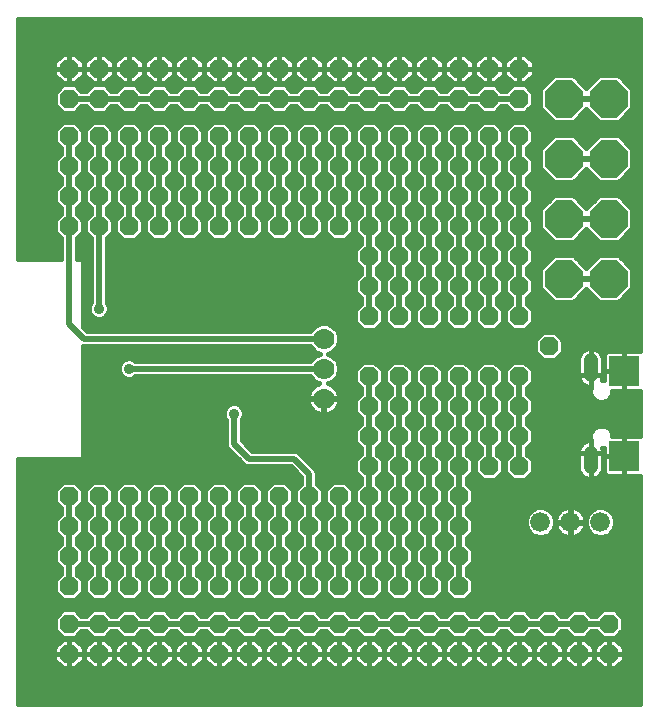
<source format=gbl>
G75*
%MOIN*%
%OFA0B0*%
%FSLAX25Y25*%
%IPPOS*%
%LPD*%
%AMOC8*
5,1,8,0,0,1.08239X$1,22.5*
%
%ADD10OC8,0.06300*%
%ADD11C,0.06600*%
%ADD12OC8,0.12500*%
%ADD13C,0.07000*%
%ADD14C,0.04756*%
%ADD15R,0.09843X0.09843*%
%ADD16C,0.02000*%
%ADD17C,0.01600*%
%ADD18C,0.03962*%
%ADD19C,0.03600*%
D10*
X0072311Y0038933D03*
X0082311Y0038933D03*
X0092311Y0038933D03*
X0102311Y0038933D03*
X0112311Y0038933D03*
X0122311Y0038933D03*
X0132311Y0038933D03*
X0142311Y0038933D03*
X0152311Y0038933D03*
X0162311Y0038933D03*
X0172311Y0038933D03*
X0182311Y0038933D03*
X0192311Y0038933D03*
X0202311Y0038933D03*
X0212311Y0038933D03*
X0222311Y0038933D03*
X0232311Y0038933D03*
X0242311Y0038933D03*
X0252311Y0038933D03*
X0252311Y0048933D03*
X0242311Y0048933D03*
X0232311Y0048933D03*
X0222311Y0048933D03*
X0212311Y0048933D03*
X0202311Y0048933D03*
X0192311Y0048933D03*
X0182311Y0048933D03*
X0172311Y0048933D03*
X0162311Y0048933D03*
X0152311Y0048933D03*
X0142311Y0048933D03*
X0132311Y0048933D03*
X0122311Y0048933D03*
X0112311Y0048933D03*
X0102311Y0048933D03*
X0092311Y0048933D03*
X0082311Y0048933D03*
X0072311Y0048933D03*
X0072311Y0061433D03*
X0082311Y0061433D03*
X0092311Y0061433D03*
X0102311Y0061433D03*
X0112311Y0061433D03*
X0122311Y0061433D03*
X0132311Y0061433D03*
X0142311Y0061433D03*
X0152311Y0061433D03*
X0162311Y0061433D03*
X0172311Y0061433D03*
X0182311Y0061433D03*
X0192311Y0061433D03*
X0202311Y0061433D03*
X0202311Y0071433D03*
X0202311Y0081433D03*
X0202311Y0091433D03*
X0202311Y0101433D03*
X0212311Y0101433D03*
X0222311Y0101433D03*
X0222311Y0111433D03*
X0212311Y0111433D03*
X0212311Y0121433D03*
X0222311Y0121433D03*
X0222311Y0131433D03*
X0212311Y0131433D03*
X0202311Y0131433D03*
X0202311Y0121433D03*
X0202311Y0111433D03*
X0192311Y0111433D03*
X0182311Y0111433D03*
X0182311Y0101433D03*
X0192311Y0101433D03*
X0192311Y0091433D03*
X0182311Y0091433D03*
X0182311Y0081433D03*
X0192311Y0081433D03*
X0192311Y0071433D03*
X0182311Y0071433D03*
X0172311Y0071433D03*
X0162311Y0071433D03*
X0162311Y0081433D03*
X0172311Y0081433D03*
X0172311Y0091433D03*
X0172311Y0101433D03*
X0162311Y0091433D03*
X0152311Y0091433D03*
X0152311Y0081433D03*
X0152311Y0071433D03*
X0142311Y0071433D03*
X0132311Y0071433D03*
X0132311Y0081433D03*
X0142311Y0081433D03*
X0142311Y0091433D03*
X0132311Y0091433D03*
X0122311Y0091433D03*
X0112311Y0091433D03*
X0112311Y0081433D03*
X0122311Y0081433D03*
X0122311Y0071433D03*
X0112311Y0071433D03*
X0102311Y0071433D03*
X0092311Y0071433D03*
X0092311Y0081433D03*
X0102311Y0081433D03*
X0102311Y0091433D03*
X0092311Y0091433D03*
X0082311Y0091433D03*
X0082311Y0081433D03*
X0082311Y0071433D03*
X0072311Y0071433D03*
X0072311Y0081433D03*
X0072311Y0091433D03*
X0072311Y0181433D03*
X0082311Y0181433D03*
X0092311Y0181433D03*
X0102311Y0181433D03*
X0112311Y0181433D03*
X0122311Y0181433D03*
X0132311Y0181433D03*
X0142311Y0181433D03*
X0152311Y0181433D03*
X0162311Y0181433D03*
X0172311Y0181433D03*
X0182311Y0181433D03*
X0192311Y0181433D03*
X0202311Y0181433D03*
X0212311Y0181433D03*
X0222311Y0181433D03*
X0222311Y0171433D03*
X0212311Y0171433D03*
X0212311Y0161433D03*
X0222311Y0161433D03*
X0222311Y0151433D03*
X0212311Y0151433D03*
X0202311Y0151433D03*
X0202311Y0161433D03*
X0202311Y0171433D03*
X0192311Y0171433D03*
X0182311Y0171433D03*
X0182311Y0161433D03*
X0192311Y0161433D03*
X0192311Y0151433D03*
X0182311Y0151433D03*
X0172311Y0151433D03*
X0172311Y0161433D03*
X0172311Y0171433D03*
X0172311Y0191433D03*
X0162311Y0191433D03*
X0162311Y0201433D03*
X0172311Y0201433D03*
X0182311Y0201433D03*
X0192311Y0201433D03*
X0202311Y0201433D03*
X0212311Y0201433D03*
X0222311Y0201433D03*
X0222311Y0191433D03*
X0212311Y0191433D03*
X0202311Y0191433D03*
X0192311Y0191433D03*
X0182311Y0191433D03*
X0182311Y0211433D03*
X0192311Y0211433D03*
X0202311Y0211433D03*
X0212311Y0211433D03*
X0222311Y0211433D03*
X0222311Y0223933D03*
X0212311Y0223933D03*
X0212311Y0233933D03*
X0222311Y0233933D03*
X0202311Y0233933D03*
X0202311Y0223933D03*
X0192311Y0223933D03*
X0182311Y0223933D03*
X0182311Y0233933D03*
X0192311Y0233933D03*
X0172311Y0233933D03*
X0162311Y0233933D03*
X0162311Y0223933D03*
X0172311Y0223933D03*
X0172311Y0211433D03*
X0162311Y0211433D03*
X0152311Y0211433D03*
X0152311Y0201433D03*
X0152311Y0191433D03*
X0142311Y0191433D03*
X0132311Y0191433D03*
X0132311Y0201433D03*
X0142311Y0201433D03*
X0142311Y0211433D03*
X0132311Y0211433D03*
X0122311Y0211433D03*
X0112311Y0211433D03*
X0112311Y0201433D03*
X0122311Y0201433D03*
X0122311Y0191433D03*
X0112311Y0191433D03*
X0102311Y0191433D03*
X0092311Y0191433D03*
X0092311Y0201433D03*
X0102311Y0201433D03*
X0102311Y0211433D03*
X0092311Y0211433D03*
X0082311Y0211433D03*
X0082311Y0201433D03*
X0082311Y0191433D03*
X0072311Y0191433D03*
X0072311Y0201433D03*
X0072311Y0211433D03*
X0072311Y0223933D03*
X0082311Y0223933D03*
X0092311Y0223933D03*
X0102311Y0223933D03*
X0112311Y0223933D03*
X0122311Y0223933D03*
X0132311Y0223933D03*
X0142311Y0223933D03*
X0152311Y0223933D03*
X0152311Y0233933D03*
X0142311Y0233933D03*
X0132311Y0233933D03*
X0122311Y0233933D03*
X0112311Y0233933D03*
X0102311Y0233933D03*
X0092311Y0233933D03*
X0082311Y0233933D03*
X0072311Y0233933D03*
X0172311Y0131433D03*
X0182311Y0131433D03*
X0192311Y0131433D03*
X0192311Y0121433D03*
X0182311Y0121433D03*
X0172311Y0121433D03*
X0172311Y0111433D03*
X0232311Y0141433D03*
D11*
X0229519Y0082758D03*
X0239519Y0082758D03*
X0249519Y0082758D03*
D12*
X0252311Y0163933D03*
X0237311Y0163933D03*
X0237311Y0183933D03*
X0252311Y0183933D03*
X0252311Y0203933D03*
X0237311Y0203933D03*
X0237311Y0223933D03*
X0252311Y0223933D03*
D13*
X0157311Y0143933D03*
X0157311Y0133933D03*
X0157311Y0123933D03*
D14*
X0246267Y0131925D02*
X0246267Y0136681D01*
X0246267Y0105941D02*
X0246267Y0101185D01*
D15*
X0257291Y0104760D03*
X0257291Y0133106D03*
D16*
X0252311Y0163933D02*
X0237311Y0163933D01*
X0223111Y0161733D02*
X0222311Y0161433D01*
X0222311Y0161733D01*
X0223111Y0161733D01*
X0222311Y0161733D02*
X0222311Y0171433D01*
X0223111Y0171533D01*
X0222311Y0171533D01*
X0222311Y0181433D01*
X0223111Y0182733D01*
X0222311Y0182733D01*
X0222311Y0191433D01*
X0223111Y0192533D01*
X0222311Y0192533D01*
X0222311Y0201433D01*
X0223111Y0202333D01*
X0222311Y0202333D01*
X0222311Y0211433D01*
X0212311Y0211433D02*
X0212311Y0202333D01*
X0211911Y0202333D01*
X0212311Y0201433D01*
X0212311Y0192533D01*
X0211911Y0192533D01*
X0212311Y0191433D01*
X0212311Y0182733D01*
X0211911Y0182733D01*
X0212311Y0181433D01*
X0212311Y0171533D01*
X0211911Y0171533D01*
X0212311Y0171433D01*
X0212311Y0161733D01*
X0211911Y0161733D01*
X0212311Y0161433D01*
X0212311Y0151433D01*
X0222311Y0151433D02*
X0222311Y0161433D01*
X0212311Y0161433D02*
X0212311Y0161733D01*
X0212311Y0171433D02*
X0212311Y0171533D01*
X0222311Y0171433D02*
X0222311Y0171533D01*
X0222311Y0181433D02*
X0222311Y0182733D01*
X0222311Y0191433D02*
X0222311Y0192533D01*
X0212311Y0192533D02*
X0212311Y0191433D01*
X0212311Y0182733D02*
X0212311Y0181433D01*
X0202311Y0181433D02*
X0202311Y0171533D01*
X0202111Y0171533D01*
X0202311Y0171433D01*
X0202311Y0161733D01*
X0202111Y0161733D01*
X0202311Y0161433D01*
X0202311Y0151433D01*
X0202311Y0161433D02*
X0202311Y0161733D01*
X0202311Y0171433D02*
X0202311Y0171533D01*
X0202311Y0181433D02*
X0202111Y0182733D01*
X0202311Y0182733D01*
X0202311Y0181433D01*
X0202311Y0182733D02*
X0202311Y0191433D01*
X0202111Y0192533D01*
X0202311Y0192533D01*
X0202311Y0191433D01*
X0202311Y0192533D02*
X0202311Y0201433D01*
X0202111Y0202333D01*
X0202311Y0202333D01*
X0202311Y0201433D01*
X0202311Y0202333D02*
X0202311Y0211433D01*
X0192311Y0211433D02*
X0192311Y0202333D01*
X0192311Y0201433D01*
X0192311Y0192533D01*
X0192311Y0191433D01*
X0192311Y0182733D01*
X0192311Y0181433D01*
X0192311Y0171533D01*
X0192311Y0171433D01*
X0192311Y0161733D01*
X0192311Y0161433D01*
X0192311Y0151433D01*
X0182311Y0151433D02*
X0182311Y0161433D01*
X0182511Y0161733D01*
X0182311Y0161733D01*
X0182311Y0161433D01*
X0182311Y0161733D02*
X0182311Y0171433D01*
X0182511Y0171533D01*
X0182311Y0171533D01*
X0182311Y0171433D01*
X0182311Y0171533D02*
X0182311Y0181433D01*
X0182511Y0182733D01*
X0182311Y0182733D01*
X0182311Y0181433D01*
X0182311Y0182733D02*
X0182311Y0191433D01*
X0182511Y0192533D01*
X0182311Y0192533D01*
X0182311Y0191433D01*
X0182311Y0192533D02*
X0182311Y0201433D01*
X0182511Y0202333D01*
X0182311Y0202333D01*
X0182311Y0201433D01*
X0182311Y0202333D02*
X0182311Y0211433D01*
X0172311Y0211433D02*
X0172311Y0202333D01*
X0172711Y0202333D01*
X0172311Y0201433D01*
X0172311Y0202333D01*
X0172311Y0201433D02*
X0172311Y0192533D01*
X0172711Y0192533D01*
X0172311Y0191433D01*
X0172311Y0192533D01*
X0172311Y0191433D02*
X0172311Y0182733D01*
X0172711Y0182733D01*
X0172311Y0181433D01*
X0172311Y0182733D01*
X0172311Y0181433D02*
X0172311Y0171533D01*
X0172711Y0171533D01*
X0172311Y0171433D01*
X0172311Y0171533D01*
X0172311Y0171433D02*
X0172311Y0161733D01*
X0172711Y0161733D01*
X0172311Y0161433D01*
X0172311Y0161733D01*
X0172311Y0161433D02*
X0172311Y0151433D01*
X0157311Y0143933D02*
X0077311Y0143933D01*
X0072311Y0148933D01*
X0072311Y0181433D01*
X0072311Y0191433D01*
X0071911Y0192533D01*
X0072311Y0192533D01*
X0072311Y0200933D01*
X0071911Y0200933D01*
X0072311Y0201433D01*
X0072311Y0211433D01*
X0082311Y0211433D02*
X0082311Y0201433D01*
X0083111Y0200933D01*
X0082311Y0200933D01*
X0082311Y0201433D01*
X0082311Y0200933D02*
X0082311Y0192533D01*
X0083111Y0192533D01*
X0082311Y0191433D01*
X0082311Y0192533D01*
X0082311Y0191433D02*
X0082311Y0181433D01*
X0082311Y0153933D01*
X0092311Y0133933D02*
X0157311Y0133933D01*
X0172311Y0131433D02*
X0172311Y0122533D01*
X0172711Y0122533D01*
X0172311Y0121433D01*
X0172311Y0122533D01*
X0172311Y0121433D02*
X0172311Y0111433D01*
X0172711Y0111333D01*
X0172311Y0111333D01*
X0172311Y0111433D01*
X0172311Y0111333D02*
X0172311Y0101433D01*
X0172711Y0100133D01*
X0172311Y0100133D01*
X0172311Y0101433D01*
X0172311Y0100133D02*
X0172311Y0091733D01*
X0172711Y0091733D01*
X0172311Y0091433D01*
X0172311Y0091733D01*
X0172311Y0091433D02*
X0172311Y0081933D01*
X0172711Y0081933D01*
X0172311Y0081433D01*
X0172311Y0081933D01*
X0172311Y0081433D02*
X0172311Y0072133D01*
X0172711Y0072133D01*
X0172311Y0071433D01*
X0172311Y0072133D01*
X0172311Y0071433D02*
X0172311Y0061433D01*
X0162311Y0061433D02*
X0162311Y0071433D01*
X0162911Y0072133D01*
X0162311Y0072133D01*
X0162311Y0071433D01*
X0162311Y0072133D02*
X0162311Y0080533D01*
X0162911Y0080533D01*
X0162311Y0081433D01*
X0162311Y0080533D01*
X0162311Y0081433D02*
X0162311Y0091433D01*
X0152311Y0091433D02*
X0152311Y0081433D01*
X0153111Y0080533D01*
X0152311Y0080533D01*
X0152311Y0081433D01*
X0152311Y0080533D02*
X0152311Y0072133D01*
X0153111Y0072133D01*
X0152311Y0071433D01*
X0152311Y0072133D01*
X0152311Y0071433D02*
X0152311Y0061433D01*
X0142311Y0061433D02*
X0142311Y0071433D01*
X0141911Y0072133D01*
X0142311Y0072133D01*
X0142311Y0071433D01*
X0142311Y0072133D02*
X0142311Y0080533D01*
X0141911Y0080533D01*
X0142311Y0081433D01*
X0142311Y0080533D01*
X0142311Y0081433D02*
X0142311Y0091433D01*
X0132311Y0091433D02*
X0132311Y0081433D01*
X0132111Y0080533D01*
X0132311Y0080533D01*
X0132311Y0081433D01*
X0132311Y0080533D02*
X0132311Y0072133D01*
X0132111Y0072133D01*
X0132311Y0071433D01*
X0132311Y0072133D01*
X0132311Y0071433D02*
X0132311Y0061433D01*
X0122311Y0061433D02*
X0122311Y0071433D01*
X0122311Y0072133D01*
X0122311Y0080533D01*
X0122311Y0081433D01*
X0122311Y0091433D01*
X0112311Y0091433D02*
X0112311Y0081433D01*
X0112511Y0080533D01*
X0112311Y0080533D01*
X0112311Y0081433D01*
X0112311Y0080533D02*
X0112311Y0072133D01*
X0112511Y0072133D01*
X0112311Y0071433D01*
X0112311Y0072133D01*
X0112311Y0071433D02*
X0112311Y0061433D01*
X0102311Y0061433D02*
X0102311Y0071433D01*
X0102711Y0072133D01*
X0102311Y0072133D01*
X0102311Y0071433D01*
X0102311Y0072133D02*
X0102311Y0080533D01*
X0102711Y0080533D01*
X0102311Y0081433D01*
X0102311Y0080533D01*
X0102311Y0081433D02*
X0102311Y0091433D01*
X0092311Y0091433D02*
X0092311Y0081433D01*
X0092911Y0080533D01*
X0092311Y0080533D01*
X0092311Y0081433D01*
X0092311Y0080533D02*
X0092311Y0072133D01*
X0092911Y0072133D01*
X0092311Y0071433D01*
X0092311Y0072133D01*
X0092311Y0071433D02*
X0092311Y0061433D01*
X0082311Y0061433D02*
X0082311Y0071433D01*
X0083111Y0072133D01*
X0082311Y0072133D01*
X0082311Y0071433D01*
X0082311Y0072133D02*
X0082311Y0080533D01*
X0083111Y0080533D01*
X0082311Y0081433D01*
X0082311Y0080533D01*
X0082311Y0081433D02*
X0082311Y0091433D01*
X0072311Y0091433D02*
X0072311Y0081433D01*
X0071911Y0080533D01*
X0072311Y0080533D01*
X0072311Y0081433D01*
X0072311Y0080533D02*
X0072311Y0072133D01*
X0071911Y0072133D01*
X0072311Y0071433D01*
X0072311Y0072133D01*
X0072311Y0071433D02*
X0072311Y0061433D01*
X0072311Y0048933D02*
X0252311Y0048933D01*
X0202311Y0061433D02*
X0202311Y0071433D01*
X0202111Y0072133D01*
X0202311Y0072133D01*
X0202311Y0071433D01*
X0202311Y0072133D02*
X0202311Y0081433D01*
X0202111Y0081933D01*
X0202311Y0081933D01*
X0202311Y0081433D01*
X0202311Y0081933D02*
X0202311Y0091433D01*
X0202111Y0091733D01*
X0202311Y0091733D01*
X0202311Y0091433D01*
X0202311Y0091733D02*
X0202311Y0100133D01*
X0202111Y0100133D01*
X0202311Y0101433D01*
X0202311Y0100133D01*
X0202311Y0101433D02*
X0202311Y0111333D01*
X0202111Y0111333D01*
X0202311Y0111433D01*
X0202311Y0111333D01*
X0202311Y0111433D02*
X0202311Y0121433D01*
X0202111Y0122533D01*
X0202311Y0122533D01*
X0202311Y0121433D01*
X0202311Y0122533D02*
X0202311Y0131433D01*
X0212311Y0131433D02*
X0212311Y0121433D01*
X0211911Y0121133D01*
X0212311Y0121133D01*
X0212311Y0121433D01*
X0212311Y0121133D02*
X0212311Y0111433D01*
X0211911Y0111333D01*
X0212311Y0111333D01*
X0212311Y0111433D01*
X0212311Y0111333D02*
X0212311Y0101433D01*
X0222311Y0101433D02*
X0222311Y0111333D01*
X0223111Y0111333D01*
X0222311Y0111433D01*
X0222311Y0111333D01*
X0222311Y0111433D02*
X0222311Y0121133D01*
X0223111Y0121133D01*
X0222311Y0121433D01*
X0222311Y0121133D01*
X0222311Y0121433D02*
X0222311Y0131433D01*
X0192311Y0131433D02*
X0192311Y0122533D01*
X0192311Y0121433D01*
X0192311Y0111433D01*
X0192311Y0111333D01*
X0192311Y0101433D01*
X0192311Y0100133D01*
X0192311Y0091733D01*
X0192311Y0091433D01*
X0192311Y0081933D01*
X0192311Y0081433D01*
X0192311Y0072133D01*
X0192311Y0071433D01*
X0192311Y0061433D01*
X0182311Y0061433D02*
X0182311Y0071433D01*
X0182511Y0072133D01*
X0182311Y0072133D01*
X0182311Y0071433D01*
X0182311Y0072133D02*
X0182311Y0081433D01*
X0182511Y0081933D01*
X0182311Y0081933D01*
X0182311Y0081433D01*
X0182311Y0081933D02*
X0182311Y0091433D01*
X0182511Y0091733D01*
X0182311Y0091733D01*
X0182311Y0091433D01*
X0182311Y0091733D02*
X0182311Y0100133D01*
X0182511Y0100133D01*
X0182311Y0101433D01*
X0182311Y0100133D01*
X0182311Y0101433D02*
X0182311Y0111333D01*
X0182511Y0111333D01*
X0182311Y0111433D01*
X0182311Y0111333D01*
X0182311Y0111433D02*
X0182311Y0121433D01*
X0182511Y0122533D01*
X0182311Y0122533D01*
X0182311Y0121433D01*
X0182311Y0122533D02*
X0182311Y0131433D01*
X0152311Y0098933D02*
X0152311Y0091433D01*
X0152311Y0098933D02*
X0147311Y0103933D01*
X0132311Y0103933D01*
X0127311Y0108933D01*
X0127311Y0118933D01*
X0132311Y0181433D02*
X0132311Y0191433D01*
X0132111Y0192533D01*
X0132311Y0192533D01*
X0132311Y0200933D01*
X0132111Y0200933D01*
X0132311Y0201433D01*
X0132311Y0211433D01*
X0142311Y0211433D02*
X0142311Y0201433D01*
X0141911Y0200933D01*
X0142311Y0200933D01*
X0142311Y0192533D01*
X0141911Y0192533D01*
X0142311Y0191433D01*
X0142311Y0181433D01*
X0152311Y0181433D02*
X0152311Y0191433D01*
X0153111Y0192533D01*
X0152311Y0192533D01*
X0152311Y0200933D01*
X0153111Y0200933D01*
X0152311Y0201433D01*
X0152311Y0211433D01*
X0162311Y0211433D02*
X0162311Y0201433D01*
X0162911Y0200933D01*
X0162311Y0200933D01*
X0162311Y0192533D01*
X0162911Y0192533D01*
X0162311Y0191433D01*
X0162311Y0181433D01*
X0162311Y0191433D02*
X0162311Y0192533D01*
X0162311Y0200933D02*
X0162311Y0201433D01*
X0152311Y0201433D02*
X0152311Y0200933D01*
X0152311Y0192533D02*
X0152311Y0191433D01*
X0142311Y0191433D02*
X0142311Y0192533D01*
X0132311Y0192533D02*
X0132311Y0191433D01*
X0132311Y0200933D02*
X0132311Y0201433D01*
X0142311Y0201433D02*
X0142311Y0200933D01*
X0122311Y0200933D02*
X0122311Y0192533D01*
X0122311Y0191433D01*
X0122311Y0181433D01*
X0112311Y0181433D02*
X0112311Y0191433D01*
X0112511Y0192533D01*
X0112311Y0192533D01*
X0112311Y0200933D01*
X0112511Y0200933D01*
X0112311Y0201433D01*
X0112311Y0211433D01*
X0122311Y0211433D02*
X0122311Y0201433D01*
X0122311Y0200933D01*
X0112311Y0200933D02*
X0112311Y0201433D01*
X0112311Y0192533D02*
X0112311Y0191433D01*
X0102711Y0192533D02*
X0102311Y0192533D01*
X0102311Y0200933D01*
X0102711Y0200933D01*
X0102311Y0201433D01*
X0102311Y0211433D01*
X0092311Y0211433D02*
X0092311Y0201433D01*
X0092911Y0200933D01*
X0092311Y0200933D01*
X0092311Y0192533D01*
X0092911Y0192533D01*
X0092311Y0191433D01*
X0092311Y0181433D01*
X0102311Y0181433D02*
X0102311Y0191433D01*
X0102711Y0192533D01*
X0102311Y0192533D02*
X0102311Y0191433D01*
X0092311Y0191433D02*
X0092311Y0192533D01*
X0092311Y0200933D02*
X0092311Y0201433D01*
X0102311Y0201433D02*
X0102311Y0200933D01*
X0072311Y0200933D02*
X0072311Y0201433D01*
X0072311Y0192533D02*
X0072311Y0191433D01*
X0072311Y0223933D02*
X0222311Y0223933D01*
X0237311Y0223933D02*
X0252311Y0223933D01*
X0252311Y0203933D02*
X0237311Y0203933D01*
X0222311Y0202333D02*
X0222311Y0201433D01*
X0212311Y0201433D02*
X0212311Y0202333D01*
X0237311Y0183933D02*
X0252311Y0183933D01*
D17*
X0055411Y0103842D02*
X0055411Y0022033D01*
X0262596Y0022033D01*
X0262596Y0098078D01*
X0262449Y0098039D01*
X0257291Y0098039D01*
X0257291Y0101279D01*
X0257291Y0101279D01*
X0257291Y0098039D01*
X0252133Y0098039D01*
X0251675Y0098161D01*
X0251264Y0098398D01*
X0250929Y0098733D01*
X0250692Y0099144D01*
X0250570Y0099602D01*
X0250570Y0104760D01*
X0252816Y0104760D01*
X0252816Y0104760D01*
X0252816Y0104760D01*
X0250570Y0104760D01*
X0250570Y0107589D01*
X0250542Y0107578D01*
X0250122Y0107578D01*
X0250139Y0107545D01*
X0250342Y0106919D01*
X0250445Y0106270D01*
X0250445Y0105941D01*
X0246267Y0105941D01*
X0246267Y0105941D01*
X0242089Y0105941D01*
X0242089Y0106270D01*
X0242192Y0106919D01*
X0242395Y0107545D01*
X0242694Y0108131D01*
X0243080Y0108663D01*
X0243545Y0109128D01*
X0244077Y0109514D01*
X0244663Y0109813D01*
X0245289Y0110016D01*
X0245938Y0110119D01*
X0246267Y0110119D01*
X0246267Y0105941D01*
X0242089Y0105941D01*
X0242089Y0100856D01*
X0242192Y0100207D01*
X0242395Y0099581D01*
X0242694Y0098995D01*
X0243080Y0098463D01*
X0243545Y0097998D01*
X0244077Y0097612D01*
X0244663Y0097313D01*
X0245289Y0097110D01*
X0245938Y0097007D01*
X0246267Y0097007D01*
X0246267Y0105941D01*
X0246267Y0105941D01*
X0246267Y0105941D01*
X0246267Y0110119D01*
X0246301Y0110119D01*
X0246133Y0110524D01*
X0246133Y0111987D01*
X0246692Y0113339D01*
X0247727Y0114374D01*
X0249079Y0114934D01*
X0250542Y0114934D01*
X0251894Y0114374D01*
X0252929Y0113339D01*
X0253488Y0111987D01*
X0253488Y0111481D01*
X0257291Y0111481D01*
X0257291Y0108241D01*
X0257291Y0108241D01*
X0257291Y0111481D01*
X0262449Y0111481D01*
X0262596Y0111442D01*
X0262596Y0126425D01*
X0262449Y0126385D01*
X0257291Y0126385D01*
X0257291Y0129625D01*
X0257291Y0129625D01*
X0257291Y0126385D01*
X0253488Y0126385D01*
X0253488Y0125879D01*
X0252929Y0124527D01*
X0251894Y0123492D01*
X0250542Y0122932D01*
X0249079Y0122932D01*
X0247727Y0123492D01*
X0246692Y0124527D01*
X0246133Y0125879D01*
X0246133Y0127342D01*
X0246301Y0127747D01*
X0246267Y0127747D01*
X0246267Y0131925D01*
X0242089Y0131925D01*
X0242089Y0131596D01*
X0242192Y0130947D01*
X0242395Y0130321D01*
X0242694Y0129735D01*
X0243080Y0129203D01*
X0243545Y0128738D01*
X0244077Y0128352D01*
X0244663Y0128053D01*
X0245289Y0127850D01*
X0245938Y0127747D01*
X0246267Y0127747D01*
X0246267Y0131925D01*
X0246267Y0131925D01*
X0246267Y0131925D01*
X0242089Y0131925D01*
X0242089Y0137010D01*
X0242192Y0137659D01*
X0242395Y0138285D01*
X0242694Y0138871D01*
X0243080Y0139403D01*
X0243545Y0139868D01*
X0244077Y0140254D01*
X0244663Y0140553D01*
X0245289Y0140756D01*
X0245938Y0140859D01*
X0246267Y0140859D01*
X0246267Y0131925D01*
X0246267Y0131925D01*
X0246267Y0131925D01*
X0250445Y0131925D01*
X0250445Y0131596D01*
X0250342Y0130947D01*
X0250139Y0130321D01*
X0250122Y0130288D01*
X0250542Y0130288D01*
X0250570Y0130277D01*
X0250570Y0133106D01*
X0252816Y0133106D01*
X0252816Y0133106D01*
X0252816Y0133106D01*
X0250570Y0133106D01*
X0250570Y0138265D01*
X0250692Y0138722D01*
X0250929Y0139133D01*
X0251264Y0139468D01*
X0251675Y0139705D01*
X0252133Y0139828D01*
X0257291Y0139828D01*
X0257291Y0136587D01*
X0257291Y0136587D01*
X0257291Y0139828D01*
X0262449Y0139828D01*
X0262596Y0139788D01*
X0262596Y0250479D01*
X0055411Y0250479D01*
X0055411Y0170442D01*
X0069711Y0170442D01*
X0069711Y0177316D01*
X0067561Y0179466D01*
X0067561Y0183401D01*
X0069711Y0185551D01*
X0069711Y0187316D01*
X0067561Y0189466D01*
X0067561Y0193401D01*
X0069711Y0195551D01*
X0069711Y0197316D01*
X0067561Y0199466D01*
X0067561Y0203401D01*
X0069711Y0205551D01*
X0069711Y0207316D01*
X0067561Y0209466D01*
X0067561Y0213401D01*
X0070343Y0216183D01*
X0074278Y0216183D01*
X0077061Y0213401D01*
X0077061Y0209466D01*
X0074911Y0207316D01*
X0074911Y0205551D01*
X0077061Y0203401D01*
X0077061Y0199466D01*
X0074911Y0197316D01*
X0074911Y0195551D01*
X0077061Y0193401D01*
X0077061Y0189466D01*
X0074911Y0187316D01*
X0074911Y0185551D01*
X0077061Y0183401D01*
X0077061Y0179466D01*
X0074911Y0177316D01*
X0074911Y0170442D01*
X0076599Y0170442D01*
X0077067Y0169973D01*
X0077067Y0147853D01*
X0078387Y0146533D01*
X0152867Y0146533D01*
X0152987Y0146822D01*
X0154422Y0148257D01*
X0156296Y0149033D01*
X0158325Y0149033D01*
X0160199Y0148257D01*
X0161634Y0146822D01*
X0162411Y0144948D01*
X0162411Y0142919D01*
X0161634Y0141044D01*
X0160199Y0139609D01*
X0158566Y0138933D01*
X0160199Y0138257D01*
X0161634Y0136822D01*
X0162411Y0134948D01*
X0162411Y0132919D01*
X0161634Y0131044D01*
X0160199Y0129609D01*
X0158789Y0129025D01*
X0159345Y0128845D01*
X0160088Y0128466D01*
X0160763Y0127976D01*
X0161353Y0127386D01*
X0161843Y0126711D01*
X0162222Y0125968D01*
X0162480Y0125174D01*
X0162611Y0124350D01*
X0162611Y0124133D01*
X0157511Y0124133D01*
X0157511Y0123733D01*
X0162610Y0123733D01*
X0162611Y0123516D01*
X0162480Y0122692D01*
X0162222Y0121899D01*
X0161843Y0121155D01*
X0161353Y0120480D01*
X0160763Y0119890D01*
X0160088Y0119400D01*
X0159345Y0119021D01*
X0158552Y0118764D01*
X0157728Y0118633D01*
X0157511Y0118633D01*
X0157511Y0123733D01*
X0157110Y0123733D01*
X0152011Y0123733D01*
X0152011Y0123516D01*
X0152141Y0122692D01*
X0152399Y0121899D01*
X0152778Y0121155D01*
X0153268Y0120480D01*
X0153858Y0119890D01*
X0154533Y0119400D01*
X0155276Y0119021D01*
X0156069Y0118764D01*
X0156893Y0118633D01*
X0157110Y0118633D01*
X0157110Y0123733D01*
X0157110Y0124133D01*
X0152011Y0124133D01*
X0152011Y0124350D01*
X0152141Y0125174D01*
X0152399Y0125968D01*
X0152778Y0126711D01*
X0153268Y0127386D01*
X0153858Y0127976D01*
X0154533Y0128466D01*
X0155276Y0128845D01*
X0155832Y0129025D01*
X0154422Y0129609D01*
X0152987Y0131044D01*
X0152867Y0131333D01*
X0094519Y0131333D01*
X0094236Y0131051D01*
X0092987Y0130533D01*
X0091634Y0130533D01*
X0090385Y0131051D01*
X0089428Y0132007D01*
X0088911Y0133257D01*
X0088911Y0134609D01*
X0089428Y0135859D01*
X0090385Y0136815D01*
X0091634Y0137333D01*
X0092987Y0137333D01*
X0094236Y0136815D01*
X0094519Y0136533D01*
X0152867Y0136533D01*
X0152987Y0136822D01*
X0154422Y0138257D01*
X0156055Y0138933D01*
X0154422Y0139609D01*
X0152987Y0141044D01*
X0152867Y0141333D01*
X0077067Y0141333D01*
X0077067Y0104310D01*
X0076599Y0103842D01*
X0055411Y0103842D01*
X0055411Y0103654D02*
X0128912Y0103654D01*
X0130106Y0102460D02*
X0130838Y0101729D01*
X0131793Y0101333D01*
X0146234Y0101333D01*
X0149711Y0097856D01*
X0149711Y0095551D01*
X0147561Y0093401D01*
X0147561Y0089466D01*
X0149711Y0087316D01*
X0149711Y0085551D01*
X0147561Y0083401D01*
X0147561Y0079466D01*
X0149711Y0077316D01*
X0149711Y0075551D01*
X0147561Y0073401D01*
X0147561Y0069466D01*
X0149711Y0067316D01*
X0149711Y0065551D01*
X0147561Y0063401D01*
X0147561Y0059466D01*
X0150343Y0056683D01*
X0154278Y0056683D01*
X0157061Y0059466D01*
X0157061Y0063401D01*
X0154911Y0065551D01*
X0154911Y0067316D01*
X0157061Y0069466D01*
X0157061Y0073401D01*
X0154911Y0075551D01*
X0154911Y0077316D01*
X0157061Y0079466D01*
X0157061Y0083401D01*
X0154911Y0085551D01*
X0154911Y0087316D01*
X0157061Y0089466D01*
X0157061Y0093401D01*
X0154911Y0095551D01*
X0154911Y0099450D01*
X0154515Y0100406D01*
X0153783Y0101137D01*
X0148783Y0106137D01*
X0147828Y0106533D01*
X0133387Y0106533D01*
X0129911Y0110010D01*
X0129911Y0116725D01*
X0130193Y0117007D01*
X0130711Y0118257D01*
X0130711Y0119609D01*
X0130193Y0120859D01*
X0129236Y0121815D01*
X0127987Y0122333D01*
X0126634Y0122333D01*
X0125385Y0121815D01*
X0124428Y0120859D01*
X0123911Y0119609D01*
X0123911Y0118257D01*
X0124428Y0117007D01*
X0124711Y0116725D01*
X0124711Y0108416D01*
X0125106Y0107460D01*
X0130106Y0102460D01*
X0130511Y0102056D02*
X0055411Y0102056D01*
X0055411Y0100457D02*
X0147109Y0100457D01*
X0148708Y0098859D02*
X0055411Y0098859D01*
X0055411Y0097260D02*
X0149711Y0097260D01*
X0149711Y0095662D02*
X0144799Y0095662D01*
X0144278Y0096183D02*
X0140343Y0096183D01*
X0137561Y0093401D01*
X0137561Y0089466D01*
X0139711Y0087316D01*
X0139711Y0085551D01*
X0137561Y0083401D01*
X0137561Y0079466D01*
X0139711Y0077316D01*
X0139711Y0075551D01*
X0137561Y0073401D01*
X0137561Y0069466D01*
X0139711Y0067316D01*
X0139711Y0065551D01*
X0137561Y0063401D01*
X0137561Y0059466D01*
X0140343Y0056683D01*
X0144278Y0056683D01*
X0147061Y0059466D01*
X0147061Y0063401D01*
X0144911Y0065551D01*
X0144911Y0067316D01*
X0147061Y0069466D01*
X0147061Y0073401D01*
X0144911Y0075551D01*
X0144911Y0077316D01*
X0147061Y0079466D01*
X0147061Y0083401D01*
X0144911Y0085551D01*
X0144911Y0087316D01*
X0147061Y0089466D01*
X0147061Y0093401D01*
X0144278Y0096183D01*
X0146398Y0094063D02*
X0148223Y0094063D01*
X0147561Y0092465D02*
X0147061Y0092465D01*
X0147061Y0090866D02*
X0147561Y0090866D01*
X0147759Y0089268D02*
X0146863Y0089268D01*
X0145264Y0087669D02*
X0149357Y0087669D01*
X0149711Y0086071D02*
X0144911Y0086071D01*
X0145989Y0084472D02*
X0148632Y0084472D01*
X0147561Y0082874D02*
X0147061Y0082874D01*
X0147061Y0081275D02*
X0147561Y0081275D01*
X0147561Y0079677D02*
X0147061Y0079677D01*
X0145673Y0078078D02*
X0148948Y0078078D01*
X0149711Y0076479D02*
X0144911Y0076479D01*
X0145580Y0074881D02*
X0149041Y0074881D01*
X0147561Y0073282D02*
X0147061Y0073282D01*
X0147061Y0071684D02*
X0147561Y0071684D01*
X0147561Y0070085D02*
X0147061Y0070085D01*
X0146082Y0068487D02*
X0148539Y0068487D01*
X0149711Y0066888D02*
X0144911Y0066888D01*
X0145171Y0065290D02*
X0149450Y0065290D01*
X0147851Y0063691D02*
X0146770Y0063691D01*
X0147061Y0062093D02*
X0147561Y0062093D01*
X0147561Y0060494D02*
X0147061Y0060494D01*
X0146491Y0058896D02*
X0148130Y0058896D01*
X0149729Y0057297D02*
X0144892Y0057297D01*
X0144278Y0053683D02*
X0140343Y0053683D01*
X0138193Y0051533D01*
X0136428Y0051533D01*
X0134278Y0053683D01*
X0130343Y0053683D01*
X0128193Y0051533D01*
X0126428Y0051533D01*
X0124278Y0053683D01*
X0120343Y0053683D01*
X0118193Y0051533D01*
X0116428Y0051533D01*
X0114278Y0053683D01*
X0110343Y0053683D01*
X0108193Y0051533D01*
X0106428Y0051533D01*
X0104278Y0053683D01*
X0100343Y0053683D01*
X0098193Y0051533D01*
X0096428Y0051533D01*
X0094278Y0053683D01*
X0090343Y0053683D01*
X0088193Y0051533D01*
X0086428Y0051533D01*
X0084278Y0053683D01*
X0080343Y0053683D01*
X0078193Y0051533D01*
X0076428Y0051533D01*
X0074278Y0053683D01*
X0070343Y0053683D01*
X0067561Y0050901D01*
X0067561Y0046966D01*
X0070343Y0044183D01*
X0074278Y0044183D01*
X0076428Y0046333D01*
X0078193Y0046333D01*
X0080343Y0044183D01*
X0084278Y0044183D01*
X0086428Y0046333D01*
X0088193Y0046333D01*
X0090343Y0044183D01*
X0094278Y0044183D01*
X0096428Y0046333D01*
X0098193Y0046333D01*
X0100343Y0044183D01*
X0104278Y0044183D01*
X0106428Y0046333D01*
X0108193Y0046333D01*
X0110343Y0044183D01*
X0114278Y0044183D01*
X0116428Y0046333D01*
X0118193Y0046333D01*
X0120343Y0044183D01*
X0124278Y0044183D01*
X0126428Y0046333D01*
X0128193Y0046333D01*
X0130343Y0044183D01*
X0134278Y0044183D01*
X0136428Y0046333D01*
X0138193Y0046333D01*
X0140343Y0044183D01*
X0144278Y0044183D01*
X0146428Y0046333D01*
X0148193Y0046333D01*
X0150343Y0044183D01*
X0154278Y0044183D01*
X0156428Y0046333D01*
X0158193Y0046333D01*
X0160343Y0044183D01*
X0164278Y0044183D01*
X0166428Y0046333D01*
X0168193Y0046333D01*
X0170343Y0044183D01*
X0174278Y0044183D01*
X0176428Y0046333D01*
X0178193Y0046333D01*
X0180343Y0044183D01*
X0184278Y0044183D01*
X0186428Y0046333D01*
X0188193Y0046333D01*
X0190343Y0044183D01*
X0194278Y0044183D01*
X0196428Y0046333D01*
X0198193Y0046333D01*
X0200343Y0044183D01*
X0204278Y0044183D01*
X0206428Y0046333D01*
X0208193Y0046333D01*
X0210343Y0044183D01*
X0214278Y0044183D01*
X0216428Y0046333D01*
X0218193Y0046333D01*
X0220343Y0044183D01*
X0224278Y0044183D01*
X0226428Y0046333D01*
X0228193Y0046333D01*
X0230343Y0044183D01*
X0234278Y0044183D01*
X0236428Y0046333D01*
X0238193Y0046333D01*
X0240343Y0044183D01*
X0244278Y0044183D01*
X0246428Y0046333D01*
X0248193Y0046333D01*
X0250343Y0044183D01*
X0254278Y0044183D01*
X0257061Y0046966D01*
X0257061Y0050901D01*
X0254278Y0053683D01*
X0250343Y0053683D01*
X0248193Y0051533D01*
X0246428Y0051533D01*
X0244278Y0053683D01*
X0240343Y0053683D01*
X0238193Y0051533D01*
X0236428Y0051533D01*
X0234278Y0053683D01*
X0230343Y0053683D01*
X0228193Y0051533D01*
X0226428Y0051533D01*
X0224278Y0053683D01*
X0220343Y0053683D01*
X0218193Y0051533D01*
X0216428Y0051533D01*
X0214278Y0053683D01*
X0210343Y0053683D01*
X0208193Y0051533D01*
X0206428Y0051533D01*
X0204278Y0053683D01*
X0200343Y0053683D01*
X0198193Y0051533D01*
X0196428Y0051533D01*
X0194278Y0053683D01*
X0190343Y0053683D01*
X0188193Y0051533D01*
X0186428Y0051533D01*
X0184278Y0053683D01*
X0180343Y0053683D01*
X0178193Y0051533D01*
X0176428Y0051533D01*
X0174278Y0053683D01*
X0170343Y0053683D01*
X0168193Y0051533D01*
X0166428Y0051533D01*
X0164278Y0053683D01*
X0160343Y0053683D01*
X0158193Y0051533D01*
X0156428Y0051533D01*
X0154278Y0053683D01*
X0150343Y0053683D01*
X0148193Y0051533D01*
X0146428Y0051533D01*
X0144278Y0053683D01*
X0145459Y0052502D02*
X0149162Y0052502D01*
X0155459Y0052502D02*
X0159162Y0052502D01*
X0160343Y0056683D02*
X0164278Y0056683D01*
X0167061Y0059466D01*
X0167061Y0063401D01*
X0164911Y0065551D01*
X0164911Y0067316D01*
X0167061Y0069466D01*
X0167061Y0073401D01*
X0164911Y0075551D01*
X0164911Y0077316D01*
X0167061Y0079466D01*
X0167061Y0083401D01*
X0164911Y0085551D01*
X0164911Y0087316D01*
X0167061Y0089466D01*
X0167061Y0093401D01*
X0164278Y0096183D01*
X0160343Y0096183D01*
X0157561Y0093401D01*
X0157561Y0089466D01*
X0159711Y0087316D01*
X0159711Y0085551D01*
X0157561Y0083401D01*
X0157561Y0079466D01*
X0159711Y0077316D01*
X0159711Y0075551D01*
X0157561Y0073401D01*
X0157561Y0069466D01*
X0159711Y0067316D01*
X0159711Y0065551D01*
X0157561Y0063401D01*
X0157561Y0059466D01*
X0160343Y0056683D01*
X0159729Y0057297D02*
X0154892Y0057297D01*
X0156491Y0058896D02*
X0158130Y0058896D01*
X0157561Y0060494D02*
X0157061Y0060494D01*
X0157061Y0062093D02*
X0157561Y0062093D01*
X0157851Y0063691D02*
X0156770Y0063691D01*
X0155171Y0065290D02*
X0159450Y0065290D01*
X0159711Y0066888D02*
X0154911Y0066888D01*
X0156082Y0068487D02*
X0158539Y0068487D01*
X0157561Y0070085D02*
X0157061Y0070085D01*
X0157061Y0071684D02*
X0157561Y0071684D01*
X0157561Y0073282D02*
X0157061Y0073282D01*
X0155580Y0074881D02*
X0159041Y0074881D01*
X0159711Y0076479D02*
X0154911Y0076479D01*
X0155673Y0078078D02*
X0158948Y0078078D01*
X0157561Y0079677D02*
X0157061Y0079677D01*
X0157061Y0081275D02*
X0157561Y0081275D01*
X0157561Y0082874D02*
X0157061Y0082874D01*
X0155989Y0084472D02*
X0158632Y0084472D01*
X0159711Y0086071D02*
X0154911Y0086071D01*
X0155264Y0087669D02*
X0159357Y0087669D01*
X0157759Y0089268D02*
X0156863Y0089268D01*
X0157061Y0090866D02*
X0157561Y0090866D01*
X0157561Y0092465D02*
X0157061Y0092465D01*
X0156398Y0094063D02*
X0158223Y0094063D01*
X0159822Y0095662D02*
X0154911Y0095662D01*
X0154911Y0097260D02*
X0169711Y0097260D01*
X0169711Y0097316D02*
X0169711Y0095551D01*
X0167561Y0093401D01*
X0167561Y0089466D01*
X0169711Y0087316D01*
X0169711Y0085551D01*
X0167561Y0083401D01*
X0167561Y0079466D01*
X0169711Y0077316D01*
X0169711Y0075551D01*
X0167561Y0073401D01*
X0167561Y0069466D01*
X0169711Y0067316D01*
X0169711Y0065551D01*
X0167561Y0063401D01*
X0167561Y0059466D01*
X0170343Y0056683D01*
X0174278Y0056683D01*
X0177061Y0059466D01*
X0177061Y0063401D01*
X0174911Y0065551D01*
X0174911Y0067316D01*
X0177061Y0069466D01*
X0177061Y0073401D01*
X0174911Y0075551D01*
X0174911Y0077316D01*
X0177061Y0079466D01*
X0177061Y0083401D01*
X0174911Y0085551D01*
X0174911Y0087316D01*
X0177061Y0089466D01*
X0177061Y0093401D01*
X0174911Y0095551D01*
X0174911Y0097316D01*
X0177061Y0099466D01*
X0177061Y0103401D01*
X0174911Y0105551D01*
X0174911Y0107316D01*
X0177061Y0109466D01*
X0177061Y0113401D01*
X0174911Y0115551D01*
X0174911Y0117316D01*
X0177061Y0119466D01*
X0177061Y0123401D01*
X0174911Y0125551D01*
X0174911Y0127316D01*
X0177061Y0129466D01*
X0177061Y0133401D01*
X0174278Y0136183D01*
X0170343Y0136183D01*
X0167561Y0133401D01*
X0167561Y0129466D01*
X0169711Y0127316D01*
X0169711Y0125551D01*
X0167561Y0123401D01*
X0167561Y0119466D01*
X0169711Y0117316D01*
X0169711Y0115551D01*
X0167561Y0113401D01*
X0167561Y0109466D01*
X0169711Y0107316D01*
X0169711Y0105551D01*
X0167561Y0103401D01*
X0167561Y0099466D01*
X0169711Y0097316D01*
X0169711Y0095662D02*
X0164799Y0095662D01*
X0166398Y0094063D02*
X0168223Y0094063D01*
X0167561Y0092465D02*
X0167061Y0092465D01*
X0167061Y0090866D02*
X0167561Y0090866D01*
X0167759Y0089268D02*
X0166863Y0089268D01*
X0165264Y0087669D02*
X0169357Y0087669D01*
X0169711Y0086071D02*
X0164911Y0086071D01*
X0165989Y0084472D02*
X0168632Y0084472D01*
X0167561Y0082874D02*
X0167061Y0082874D01*
X0167061Y0081275D02*
X0167561Y0081275D01*
X0167561Y0079677D02*
X0167061Y0079677D01*
X0165673Y0078078D02*
X0168948Y0078078D01*
X0169711Y0076479D02*
X0164911Y0076479D01*
X0165580Y0074881D02*
X0169041Y0074881D01*
X0167561Y0073282D02*
X0167061Y0073282D01*
X0167061Y0071684D02*
X0167561Y0071684D01*
X0167561Y0070085D02*
X0167061Y0070085D01*
X0166082Y0068487D02*
X0168539Y0068487D01*
X0169711Y0066888D02*
X0164911Y0066888D01*
X0165171Y0065290D02*
X0169450Y0065290D01*
X0167851Y0063691D02*
X0166770Y0063691D01*
X0167061Y0062093D02*
X0167561Y0062093D01*
X0167561Y0060494D02*
X0167061Y0060494D01*
X0166491Y0058896D02*
X0168130Y0058896D01*
X0169729Y0057297D02*
X0164892Y0057297D01*
X0165459Y0052502D02*
X0169162Y0052502D01*
X0175459Y0052502D02*
X0179162Y0052502D01*
X0180343Y0056683D02*
X0184278Y0056683D01*
X0187061Y0059466D01*
X0187061Y0063401D01*
X0184911Y0065551D01*
X0184911Y0067316D01*
X0187061Y0069466D01*
X0187061Y0073401D01*
X0184911Y0075551D01*
X0184911Y0077316D01*
X0187061Y0079466D01*
X0187061Y0083401D01*
X0184911Y0085551D01*
X0184911Y0087316D01*
X0187061Y0089466D01*
X0187061Y0093401D01*
X0184911Y0095551D01*
X0184911Y0097316D01*
X0187061Y0099466D01*
X0187061Y0103401D01*
X0184911Y0105551D01*
X0184911Y0107316D01*
X0187061Y0109466D01*
X0187061Y0113401D01*
X0184911Y0115551D01*
X0184911Y0117316D01*
X0187061Y0119466D01*
X0187061Y0123401D01*
X0184911Y0125551D01*
X0184911Y0127316D01*
X0187061Y0129466D01*
X0187061Y0133401D01*
X0184278Y0136183D01*
X0180343Y0136183D01*
X0177561Y0133401D01*
X0177561Y0129466D01*
X0179711Y0127316D01*
X0179711Y0125551D01*
X0177561Y0123401D01*
X0177561Y0119466D01*
X0179711Y0117316D01*
X0179711Y0115551D01*
X0177561Y0113401D01*
X0177561Y0109466D01*
X0179711Y0107316D01*
X0179711Y0105551D01*
X0177561Y0103401D01*
X0177561Y0099466D01*
X0179711Y0097316D01*
X0179711Y0095551D01*
X0177561Y0093401D01*
X0177561Y0089466D01*
X0179711Y0087316D01*
X0179711Y0085551D01*
X0177561Y0083401D01*
X0177561Y0079466D01*
X0179711Y0077316D01*
X0179711Y0075551D01*
X0177561Y0073401D01*
X0177561Y0069466D01*
X0179711Y0067316D01*
X0179711Y0065551D01*
X0177561Y0063401D01*
X0177561Y0059466D01*
X0180343Y0056683D01*
X0179729Y0057297D02*
X0174892Y0057297D01*
X0176491Y0058896D02*
X0178130Y0058896D01*
X0177561Y0060494D02*
X0177061Y0060494D01*
X0177061Y0062093D02*
X0177561Y0062093D01*
X0177851Y0063691D02*
X0176770Y0063691D01*
X0175171Y0065290D02*
X0179450Y0065290D01*
X0179711Y0066888D02*
X0174911Y0066888D01*
X0176082Y0068487D02*
X0178539Y0068487D01*
X0177561Y0070085D02*
X0177061Y0070085D01*
X0177061Y0071684D02*
X0177561Y0071684D01*
X0177561Y0073282D02*
X0177061Y0073282D01*
X0175580Y0074881D02*
X0179041Y0074881D01*
X0179711Y0076479D02*
X0174911Y0076479D01*
X0175673Y0078078D02*
X0178948Y0078078D01*
X0177561Y0079677D02*
X0177061Y0079677D01*
X0177061Y0081275D02*
X0177561Y0081275D01*
X0177561Y0082874D02*
X0177061Y0082874D01*
X0175989Y0084472D02*
X0178632Y0084472D01*
X0179711Y0086071D02*
X0174911Y0086071D01*
X0175264Y0087669D02*
X0179357Y0087669D01*
X0177759Y0089268D02*
X0176863Y0089268D01*
X0177061Y0090866D02*
X0177561Y0090866D01*
X0177561Y0092465D02*
X0177061Y0092465D01*
X0176398Y0094063D02*
X0178223Y0094063D01*
X0179711Y0095662D02*
X0174911Y0095662D01*
X0174911Y0097260D02*
X0179711Y0097260D01*
X0178167Y0098859D02*
X0176454Y0098859D01*
X0177061Y0100457D02*
X0177561Y0100457D01*
X0177561Y0102056D02*
X0177061Y0102056D01*
X0176807Y0103654D02*
X0177814Y0103654D01*
X0179413Y0105253D02*
X0175208Y0105253D01*
X0174911Y0106851D02*
X0179711Y0106851D01*
X0178576Y0108450D02*
X0176045Y0108450D01*
X0177061Y0110048D02*
X0177561Y0110048D01*
X0177561Y0111647D02*
X0177061Y0111647D01*
X0177061Y0113245D02*
X0177561Y0113245D01*
X0179004Y0114844D02*
X0175617Y0114844D01*
X0174911Y0116442D02*
X0179711Y0116442D01*
X0178985Y0118041D02*
X0175636Y0118041D01*
X0177061Y0119639D02*
X0177561Y0119639D01*
X0177561Y0121238D02*
X0177061Y0121238D01*
X0177061Y0122836D02*
X0177561Y0122836D01*
X0178595Y0124435D02*
X0176026Y0124435D01*
X0174911Y0126033D02*
X0179711Y0126033D01*
X0179394Y0127632D02*
X0175227Y0127632D01*
X0176825Y0129230D02*
X0177796Y0129230D01*
X0177561Y0130829D02*
X0177061Y0130829D01*
X0177061Y0132427D02*
X0177561Y0132427D01*
X0178186Y0134026D02*
X0176435Y0134026D01*
X0174837Y0135624D02*
X0179784Y0135624D01*
X0184837Y0135624D02*
X0189784Y0135624D01*
X0190343Y0136183D02*
X0187561Y0133401D01*
X0187561Y0129466D01*
X0189711Y0127316D01*
X0189711Y0125551D01*
X0187561Y0123401D01*
X0187561Y0119466D01*
X0189711Y0117316D01*
X0189711Y0115551D01*
X0187561Y0113401D01*
X0187561Y0109466D01*
X0189711Y0107316D01*
X0189711Y0105551D01*
X0187561Y0103401D01*
X0187561Y0099466D01*
X0189711Y0097316D01*
X0189711Y0095551D01*
X0187561Y0093401D01*
X0187561Y0089466D01*
X0189711Y0087316D01*
X0189711Y0085551D01*
X0187561Y0083401D01*
X0187561Y0079466D01*
X0189711Y0077316D01*
X0189711Y0075551D01*
X0187561Y0073401D01*
X0187561Y0069466D01*
X0189711Y0067316D01*
X0189711Y0065551D01*
X0187561Y0063401D01*
X0187561Y0059466D01*
X0190343Y0056683D01*
X0194278Y0056683D01*
X0197061Y0059466D01*
X0197061Y0063401D01*
X0194911Y0065551D01*
X0194911Y0067316D01*
X0197061Y0069466D01*
X0197061Y0073401D01*
X0194911Y0075551D01*
X0194911Y0077316D01*
X0197061Y0079466D01*
X0197061Y0083401D01*
X0194911Y0085551D01*
X0194911Y0087316D01*
X0197061Y0089466D01*
X0197061Y0093401D01*
X0194911Y0095551D01*
X0194911Y0097316D01*
X0197061Y0099466D01*
X0197061Y0103401D01*
X0194911Y0105551D01*
X0194911Y0107316D01*
X0197061Y0109466D01*
X0197061Y0113401D01*
X0194911Y0115551D01*
X0194911Y0117316D01*
X0197061Y0119466D01*
X0197061Y0123401D01*
X0194911Y0125551D01*
X0194911Y0127316D01*
X0197061Y0129466D01*
X0197061Y0133401D01*
X0194278Y0136183D01*
X0190343Y0136183D01*
X0188186Y0134026D02*
X0186435Y0134026D01*
X0187061Y0132427D02*
X0187561Y0132427D01*
X0187561Y0130829D02*
X0187061Y0130829D01*
X0186825Y0129230D02*
X0187796Y0129230D01*
X0189394Y0127632D02*
X0185227Y0127632D01*
X0184911Y0126033D02*
X0189711Y0126033D01*
X0188595Y0124435D02*
X0186026Y0124435D01*
X0187061Y0122836D02*
X0187561Y0122836D01*
X0187561Y0121238D02*
X0187061Y0121238D01*
X0187061Y0119639D02*
X0187561Y0119639D01*
X0188985Y0118041D02*
X0185636Y0118041D01*
X0184911Y0116442D02*
X0189711Y0116442D01*
X0189004Y0114844D02*
X0185617Y0114844D01*
X0187061Y0113245D02*
X0187561Y0113245D01*
X0187561Y0111647D02*
X0187061Y0111647D01*
X0187061Y0110048D02*
X0187561Y0110048D01*
X0188576Y0108450D02*
X0186045Y0108450D01*
X0184911Y0106851D02*
X0189711Y0106851D01*
X0189413Y0105253D02*
X0185208Y0105253D01*
X0186807Y0103654D02*
X0187814Y0103654D01*
X0187561Y0102056D02*
X0187061Y0102056D01*
X0187061Y0100457D02*
X0187561Y0100457D01*
X0188167Y0098859D02*
X0186454Y0098859D01*
X0184911Y0097260D02*
X0189711Y0097260D01*
X0189711Y0095662D02*
X0184911Y0095662D01*
X0186398Y0094063D02*
X0188223Y0094063D01*
X0187561Y0092465D02*
X0187061Y0092465D01*
X0187061Y0090866D02*
X0187561Y0090866D01*
X0187759Y0089268D02*
X0186863Y0089268D01*
X0185264Y0087669D02*
X0189357Y0087669D01*
X0189711Y0086071D02*
X0184911Y0086071D01*
X0185989Y0084472D02*
X0188632Y0084472D01*
X0187561Y0082874D02*
X0187061Y0082874D01*
X0187061Y0081275D02*
X0187561Y0081275D01*
X0187561Y0079677D02*
X0187061Y0079677D01*
X0185673Y0078078D02*
X0188948Y0078078D01*
X0189711Y0076479D02*
X0184911Y0076479D01*
X0185580Y0074881D02*
X0189041Y0074881D01*
X0187561Y0073282D02*
X0187061Y0073282D01*
X0187061Y0071684D02*
X0187561Y0071684D01*
X0187561Y0070085D02*
X0187061Y0070085D01*
X0186082Y0068487D02*
X0188539Y0068487D01*
X0189711Y0066888D02*
X0184911Y0066888D01*
X0185171Y0065290D02*
X0189450Y0065290D01*
X0187851Y0063691D02*
X0186770Y0063691D01*
X0187061Y0062093D02*
X0187561Y0062093D01*
X0187561Y0060494D02*
X0187061Y0060494D01*
X0186491Y0058896D02*
X0188130Y0058896D01*
X0189729Y0057297D02*
X0184892Y0057297D01*
X0185459Y0052502D02*
X0189162Y0052502D01*
X0194892Y0057297D02*
X0199729Y0057297D01*
X0200343Y0056683D02*
X0204278Y0056683D01*
X0207061Y0059466D01*
X0207061Y0063401D01*
X0204911Y0065551D01*
X0204911Y0067316D01*
X0207061Y0069466D01*
X0207061Y0073401D01*
X0204911Y0075551D01*
X0204911Y0077316D01*
X0207061Y0079466D01*
X0207061Y0083401D01*
X0204911Y0085551D01*
X0204911Y0087316D01*
X0207061Y0089466D01*
X0207061Y0093401D01*
X0204911Y0095551D01*
X0204911Y0097316D01*
X0207061Y0099466D01*
X0207061Y0103401D01*
X0204911Y0105551D01*
X0204911Y0107316D01*
X0207061Y0109466D01*
X0207061Y0113401D01*
X0204911Y0115551D01*
X0204911Y0117316D01*
X0207061Y0119466D01*
X0207061Y0123401D01*
X0204911Y0125551D01*
X0204911Y0127316D01*
X0207061Y0129466D01*
X0207061Y0133401D01*
X0204278Y0136183D01*
X0200343Y0136183D01*
X0197561Y0133401D01*
X0197561Y0129466D01*
X0199711Y0127316D01*
X0199711Y0125551D01*
X0197561Y0123401D01*
X0197561Y0119466D01*
X0199711Y0117316D01*
X0199711Y0115551D01*
X0197561Y0113401D01*
X0197561Y0109466D01*
X0199711Y0107316D01*
X0199711Y0105551D01*
X0197561Y0103401D01*
X0197561Y0099466D01*
X0199711Y0097316D01*
X0199711Y0095551D01*
X0197561Y0093401D01*
X0197561Y0089466D01*
X0199711Y0087316D01*
X0199711Y0085551D01*
X0197561Y0083401D01*
X0197561Y0079466D01*
X0199711Y0077316D01*
X0199711Y0075551D01*
X0197561Y0073401D01*
X0197561Y0069466D01*
X0199711Y0067316D01*
X0199711Y0065551D01*
X0197561Y0063401D01*
X0197561Y0059466D01*
X0200343Y0056683D01*
X0198130Y0058896D02*
X0196491Y0058896D01*
X0197061Y0060494D02*
X0197561Y0060494D01*
X0197561Y0062093D02*
X0197061Y0062093D01*
X0196770Y0063691D02*
X0197851Y0063691D01*
X0199450Y0065290D02*
X0195171Y0065290D01*
X0194911Y0066888D02*
X0199711Y0066888D01*
X0198539Y0068487D02*
X0196082Y0068487D01*
X0197061Y0070085D02*
X0197561Y0070085D01*
X0197561Y0071684D02*
X0197061Y0071684D01*
X0197061Y0073282D02*
X0197561Y0073282D01*
X0199041Y0074881D02*
X0195580Y0074881D01*
X0194911Y0076479D02*
X0199711Y0076479D01*
X0198948Y0078078D02*
X0195673Y0078078D01*
X0197061Y0079677D02*
X0197561Y0079677D01*
X0197561Y0081275D02*
X0197061Y0081275D01*
X0197061Y0082874D02*
X0197561Y0082874D01*
X0198632Y0084472D02*
X0195989Y0084472D01*
X0194911Y0086071D02*
X0199711Y0086071D01*
X0199357Y0087669D02*
X0195264Y0087669D01*
X0196863Y0089268D02*
X0197759Y0089268D01*
X0197561Y0090866D02*
X0197061Y0090866D01*
X0197061Y0092465D02*
X0197561Y0092465D01*
X0198223Y0094063D02*
X0196398Y0094063D01*
X0194911Y0095662D02*
X0199711Y0095662D01*
X0199711Y0097260D02*
X0194911Y0097260D01*
X0196454Y0098859D02*
X0198167Y0098859D01*
X0197561Y0100457D02*
X0197061Y0100457D01*
X0197061Y0102056D02*
X0197561Y0102056D01*
X0197814Y0103654D02*
X0196807Y0103654D01*
X0195208Y0105253D02*
X0199413Y0105253D01*
X0199711Y0106851D02*
X0194911Y0106851D01*
X0196045Y0108450D02*
X0198576Y0108450D01*
X0197561Y0110048D02*
X0197061Y0110048D01*
X0197061Y0111647D02*
X0197561Y0111647D01*
X0197561Y0113245D02*
X0197061Y0113245D01*
X0195617Y0114844D02*
X0199004Y0114844D01*
X0199711Y0116442D02*
X0194911Y0116442D01*
X0195636Y0118041D02*
X0198985Y0118041D01*
X0197561Y0119639D02*
X0197061Y0119639D01*
X0197061Y0121238D02*
X0197561Y0121238D01*
X0197561Y0122836D02*
X0197061Y0122836D01*
X0196026Y0124435D02*
X0198595Y0124435D01*
X0199711Y0126033D02*
X0194911Y0126033D01*
X0195227Y0127632D02*
X0199394Y0127632D01*
X0197796Y0129230D02*
X0196825Y0129230D01*
X0197061Y0130829D02*
X0197561Y0130829D01*
X0197561Y0132427D02*
X0197061Y0132427D01*
X0196435Y0134026D02*
X0198186Y0134026D01*
X0199784Y0135624D02*
X0194837Y0135624D01*
X0204837Y0135624D02*
X0209784Y0135624D01*
X0210343Y0136183D02*
X0207561Y0133401D01*
X0207561Y0129466D01*
X0209711Y0127316D01*
X0209711Y0125551D01*
X0207561Y0123401D01*
X0207561Y0119466D01*
X0209711Y0117316D01*
X0209711Y0115551D01*
X0207561Y0113401D01*
X0207561Y0109466D01*
X0209711Y0107316D01*
X0209711Y0105551D01*
X0207561Y0103401D01*
X0207561Y0099466D01*
X0210343Y0096683D01*
X0214278Y0096683D01*
X0217061Y0099466D01*
X0217061Y0103401D01*
X0214911Y0105551D01*
X0214911Y0107316D01*
X0217061Y0109466D01*
X0217061Y0113401D01*
X0214911Y0115551D01*
X0214911Y0117316D01*
X0217061Y0119466D01*
X0217061Y0123401D01*
X0214911Y0125551D01*
X0214911Y0127316D01*
X0217061Y0129466D01*
X0217061Y0133401D01*
X0214278Y0136183D01*
X0210343Y0136183D01*
X0208186Y0134026D02*
X0206435Y0134026D01*
X0207061Y0132427D02*
X0207561Y0132427D01*
X0207561Y0130829D02*
X0207061Y0130829D01*
X0206825Y0129230D02*
X0207796Y0129230D01*
X0209394Y0127632D02*
X0205227Y0127632D01*
X0204911Y0126033D02*
X0209711Y0126033D01*
X0208595Y0124435D02*
X0206026Y0124435D01*
X0207061Y0122836D02*
X0207561Y0122836D01*
X0207561Y0121238D02*
X0207061Y0121238D01*
X0207061Y0119639D02*
X0207561Y0119639D01*
X0208985Y0118041D02*
X0205636Y0118041D01*
X0204911Y0116442D02*
X0209711Y0116442D01*
X0209004Y0114844D02*
X0205617Y0114844D01*
X0207061Y0113245D02*
X0207561Y0113245D01*
X0207561Y0111647D02*
X0207061Y0111647D01*
X0207061Y0110048D02*
X0207561Y0110048D01*
X0208576Y0108450D02*
X0206045Y0108450D01*
X0204911Y0106851D02*
X0209711Y0106851D01*
X0209413Y0105253D02*
X0205208Y0105253D01*
X0206807Y0103654D02*
X0207814Y0103654D01*
X0207561Y0102056D02*
X0207061Y0102056D01*
X0207061Y0100457D02*
X0207561Y0100457D01*
X0208167Y0098859D02*
X0206454Y0098859D01*
X0204911Y0097260D02*
X0209766Y0097260D01*
X0214855Y0097260D02*
X0219766Y0097260D01*
X0220343Y0096683D02*
X0224278Y0096683D01*
X0227061Y0099466D01*
X0227061Y0103401D01*
X0224911Y0105551D01*
X0224911Y0107316D01*
X0227061Y0109466D01*
X0227061Y0113401D01*
X0224911Y0115551D01*
X0224911Y0117316D01*
X0227061Y0119466D01*
X0227061Y0123401D01*
X0224911Y0125551D01*
X0224911Y0127316D01*
X0227061Y0129466D01*
X0227061Y0133401D01*
X0224278Y0136183D01*
X0220343Y0136183D01*
X0217561Y0133401D01*
X0217561Y0129466D01*
X0219711Y0127316D01*
X0219711Y0125551D01*
X0217561Y0123401D01*
X0217561Y0119466D01*
X0219711Y0117316D01*
X0219711Y0115551D01*
X0217561Y0113401D01*
X0217561Y0109466D01*
X0219711Y0107316D01*
X0219711Y0105551D01*
X0217561Y0103401D01*
X0217561Y0099466D01*
X0220343Y0096683D01*
X0218167Y0098859D02*
X0216454Y0098859D01*
X0217061Y0100457D02*
X0217561Y0100457D01*
X0217561Y0102056D02*
X0217061Y0102056D01*
X0216807Y0103654D02*
X0217814Y0103654D01*
X0219413Y0105253D02*
X0215208Y0105253D01*
X0214911Y0106851D02*
X0219711Y0106851D01*
X0218576Y0108450D02*
X0216045Y0108450D01*
X0217061Y0110048D02*
X0217561Y0110048D01*
X0217561Y0111647D02*
X0217061Y0111647D01*
X0217061Y0113245D02*
X0217561Y0113245D01*
X0219004Y0114844D02*
X0215617Y0114844D01*
X0214911Y0116442D02*
X0219711Y0116442D01*
X0218985Y0118041D02*
X0215636Y0118041D01*
X0217061Y0119639D02*
X0217561Y0119639D01*
X0217561Y0121238D02*
X0217061Y0121238D01*
X0217061Y0122836D02*
X0217561Y0122836D01*
X0218595Y0124435D02*
X0216026Y0124435D01*
X0214911Y0126033D02*
X0219711Y0126033D01*
X0219394Y0127632D02*
X0215227Y0127632D01*
X0216825Y0129230D02*
X0217796Y0129230D01*
X0217561Y0130829D02*
X0217061Y0130829D01*
X0217061Y0132427D02*
X0217561Y0132427D01*
X0218186Y0134026D02*
X0216435Y0134026D01*
X0214837Y0135624D02*
X0219784Y0135624D01*
X0224837Y0135624D02*
X0242089Y0135624D01*
X0242089Y0134026D02*
X0226435Y0134026D01*
X0227061Y0132427D02*
X0242089Y0132427D01*
X0242230Y0130829D02*
X0227061Y0130829D01*
X0226825Y0129230D02*
X0243061Y0129230D01*
X0246267Y0129230D02*
X0246267Y0129230D01*
X0246253Y0127632D02*
X0225227Y0127632D01*
X0224911Y0126033D02*
X0246133Y0126033D01*
X0246785Y0124435D02*
X0226026Y0124435D01*
X0227061Y0122836D02*
X0262596Y0122836D01*
X0262596Y0121238D02*
X0227061Y0121238D01*
X0227061Y0119639D02*
X0262596Y0119639D01*
X0262596Y0118041D02*
X0225636Y0118041D01*
X0224911Y0116442D02*
X0262596Y0116442D01*
X0262596Y0114844D02*
X0250760Y0114844D01*
X0248861Y0114844D02*
X0225617Y0114844D01*
X0227061Y0113245D02*
X0246654Y0113245D01*
X0246133Y0111647D02*
X0227061Y0111647D01*
X0227061Y0110048D02*
X0245492Y0110048D01*
X0246267Y0110048D02*
X0246267Y0110048D01*
X0246267Y0108450D02*
X0246267Y0108450D01*
X0246267Y0106851D02*
X0246267Y0106851D01*
X0246267Y0105941D02*
X0246267Y0105941D01*
X0246267Y0097007D01*
X0246596Y0097007D01*
X0247246Y0097110D01*
X0247871Y0097313D01*
X0248457Y0097612D01*
X0248989Y0097998D01*
X0249454Y0098463D01*
X0249841Y0098995D01*
X0250139Y0099581D01*
X0250342Y0100207D01*
X0250445Y0100856D01*
X0250445Y0105941D01*
X0246267Y0105941D01*
X0246267Y0105253D02*
X0246267Y0105253D01*
X0246267Y0103654D02*
X0246267Y0103654D01*
X0246267Y0102056D02*
X0246267Y0102056D01*
X0246267Y0100457D02*
X0246267Y0100457D01*
X0246267Y0098859D02*
X0246267Y0098859D01*
X0246267Y0097260D02*
X0246267Y0097260D01*
X0244827Y0097260D02*
X0224855Y0097260D01*
X0226454Y0098859D02*
X0242793Y0098859D01*
X0242152Y0100457D02*
X0227061Y0100457D01*
X0227061Y0102056D02*
X0242089Y0102056D01*
X0242089Y0103654D02*
X0226807Y0103654D01*
X0225208Y0105253D02*
X0242089Y0105253D01*
X0242181Y0106851D02*
X0224911Y0106851D01*
X0226045Y0108450D02*
X0242926Y0108450D01*
X0250353Y0106851D02*
X0250570Y0106851D01*
X0250570Y0105253D02*
X0250445Y0105253D01*
X0250445Y0103654D02*
X0250570Y0103654D01*
X0250570Y0102056D02*
X0250445Y0102056D01*
X0250382Y0100457D02*
X0250570Y0100457D01*
X0250857Y0098859D02*
X0249741Y0098859D01*
X0247708Y0097260D02*
X0262596Y0097260D01*
X0262596Y0095662D02*
X0204911Y0095662D01*
X0206398Y0094063D02*
X0262596Y0094063D01*
X0262596Y0092465D02*
X0207061Y0092465D01*
X0207061Y0090866D02*
X0262596Y0090866D01*
X0262596Y0089268D02*
X0206863Y0089268D01*
X0205264Y0087669D02*
X0238130Y0087669D01*
X0238324Y0087732D02*
X0237561Y0087484D01*
X0236846Y0087120D01*
X0236196Y0086648D01*
X0235629Y0086080D01*
X0235157Y0085431D01*
X0234792Y0084715D01*
X0234544Y0083952D01*
X0234419Y0083159D01*
X0234419Y0082942D01*
X0239334Y0082942D01*
X0239334Y0082573D01*
X0239703Y0082573D01*
X0239703Y0077658D01*
X0239920Y0077658D01*
X0240713Y0077783D01*
X0241476Y0078031D01*
X0242192Y0078396D01*
X0242841Y0078868D01*
X0243409Y0079435D01*
X0243881Y0080085D01*
X0244245Y0080800D01*
X0244493Y0081563D01*
X0244619Y0082356D01*
X0244619Y0082573D01*
X0239703Y0082573D01*
X0239703Y0082942D01*
X0244619Y0082942D01*
X0244619Y0083159D01*
X0244493Y0083952D01*
X0244245Y0084715D01*
X0243881Y0085431D01*
X0243409Y0086080D01*
X0242841Y0086648D01*
X0242192Y0087120D01*
X0241476Y0087484D01*
X0240713Y0087732D01*
X0239920Y0087858D01*
X0239703Y0087858D01*
X0239703Y0082942D01*
X0239334Y0082942D01*
X0239334Y0087858D01*
X0239117Y0087858D01*
X0238324Y0087732D01*
X0239334Y0087669D02*
X0239703Y0087669D01*
X0240907Y0087669D02*
X0262596Y0087669D01*
X0262596Y0086071D02*
X0253135Y0086071D01*
X0253673Y0085533D02*
X0252294Y0086912D01*
X0250493Y0087658D01*
X0248544Y0087658D01*
X0246743Y0086912D01*
X0245365Y0085533D01*
X0244619Y0083732D01*
X0244619Y0081783D01*
X0245365Y0079982D01*
X0246743Y0078604D01*
X0248544Y0077858D01*
X0250493Y0077858D01*
X0252294Y0078604D01*
X0253673Y0079982D01*
X0254419Y0081783D01*
X0254419Y0083732D01*
X0253673Y0085533D01*
X0254112Y0084472D02*
X0262596Y0084472D01*
X0262596Y0082874D02*
X0254419Y0082874D01*
X0254208Y0081275D02*
X0262596Y0081275D01*
X0262596Y0079677D02*
X0253367Y0079677D01*
X0251025Y0078078D02*
X0262596Y0078078D01*
X0262596Y0076479D02*
X0204911Y0076479D01*
X0205580Y0074881D02*
X0262596Y0074881D01*
X0262596Y0073282D02*
X0207061Y0073282D01*
X0207061Y0071684D02*
X0262596Y0071684D01*
X0262596Y0070085D02*
X0207061Y0070085D01*
X0206082Y0068487D02*
X0262596Y0068487D01*
X0262596Y0066888D02*
X0204911Y0066888D01*
X0205171Y0065290D02*
X0262596Y0065290D01*
X0262596Y0063691D02*
X0206770Y0063691D01*
X0207061Y0062093D02*
X0262596Y0062093D01*
X0262596Y0060494D02*
X0207061Y0060494D01*
X0206491Y0058896D02*
X0262596Y0058896D01*
X0262596Y0057297D02*
X0204892Y0057297D01*
X0205459Y0052502D02*
X0209162Y0052502D01*
X0215459Y0052502D02*
X0219162Y0052502D01*
X0225459Y0052502D02*
X0229162Y0052502D01*
X0235459Y0052502D02*
X0239162Y0052502D01*
X0245459Y0052502D02*
X0249162Y0052502D01*
X0255459Y0052502D02*
X0262596Y0052502D01*
X0262596Y0054100D02*
X0055411Y0054100D01*
X0055411Y0052502D02*
X0069162Y0052502D01*
X0067563Y0050903D02*
X0055411Y0050903D01*
X0055411Y0049305D02*
X0067561Y0049305D01*
X0067561Y0047706D02*
X0055411Y0047706D01*
X0055411Y0046108D02*
X0068418Y0046108D01*
X0070017Y0044509D02*
X0055411Y0044509D01*
X0055411Y0042911D02*
X0069288Y0042911D01*
X0070260Y0043883D02*
X0067361Y0040983D01*
X0067361Y0038933D01*
X0067361Y0036883D01*
X0070260Y0033983D01*
X0072310Y0033983D01*
X0072310Y0038933D01*
X0067361Y0038933D01*
X0072310Y0038933D01*
X0072310Y0038933D01*
X0072311Y0038933D01*
X0072311Y0038933D01*
X0077261Y0038933D01*
X0077261Y0036883D01*
X0074361Y0033983D01*
X0072311Y0033983D01*
X0072311Y0038933D01*
X0077261Y0038933D01*
X0077261Y0040983D01*
X0074361Y0043883D01*
X0072311Y0043883D01*
X0072311Y0038933D01*
X0072310Y0038933D01*
X0072310Y0043883D01*
X0070260Y0043883D01*
X0072310Y0042911D02*
X0072311Y0042911D01*
X0072310Y0041312D02*
X0072311Y0041312D01*
X0072310Y0039714D02*
X0072311Y0039714D01*
X0072310Y0038115D02*
X0072311Y0038115D01*
X0072310Y0036517D02*
X0072311Y0036517D01*
X0072310Y0034918D02*
X0072311Y0034918D01*
X0075296Y0034918D02*
X0079325Y0034918D01*
X0080260Y0033983D02*
X0082310Y0033983D01*
X0082310Y0038933D01*
X0077361Y0038933D01*
X0077361Y0036883D01*
X0080260Y0033983D01*
X0082311Y0033983D02*
X0082311Y0038933D01*
X0082311Y0038933D01*
X0087261Y0038933D01*
X0087261Y0036883D01*
X0084361Y0033983D01*
X0082311Y0033983D01*
X0082310Y0034918D02*
X0082311Y0034918D01*
X0082310Y0036517D02*
X0082311Y0036517D01*
X0082310Y0038115D02*
X0082311Y0038115D01*
X0082310Y0038933D02*
X0082311Y0038933D01*
X0087261Y0038933D01*
X0087261Y0040983D01*
X0084361Y0043883D01*
X0082311Y0043883D01*
X0082311Y0038933D01*
X0082310Y0038933D01*
X0082310Y0038933D01*
X0077361Y0038933D01*
X0077361Y0040983D01*
X0080260Y0043883D01*
X0082310Y0043883D01*
X0082310Y0038933D01*
X0082310Y0039714D02*
X0082311Y0039714D01*
X0082310Y0041312D02*
X0082311Y0041312D01*
X0082310Y0042911D02*
X0082311Y0042911D01*
X0084604Y0044509D02*
X0090017Y0044509D01*
X0090260Y0043883D02*
X0087361Y0040983D01*
X0087361Y0038933D01*
X0087361Y0036883D01*
X0090260Y0033983D01*
X0092310Y0033983D01*
X0092310Y0038933D01*
X0087361Y0038933D01*
X0092310Y0038933D01*
X0092310Y0038933D01*
X0092311Y0038933D01*
X0092311Y0038933D01*
X0097261Y0038933D01*
X0097261Y0036883D01*
X0094361Y0033983D01*
X0092311Y0033983D01*
X0092311Y0038933D01*
X0097261Y0038933D01*
X0097261Y0040983D01*
X0094361Y0043883D01*
X0092311Y0043883D01*
X0092311Y0038933D01*
X0092310Y0038933D01*
X0092310Y0043883D01*
X0090260Y0043883D01*
X0089288Y0042911D02*
X0085333Y0042911D01*
X0086932Y0041312D02*
X0087689Y0041312D01*
X0087361Y0039714D02*
X0087261Y0039714D01*
X0087261Y0038115D02*
X0087361Y0038115D01*
X0087727Y0036517D02*
X0086894Y0036517D01*
X0085296Y0034918D02*
X0089325Y0034918D01*
X0092310Y0034918D02*
X0092311Y0034918D01*
X0092310Y0036517D02*
X0092311Y0036517D01*
X0092310Y0038115D02*
X0092311Y0038115D01*
X0092310Y0039714D02*
X0092311Y0039714D01*
X0092310Y0041312D02*
X0092311Y0041312D01*
X0092310Y0042911D02*
X0092311Y0042911D01*
X0094604Y0044509D02*
X0100017Y0044509D01*
X0100260Y0043883D02*
X0097361Y0040983D01*
X0097361Y0038933D01*
X0097361Y0036883D01*
X0100260Y0033983D01*
X0102310Y0033983D01*
X0102310Y0038933D01*
X0097361Y0038933D01*
X0102310Y0038933D01*
X0102310Y0038933D01*
X0102311Y0038933D01*
X0102311Y0038933D01*
X0107261Y0038933D01*
X0107261Y0036883D01*
X0104361Y0033983D01*
X0102311Y0033983D01*
X0102311Y0038933D01*
X0107261Y0038933D01*
X0107261Y0040983D01*
X0104361Y0043883D01*
X0102311Y0043883D01*
X0102311Y0038933D01*
X0102310Y0038933D01*
X0102310Y0043883D01*
X0100260Y0043883D01*
X0099288Y0042911D02*
X0095333Y0042911D01*
X0096932Y0041312D02*
X0097689Y0041312D01*
X0097361Y0039714D02*
X0097261Y0039714D01*
X0097261Y0038115D02*
X0097361Y0038115D01*
X0097727Y0036517D02*
X0096894Y0036517D01*
X0095296Y0034918D02*
X0099325Y0034918D01*
X0102310Y0034918D02*
X0102311Y0034918D01*
X0102310Y0036517D02*
X0102311Y0036517D01*
X0102310Y0038115D02*
X0102311Y0038115D01*
X0102310Y0039714D02*
X0102311Y0039714D01*
X0102310Y0041312D02*
X0102311Y0041312D01*
X0102310Y0042911D02*
X0102311Y0042911D01*
X0104604Y0044509D02*
X0110017Y0044509D01*
X0110260Y0043883D02*
X0107361Y0040983D01*
X0107361Y0038933D01*
X0107361Y0036883D01*
X0110260Y0033983D01*
X0112310Y0033983D01*
X0112310Y0038933D01*
X0107361Y0038933D01*
X0112310Y0038933D01*
X0112310Y0038933D01*
X0112311Y0038933D01*
X0112311Y0038933D01*
X0117261Y0038933D01*
X0117261Y0036883D01*
X0114361Y0033983D01*
X0112311Y0033983D01*
X0112311Y0038933D01*
X0117261Y0038933D01*
X0117261Y0040983D01*
X0114361Y0043883D01*
X0112311Y0043883D01*
X0112311Y0038933D01*
X0112310Y0038933D01*
X0112310Y0043883D01*
X0110260Y0043883D01*
X0109288Y0042911D02*
X0105333Y0042911D01*
X0106932Y0041312D02*
X0107689Y0041312D01*
X0107361Y0039714D02*
X0107261Y0039714D01*
X0107261Y0038115D02*
X0107361Y0038115D01*
X0107727Y0036517D02*
X0106894Y0036517D01*
X0105296Y0034918D02*
X0109325Y0034918D01*
X0112310Y0034918D02*
X0112311Y0034918D01*
X0112310Y0036517D02*
X0112311Y0036517D01*
X0112310Y0038115D02*
X0112311Y0038115D01*
X0112310Y0039714D02*
X0112311Y0039714D01*
X0112310Y0041312D02*
X0112311Y0041312D01*
X0112310Y0042911D02*
X0112311Y0042911D01*
X0114604Y0044509D02*
X0120017Y0044509D01*
X0120260Y0043883D02*
X0117361Y0040983D01*
X0117361Y0038933D01*
X0117361Y0036883D01*
X0120260Y0033983D01*
X0122310Y0033983D01*
X0122310Y0038933D01*
X0117361Y0038933D01*
X0122310Y0038933D01*
X0122310Y0038933D01*
X0122311Y0038933D01*
X0122311Y0038933D01*
X0127261Y0038933D01*
X0127261Y0036883D01*
X0124361Y0033983D01*
X0122311Y0033983D01*
X0122311Y0038933D01*
X0127261Y0038933D01*
X0127261Y0040983D01*
X0124361Y0043883D01*
X0122311Y0043883D01*
X0122311Y0038933D01*
X0122310Y0038933D01*
X0122310Y0043883D01*
X0120260Y0043883D01*
X0119288Y0042911D02*
X0115333Y0042911D01*
X0116932Y0041312D02*
X0117689Y0041312D01*
X0117361Y0039714D02*
X0117261Y0039714D01*
X0117261Y0038115D02*
X0117361Y0038115D01*
X0117727Y0036517D02*
X0116894Y0036517D01*
X0115296Y0034918D02*
X0119325Y0034918D01*
X0122310Y0034918D02*
X0122311Y0034918D01*
X0122310Y0036517D02*
X0122311Y0036517D01*
X0122310Y0038115D02*
X0122311Y0038115D01*
X0122310Y0039714D02*
X0122311Y0039714D01*
X0122310Y0041312D02*
X0122311Y0041312D01*
X0122310Y0042911D02*
X0122311Y0042911D01*
X0124604Y0044509D02*
X0130017Y0044509D01*
X0130260Y0043883D02*
X0127361Y0040983D01*
X0127361Y0038933D01*
X0127361Y0036883D01*
X0130260Y0033983D01*
X0132310Y0033983D01*
X0132310Y0038933D01*
X0127361Y0038933D01*
X0132310Y0038933D01*
X0132310Y0038933D01*
X0132311Y0038933D01*
X0132311Y0038933D01*
X0137261Y0038933D01*
X0137261Y0036883D01*
X0134361Y0033983D01*
X0132311Y0033983D01*
X0132311Y0038933D01*
X0137261Y0038933D01*
X0137261Y0040983D01*
X0134361Y0043883D01*
X0132311Y0043883D01*
X0132311Y0038933D01*
X0132310Y0038933D01*
X0132310Y0043883D01*
X0130260Y0043883D01*
X0129288Y0042911D02*
X0125333Y0042911D01*
X0126932Y0041312D02*
X0127689Y0041312D01*
X0127361Y0039714D02*
X0127261Y0039714D01*
X0127261Y0038115D02*
X0127361Y0038115D01*
X0127727Y0036517D02*
X0126894Y0036517D01*
X0125296Y0034918D02*
X0129325Y0034918D01*
X0132310Y0034918D02*
X0132311Y0034918D01*
X0132310Y0036517D02*
X0132311Y0036517D01*
X0132310Y0038115D02*
X0132311Y0038115D01*
X0132310Y0039714D02*
X0132311Y0039714D01*
X0132310Y0041312D02*
X0132311Y0041312D01*
X0132310Y0042911D02*
X0132311Y0042911D01*
X0134604Y0044509D02*
X0140017Y0044509D01*
X0140260Y0043883D02*
X0137361Y0040983D01*
X0137361Y0038933D01*
X0137361Y0036883D01*
X0140260Y0033983D01*
X0142310Y0033983D01*
X0142310Y0038933D01*
X0137361Y0038933D01*
X0142310Y0038933D01*
X0142310Y0038933D01*
X0142311Y0038933D01*
X0142311Y0038933D01*
X0147261Y0038933D01*
X0147261Y0036883D01*
X0144361Y0033983D01*
X0142311Y0033983D01*
X0142311Y0038933D01*
X0147261Y0038933D01*
X0147261Y0040983D01*
X0144361Y0043883D01*
X0142311Y0043883D01*
X0142311Y0038933D01*
X0142310Y0038933D01*
X0142310Y0043883D01*
X0140260Y0043883D01*
X0139288Y0042911D02*
X0135333Y0042911D01*
X0136932Y0041312D02*
X0137689Y0041312D01*
X0137361Y0039714D02*
X0137261Y0039714D01*
X0137261Y0038115D02*
X0137361Y0038115D01*
X0137727Y0036517D02*
X0136894Y0036517D01*
X0135296Y0034918D02*
X0139325Y0034918D01*
X0142310Y0034918D02*
X0142311Y0034918D01*
X0142310Y0036517D02*
X0142311Y0036517D01*
X0142310Y0038115D02*
X0142311Y0038115D01*
X0142310Y0039714D02*
X0142311Y0039714D01*
X0142310Y0041312D02*
X0142311Y0041312D01*
X0142310Y0042911D02*
X0142311Y0042911D01*
X0144604Y0044509D02*
X0150017Y0044509D01*
X0150260Y0043883D02*
X0147361Y0040983D01*
X0147361Y0038933D01*
X0147361Y0036883D01*
X0150260Y0033983D01*
X0152310Y0033983D01*
X0152310Y0038933D01*
X0147361Y0038933D01*
X0152310Y0038933D01*
X0152310Y0038933D01*
X0152311Y0038933D01*
X0152311Y0038933D01*
X0157261Y0038933D01*
X0157261Y0036883D01*
X0154361Y0033983D01*
X0152311Y0033983D01*
X0152311Y0038933D01*
X0157261Y0038933D01*
X0157261Y0040983D01*
X0154361Y0043883D01*
X0152311Y0043883D01*
X0152311Y0038933D01*
X0152310Y0038933D01*
X0152310Y0043883D01*
X0150260Y0043883D01*
X0149288Y0042911D02*
X0145333Y0042911D01*
X0146932Y0041312D02*
X0147689Y0041312D01*
X0147361Y0039714D02*
X0147261Y0039714D01*
X0147261Y0038115D02*
X0147361Y0038115D01*
X0147727Y0036517D02*
X0146894Y0036517D01*
X0145296Y0034918D02*
X0149325Y0034918D01*
X0152310Y0034918D02*
X0152311Y0034918D01*
X0152310Y0036517D02*
X0152311Y0036517D01*
X0152310Y0038115D02*
X0152311Y0038115D01*
X0152310Y0039714D02*
X0152311Y0039714D01*
X0152310Y0041312D02*
X0152311Y0041312D01*
X0152310Y0042911D02*
X0152311Y0042911D01*
X0154604Y0044509D02*
X0160017Y0044509D01*
X0160260Y0043883D02*
X0157361Y0040983D01*
X0157361Y0038933D01*
X0157361Y0036883D01*
X0160260Y0033983D01*
X0162310Y0033983D01*
X0162310Y0038933D01*
X0157361Y0038933D01*
X0162310Y0038933D01*
X0162310Y0038933D01*
X0162311Y0038933D01*
X0162311Y0038933D01*
X0167261Y0038933D01*
X0167261Y0036883D01*
X0164361Y0033983D01*
X0162311Y0033983D01*
X0162311Y0038933D01*
X0167261Y0038933D01*
X0167261Y0040983D01*
X0164361Y0043883D01*
X0162311Y0043883D01*
X0162311Y0038933D01*
X0162310Y0038933D01*
X0162310Y0043883D01*
X0160260Y0043883D01*
X0159288Y0042911D02*
X0155333Y0042911D01*
X0156932Y0041312D02*
X0157689Y0041312D01*
X0157361Y0039714D02*
X0157261Y0039714D01*
X0157261Y0038115D02*
X0157361Y0038115D01*
X0157727Y0036517D02*
X0156894Y0036517D01*
X0155296Y0034918D02*
X0159325Y0034918D01*
X0162310Y0034918D02*
X0162311Y0034918D01*
X0162310Y0036517D02*
X0162311Y0036517D01*
X0162310Y0038115D02*
X0162311Y0038115D01*
X0162310Y0039714D02*
X0162311Y0039714D01*
X0162310Y0041312D02*
X0162311Y0041312D01*
X0162310Y0042911D02*
X0162311Y0042911D01*
X0164604Y0044509D02*
X0170017Y0044509D01*
X0170260Y0043883D02*
X0167361Y0040983D01*
X0167361Y0038933D01*
X0167361Y0036883D01*
X0170260Y0033983D01*
X0172310Y0033983D01*
X0172310Y0038933D01*
X0167361Y0038933D01*
X0172310Y0038933D01*
X0172310Y0038933D01*
X0172311Y0038933D01*
X0172311Y0038933D01*
X0177261Y0038933D01*
X0177261Y0036883D01*
X0174361Y0033983D01*
X0172311Y0033983D01*
X0172311Y0038933D01*
X0177261Y0038933D01*
X0177261Y0040983D01*
X0174361Y0043883D01*
X0172311Y0043883D01*
X0172311Y0038933D01*
X0172310Y0038933D01*
X0172310Y0043883D01*
X0170260Y0043883D01*
X0169288Y0042911D02*
X0165333Y0042911D01*
X0166932Y0041312D02*
X0167689Y0041312D01*
X0167361Y0039714D02*
X0167261Y0039714D01*
X0167261Y0038115D02*
X0167361Y0038115D01*
X0167727Y0036517D02*
X0166894Y0036517D01*
X0165296Y0034918D02*
X0169325Y0034918D01*
X0172310Y0034918D02*
X0172311Y0034918D01*
X0172310Y0036517D02*
X0172311Y0036517D01*
X0172310Y0038115D02*
X0172311Y0038115D01*
X0172310Y0039714D02*
X0172311Y0039714D01*
X0172310Y0041312D02*
X0172311Y0041312D01*
X0172310Y0042911D02*
X0172311Y0042911D01*
X0174604Y0044509D02*
X0180017Y0044509D01*
X0180260Y0043883D02*
X0177361Y0040983D01*
X0177361Y0038933D01*
X0177361Y0036883D01*
X0180260Y0033983D01*
X0182310Y0033983D01*
X0182310Y0038933D01*
X0177361Y0038933D01*
X0182310Y0038933D01*
X0182310Y0038933D01*
X0182311Y0038933D01*
X0182311Y0038933D01*
X0187261Y0038933D01*
X0187261Y0036883D01*
X0184361Y0033983D01*
X0182311Y0033983D01*
X0182311Y0038933D01*
X0187261Y0038933D01*
X0187261Y0040983D01*
X0184361Y0043883D01*
X0182311Y0043883D01*
X0182311Y0038933D01*
X0182310Y0038933D01*
X0182310Y0043883D01*
X0180260Y0043883D01*
X0179288Y0042911D02*
X0175333Y0042911D01*
X0176932Y0041312D02*
X0177689Y0041312D01*
X0177361Y0039714D02*
X0177261Y0039714D01*
X0177261Y0038115D02*
X0177361Y0038115D01*
X0177727Y0036517D02*
X0176894Y0036517D01*
X0175296Y0034918D02*
X0179325Y0034918D01*
X0182310Y0034918D02*
X0182311Y0034918D01*
X0182310Y0036517D02*
X0182311Y0036517D01*
X0182310Y0038115D02*
X0182311Y0038115D01*
X0182310Y0039714D02*
X0182311Y0039714D01*
X0182310Y0041312D02*
X0182311Y0041312D01*
X0182310Y0042911D02*
X0182311Y0042911D01*
X0184604Y0044509D02*
X0190017Y0044509D01*
X0190260Y0043883D02*
X0187361Y0040983D01*
X0187361Y0038933D01*
X0187361Y0036883D01*
X0190260Y0033983D01*
X0192310Y0033983D01*
X0192310Y0038933D01*
X0187361Y0038933D01*
X0192310Y0038933D01*
X0192310Y0038933D01*
X0192311Y0038933D01*
X0192311Y0038933D01*
X0197260Y0038933D01*
X0197261Y0036883D01*
X0194361Y0033983D01*
X0192311Y0033983D01*
X0192311Y0038933D01*
X0197261Y0038933D01*
X0197261Y0040983D01*
X0194361Y0043883D01*
X0192311Y0043883D01*
X0192311Y0038933D01*
X0192310Y0038933D01*
X0192310Y0043883D01*
X0190260Y0043883D01*
X0189288Y0042911D02*
X0185333Y0042911D01*
X0186932Y0041312D02*
X0187689Y0041312D01*
X0187361Y0039714D02*
X0187261Y0039714D01*
X0187261Y0038115D02*
X0187361Y0038115D01*
X0187727Y0036517D02*
X0186894Y0036517D01*
X0185296Y0034918D02*
X0189325Y0034918D01*
X0192310Y0034918D02*
X0192311Y0034918D01*
X0192310Y0036517D02*
X0192311Y0036517D01*
X0192310Y0038115D02*
X0192311Y0038115D01*
X0192310Y0039714D02*
X0192311Y0039714D01*
X0192310Y0041312D02*
X0192311Y0041312D01*
X0192310Y0042911D02*
X0192311Y0042911D01*
X0194604Y0044509D02*
X0200017Y0044509D01*
X0200260Y0043883D02*
X0197361Y0040983D01*
X0197361Y0038933D01*
X0197361Y0036883D01*
X0200260Y0033983D01*
X0202310Y0033983D01*
X0202310Y0038933D01*
X0197361Y0038933D01*
X0202310Y0038933D01*
X0202310Y0038933D01*
X0202311Y0038933D01*
X0202311Y0038933D01*
X0207261Y0038933D01*
X0207261Y0036883D01*
X0204361Y0033983D01*
X0202311Y0033983D01*
X0202311Y0038933D01*
X0207261Y0038933D01*
X0207261Y0040983D01*
X0204361Y0043883D01*
X0202311Y0043883D01*
X0202311Y0038933D01*
X0202310Y0038933D01*
X0202310Y0043883D01*
X0200260Y0043883D01*
X0199288Y0042911D02*
X0195333Y0042911D01*
X0196932Y0041312D02*
X0197689Y0041312D01*
X0197361Y0039714D02*
X0197261Y0039714D01*
X0197261Y0038115D02*
X0197361Y0038115D01*
X0197727Y0036517D02*
X0196894Y0036517D01*
X0195296Y0034918D02*
X0199325Y0034918D01*
X0202310Y0034918D02*
X0202311Y0034918D01*
X0202310Y0036517D02*
X0202311Y0036517D01*
X0202310Y0038115D02*
X0202311Y0038115D01*
X0202310Y0039714D02*
X0202311Y0039714D01*
X0202310Y0041312D02*
X0202311Y0041312D01*
X0202310Y0042911D02*
X0202311Y0042911D01*
X0204604Y0044509D02*
X0210017Y0044509D01*
X0210260Y0043883D02*
X0207361Y0040983D01*
X0207361Y0038933D01*
X0207361Y0036883D01*
X0210260Y0033983D01*
X0212310Y0033983D01*
X0212310Y0038933D01*
X0207361Y0038933D01*
X0212310Y0038933D01*
X0212310Y0038933D01*
X0212311Y0038933D01*
X0212311Y0038933D01*
X0217261Y0038933D01*
X0217261Y0036883D01*
X0214361Y0033983D01*
X0212311Y0033983D01*
X0212311Y0038933D01*
X0217261Y0038933D01*
X0217261Y0040983D01*
X0214361Y0043883D01*
X0212311Y0043883D01*
X0212311Y0038933D01*
X0212310Y0038933D01*
X0212310Y0043883D01*
X0210260Y0043883D01*
X0209288Y0042911D02*
X0205333Y0042911D01*
X0206932Y0041312D02*
X0207689Y0041312D01*
X0207361Y0039714D02*
X0207261Y0039714D01*
X0207261Y0038115D02*
X0207361Y0038115D01*
X0207727Y0036517D02*
X0206894Y0036517D01*
X0205296Y0034918D02*
X0209325Y0034918D01*
X0212310Y0034918D02*
X0212311Y0034918D01*
X0212310Y0036517D02*
X0212311Y0036517D01*
X0212310Y0038115D02*
X0212311Y0038115D01*
X0212310Y0039714D02*
X0212311Y0039714D01*
X0212310Y0041312D02*
X0212311Y0041312D01*
X0212310Y0042911D02*
X0212311Y0042911D01*
X0214604Y0044509D02*
X0220017Y0044509D01*
X0220260Y0043883D02*
X0217361Y0040983D01*
X0217361Y0038933D01*
X0217361Y0036883D01*
X0220260Y0033983D01*
X0222310Y0033983D01*
X0222310Y0038933D01*
X0217361Y0038933D01*
X0222310Y0038933D01*
X0222310Y0038933D01*
X0222311Y0038933D01*
X0222311Y0038933D01*
X0227261Y0038933D01*
X0227261Y0036883D01*
X0224361Y0033983D01*
X0222311Y0033983D01*
X0222311Y0038933D01*
X0227261Y0038933D01*
X0227261Y0040983D01*
X0224361Y0043883D01*
X0222311Y0043883D01*
X0222311Y0038933D01*
X0222310Y0038933D01*
X0222310Y0043883D01*
X0220260Y0043883D01*
X0219288Y0042911D02*
X0215333Y0042911D01*
X0216932Y0041312D02*
X0217689Y0041312D01*
X0217361Y0039714D02*
X0217261Y0039714D01*
X0217261Y0038115D02*
X0217361Y0038115D01*
X0217727Y0036517D02*
X0216894Y0036517D01*
X0215296Y0034918D02*
X0219325Y0034918D01*
X0222310Y0034918D02*
X0222311Y0034918D01*
X0222310Y0036517D02*
X0222311Y0036517D01*
X0222310Y0038115D02*
X0222311Y0038115D01*
X0222310Y0039714D02*
X0222311Y0039714D01*
X0222310Y0041312D02*
X0222311Y0041312D01*
X0222310Y0042911D02*
X0222311Y0042911D01*
X0224604Y0044509D02*
X0230017Y0044509D01*
X0230260Y0043883D02*
X0227361Y0040983D01*
X0227361Y0038933D01*
X0227361Y0036883D01*
X0230260Y0033983D01*
X0232310Y0033983D01*
X0232310Y0038933D01*
X0227361Y0038933D01*
X0232310Y0038933D01*
X0232310Y0038933D01*
X0232311Y0038933D01*
X0232311Y0038933D01*
X0237261Y0038933D01*
X0237261Y0036883D01*
X0234361Y0033983D01*
X0232311Y0033983D01*
X0232311Y0038933D01*
X0237261Y0038933D01*
X0237261Y0040983D01*
X0234361Y0043883D01*
X0232311Y0043883D01*
X0232311Y0038933D01*
X0232310Y0038933D01*
X0232310Y0043883D01*
X0230260Y0043883D01*
X0229288Y0042911D02*
X0225333Y0042911D01*
X0226932Y0041312D02*
X0227689Y0041312D01*
X0227361Y0039714D02*
X0227261Y0039714D01*
X0227261Y0038115D02*
X0227361Y0038115D01*
X0227727Y0036517D02*
X0226894Y0036517D01*
X0225296Y0034918D02*
X0229325Y0034918D01*
X0232310Y0034918D02*
X0232311Y0034918D01*
X0232310Y0036517D02*
X0232311Y0036517D01*
X0232310Y0038115D02*
X0232311Y0038115D01*
X0232310Y0039714D02*
X0232311Y0039714D01*
X0232310Y0041312D02*
X0232311Y0041312D01*
X0232310Y0042911D02*
X0232311Y0042911D01*
X0234604Y0044509D02*
X0240017Y0044509D01*
X0240260Y0043883D02*
X0237361Y0040983D01*
X0237361Y0038933D01*
X0237361Y0036883D01*
X0240260Y0033983D01*
X0242310Y0033983D01*
X0242310Y0038933D01*
X0237361Y0038933D01*
X0242310Y0038933D01*
X0242310Y0038933D01*
X0242311Y0038933D01*
X0242311Y0038933D01*
X0247261Y0038933D01*
X0247261Y0036883D01*
X0244361Y0033983D01*
X0242311Y0033983D01*
X0242311Y0038933D01*
X0247261Y0038933D01*
X0247261Y0040983D01*
X0244361Y0043883D01*
X0242311Y0043883D01*
X0242311Y0038933D01*
X0242310Y0038933D01*
X0242310Y0043883D01*
X0240260Y0043883D01*
X0239288Y0042911D02*
X0235333Y0042911D01*
X0236932Y0041312D02*
X0237689Y0041312D01*
X0237361Y0039714D02*
X0237261Y0039714D01*
X0237261Y0038115D02*
X0237361Y0038115D01*
X0237727Y0036517D02*
X0236894Y0036517D01*
X0235296Y0034918D02*
X0239325Y0034918D01*
X0242310Y0034918D02*
X0242311Y0034918D01*
X0242310Y0036517D02*
X0242311Y0036517D01*
X0242310Y0038115D02*
X0242311Y0038115D01*
X0242310Y0039714D02*
X0242311Y0039714D01*
X0242310Y0041312D02*
X0242311Y0041312D01*
X0242310Y0042911D02*
X0242311Y0042911D01*
X0244604Y0044509D02*
X0250017Y0044509D01*
X0250260Y0043883D02*
X0247361Y0040983D01*
X0247361Y0038933D01*
X0247361Y0036883D01*
X0250260Y0033983D01*
X0252310Y0033983D01*
X0252310Y0038933D01*
X0247361Y0038933D01*
X0252310Y0038933D01*
X0252310Y0038933D01*
X0252311Y0038933D01*
X0252311Y0038933D01*
X0257261Y0038933D01*
X0257261Y0036883D01*
X0254361Y0033983D01*
X0252311Y0033983D01*
X0252311Y0038933D01*
X0257261Y0038933D01*
X0257261Y0040983D01*
X0254361Y0043883D01*
X0252311Y0043883D01*
X0252311Y0038933D01*
X0252310Y0038933D01*
X0252310Y0043883D01*
X0250260Y0043883D01*
X0249288Y0042911D02*
X0245333Y0042911D01*
X0246932Y0041312D02*
X0247689Y0041312D01*
X0247361Y0039714D02*
X0247261Y0039714D01*
X0247261Y0038115D02*
X0247361Y0038115D01*
X0247727Y0036517D02*
X0246894Y0036517D01*
X0245296Y0034918D02*
X0249325Y0034918D01*
X0252310Y0034918D02*
X0252311Y0034918D01*
X0252310Y0036517D02*
X0252311Y0036517D01*
X0252310Y0038115D02*
X0252311Y0038115D01*
X0252310Y0039714D02*
X0252311Y0039714D01*
X0252310Y0041312D02*
X0252311Y0041312D01*
X0252310Y0042911D02*
X0252311Y0042911D01*
X0254604Y0044509D02*
X0262596Y0044509D01*
X0262596Y0042911D02*
X0255333Y0042911D01*
X0256932Y0041312D02*
X0262596Y0041312D01*
X0262596Y0039714D02*
X0257261Y0039714D01*
X0257261Y0038115D02*
X0262596Y0038115D01*
X0262596Y0036517D02*
X0256894Y0036517D01*
X0255296Y0034918D02*
X0262596Y0034918D01*
X0262596Y0033320D02*
X0055411Y0033320D01*
X0055411Y0034918D02*
X0069325Y0034918D01*
X0067727Y0036517D02*
X0055411Y0036517D01*
X0055411Y0038115D02*
X0067361Y0038115D01*
X0067361Y0039714D02*
X0055411Y0039714D01*
X0055411Y0041312D02*
X0067689Y0041312D01*
X0074604Y0044509D02*
X0080017Y0044509D01*
X0079288Y0042911D02*
X0075333Y0042911D01*
X0076932Y0041312D02*
X0077689Y0041312D01*
X0077361Y0039714D02*
X0077261Y0039714D01*
X0077261Y0038115D02*
X0077361Y0038115D01*
X0077727Y0036517D02*
X0076894Y0036517D01*
X0076203Y0046108D02*
X0078418Y0046108D01*
X0086203Y0046108D02*
X0088418Y0046108D01*
X0089162Y0052502D02*
X0085459Y0052502D01*
X0084278Y0056683D02*
X0087061Y0059466D01*
X0087061Y0063401D01*
X0084911Y0065551D01*
X0084911Y0067316D01*
X0087061Y0069466D01*
X0087061Y0073401D01*
X0084911Y0075551D01*
X0084911Y0077316D01*
X0087061Y0079466D01*
X0087061Y0083401D01*
X0084911Y0085551D01*
X0084911Y0087316D01*
X0087061Y0089466D01*
X0087061Y0093401D01*
X0084278Y0096183D01*
X0080343Y0096183D01*
X0077561Y0093401D01*
X0077561Y0089466D01*
X0079711Y0087316D01*
X0079711Y0085551D01*
X0077561Y0083401D01*
X0077561Y0079466D01*
X0079711Y0077316D01*
X0079711Y0075551D01*
X0077561Y0073401D01*
X0077561Y0069466D01*
X0079711Y0067316D01*
X0079711Y0065551D01*
X0077561Y0063401D01*
X0077561Y0059466D01*
X0080343Y0056683D01*
X0084278Y0056683D01*
X0084892Y0057297D02*
X0089729Y0057297D01*
X0090343Y0056683D02*
X0094278Y0056683D01*
X0097061Y0059466D01*
X0097061Y0063401D01*
X0094911Y0065551D01*
X0094911Y0067316D01*
X0097061Y0069466D01*
X0097061Y0073401D01*
X0094911Y0075551D01*
X0094911Y0077316D01*
X0097061Y0079466D01*
X0097061Y0083401D01*
X0094911Y0085551D01*
X0094911Y0087316D01*
X0097061Y0089466D01*
X0097061Y0093401D01*
X0094278Y0096183D01*
X0090343Y0096183D01*
X0087561Y0093401D01*
X0087561Y0089466D01*
X0089711Y0087316D01*
X0089711Y0085551D01*
X0087561Y0083401D01*
X0087561Y0079466D01*
X0089711Y0077316D01*
X0089711Y0075551D01*
X0087561Y0073401D01*
X0087561Y0069466D01*
X0089711Y0067316D01*
X0089711Y0065551D01*
X0087561Y0063401D01*
X0087561Y0059466D01*
X0090343Y0056683D01*
X0088130Y0058896D02*
X0086491Y0058896D01*
X0087061Y0060494D02*
X0087561Y0060494D01*
X0087561Y0062093D02*
X0087061Y0062093D01*
X0086770Y0063691D02*
X0087851Y0063691D01*
X0089450Y0065290D02*
X0085171Y0065290D01*
X0084911Y0066888D02*
X0089711Y0066888D01*
X0088539Y0068487D02*
X0086082Y0068487D01*
X0087061Y0070085D02*
X0087561Y0070085D01*
X0087561Y0071684D02*
X0087061Y0071684D01*
X0087061Y0073282D02*
X0087561Y0073282D01*
X0089041Y0074881D02*
X0085580Y0074881D01*
X0084911Y0076479D02*
X0089711Y0076479D01*
X0088948Y0078078D02*
X0085673Y0078078D01*
X0087061Y0079677D02*
X0087561Y0079677D01*
X0087561Y0081275D02*
X0087061Y0081275D01*
X0087061Y0082874D02*
X0087561Y0082874D01*
X0088632Y0084472D02*
X0085989Y0084472D01*
X0084911Y0086071D02*
X0089711Y0086071D01*
X0089357Y0087669D02*
X0085264Y0087669D01*
X0086863Y0089268D02*
X0087759Y0089268D01*
X0087561Y0090866D02*
X0087061Y0090866D01*
X0087061Y0092465D02*
X0087561Y0092465D01*
X0088223Y0094063D02*
X0086398Y0094063D01*
X0084799Y0095662D02*
X0089822Y0095662D01*
X0094799Y0095662D02*
X0099822Y0095662D01*
X0100343Y0096183D02*
X0097561Y0093401D01*
X0097561Y0089466D01*
X0099711Y0087316D01*
X0099711Y0085551D01*
X0097561Y0083401D01*
X0097561Y0079466D01*
X0099711Y0077316D01*
X0099711Y0075551D01*
X0097561Y0073401D01*
X0097561Y0069466D01*
X0099711Y0067316D01*
X0099711Y0065551D01*
X0097561Y0063401D01*
X0097561Y0059466D01*
X0100343Y0056683D01*
X0104278Y0056683D01*
X0107061Y0059466D01*
X0107061Y0063401D01*
X0104911Y0065551D01*
X0104911Y0067316D01*
X0107061Y0069466D01*
X0107061Y0073401D01*
X0104911Y0075551D01*
X0104911Y0077316D01*
X0107061Y0079466D01*
X0107061Y0083401D01*
X0104911Y0085551D01*
X0104911Y0087316D01*
X0107061Y0089466D01*
X0107061Y0093401D01*
X0104278Y0096183D01*
X0100343Y0096183D01*
X0098223Y0094063D02*
X0096398Y0094063D01*
X0097061Y0092465D02*
X0097561Y0092465D01*
X0097561Y0090866D02*
X0097061Y0090866D01*
X0096863Y0089268D02*
X0097759Y0089268D01*
X0099357Y0087669D02*
X0095264Y0087669D01*
X0094911Y0086071D02*
X0099711Y0086071D01*
X0098632Y0084472D02*
X0095989Y0084472D01*
X0097061Y0082874D02*
X0097561Y0082874D01*
X0097561Y0081275D02*
X0097061Y0081275D01*
X0097061Y0079677D02*
X0097561Y0079677D01*
X0098948Y0078078D02*
X0095673Y0078078D01*
X0094911Y0076479D02*
X0099711Y0076479D01*
X0099041Y0074881D02*
X0095580Y0074881D01*
X0097061Y0073282D02*
X0097561Y0073282D01*
X0097561Y0071684D02*
X0097061Y0071684D01*
X0097061Y0070085D02*
X0097561Y0070085D01*
X0098539Y0068487D02*
X0096082Y0068487D01*
X0094911Y0066888D02*
X0099711Y0066888D01*
X0099450Y0065290D02*
X0095171Y0065290D01*
X0096770Y0063691D02*
X0097851Y0063691D01*
X0097561Y0062093D02*
X0097061Y0062093D01*
X0097061Y0060494D02*
X0097561Y0060494D01*
X0098130Y0058896D02*
X0096491Y0058896D01*
X0094892Y0057297D02*
X0099729Y0057297D01*
X0099162Y0052502D02*
X0095459Y0052502D01*
X0096203Y0046108D02*
X0098418Y0046108D01*
X0106203Y0046108D02*
X0108418Y0046108D01*
X0109162Y0052502D02*
X0105459Y0052502D01*
X0104892Y0057297D02*
X0109729Y0057297D01*
X0110343Y0056683D02*
X0114278Y0056683D01*
X0117061Y0059466D01*
X0117061Y0063401D01*
X0114911Y0065551D01*
X0114911Y0067316D01*
X0117061Y0069466D01*
X0117061Y0073401D01*
X0114911Y0075551D01*
X0114911Y0077316D01*
X0117061Y0079466D01*
X0117061Y0083401D01*
X0114911Y0085551D01*
X0114911Y0087316D01*
X0117061Y0089466D01*
X0117061Y0093401D01*
X0114278Y0096183D01*
X0110343Y0096183D01*
X0107561Y0093401D01*
X0107561Y0089466D01*
X0109711Y0087316D01*
X0109711Y0085551D01*
X0107561Y0083401D01*
X0107561Y0079466D01*
X0109711Y0077316D01*
X0109711Y0075551D01*
X0107561Y0073401D01*
X0107561Y0069466D01*
X0109711Y0067316D01*
X0109711Y0065551D01*
X0107561Y0063401D01*
X0107561Y0059466D01*
X0110343Y0056683D01*
X0108130Y0058896D02*
X0106491Y0058896D01*
X0107061Y0060494D02*
X0107561Y0060494D01*
X0107561Y0062093D02*
X0107061Y0062093D01*
X0106770Y0063691D02*
X0107851Y0063691D01*
X0109450Y0065290D02*
X0105171Y0065290D01*
X0104911Y0066888D02*
X0109711Y0066888D01*
X0108539Y0068487D02*
X0106082Y0068487D01*
X0107061Y0070085D02*
X0107561Y0070085D01*
X0107561Y0071684D02*
X0107061Y0071684D01*
X0107061Y0073282D02*
X0107561Y0073282D01*
X0109041Y0074881D02*
X0105580Y0074881D01*
X0104911Y0076479D02*
X0109711Y0076479D01*
X0108948Y0078078D02*
X0105673Y0078078D01*
X0107061Y0079677D02*
X0107561Y0079677D01*
X0107561Y0081275D02*
X0107061Y0081275D01*
X0107061Y0082874D02*
X0107561Y0082874D01*
X0108632Y0084472D02*
X0105989Y0084472D01*
X0104911Y0086071D02*
X0109711Y0086071D01*
X0109357Y0087669D02*
X0105264Y0087669D01*
X0106863Y0089268D02*
X0107759Y0089268D01*
X0107561Y0090866D02*
X0107061Y0090866D01*
X0107061Y0092465D02*
X0107561Y0092465D01*
X0108223Y0094063D02*
X0106398Y0094063D01*
X0104799Y0095662D02*
X0109822Y0095662D01*
X0114799Y0095662D02*
X0119822Y0095662D01*
X0120343Y0096183D02*
X0117561Y0093401D01*
X0117561Y0089466D01*
X0119711Y0087316D01*
X0119711Y0085551D01*
X0117561Y0083401D01*
X0117561Y0079466D01*
X0119711Y0077316D01*
X0119711Y0075551D01*
X0117561Y0073401D01*
X0117561Y0069466D01*
X0119711Y0067316D01*
X0119711Y0065551D01*
X0117561Y0063401D01*
X0117561Y0059466D01*
X0120343Y0056683D01*
X0124278Y0056683D01*
X0127061Y0059466D01*
X0127061Y0063401D01*
X0124911Y0065551D01*
X0124911Y0067316D01*
X0127061Y0069466D01*
X0127061Y0073401D01*
X0124911Y0075551D01*
X0124911Y0077316D01*
X0127061Y0079466D01*
X0127061Y0083401D01*
X0124911Y0085551D01*
X0124911Y0087316D01*
X0127061Y0089466D01*
X0127061Y0093401D01*
X0124278Y0096183D01*
X0120343Y0096183D01*
X0118223Y0094063D02*
X0116398Y0094063D01*
X0117061Y0092465D02*
X0117561Y0092465D01*
X0117561Y0090866D02*
X0117061Y0090866D01*
X0116863Y0089268D02*
X0117759Y0089268D01*
X0119357Y0087669D02*
X0115264Y0087669D01*
X0114911Y0086071D02*
X0119711Y0086071D01*
X0118632Y0084472D02*
X0115989Y0084472D01*
X0117061Y0082874D02*
X0117561Y0082874D01*
X0117561Y0081275D02*
X0117061Y0081275D01*
X0117061Y0079677D02*
X0117561Y0079677D01*
X0118948Y0078078D02*
X0115673Y0078078D01*
X0114911Y0076479D02*
X0119711Y0076479D01*
X0119041Y0074881D02*
X0115580Y0074881D01*
X0117061Y0073282D02*
X0117561Y0073282D01*
X0117561Y0071684D02*
X0117061Y0071684D01*
X0117061Y0070085D02*
X0117561Y0070085D01*
X0118539Y0068487D02*
X0116082Y0068487D01*
X0114911Y0066888D02*
X0119711Y0066888D01*
X0119450Y0065290D02*
X0115171Y0065290D01*
X0116770Y0063691D02*
X0117851Y0063691D01*
X0117561Y0062093D02*
X0117061Y0062093D01*
X0117061Y0060494D02*
X0117561Y0060494D01*
X0118130Y0058896D02*
X0116491Y0058896D01*
X0114892Y0057297D02*
X0119729Y0057297D01*
X0119162Y0052502D02*
X0115459Y0052502D01*
X0116203Y0046108D02*
X0118418Y0046108D01*
X0126203Y0046108D02*
X0128418Y0046108D01*
X0136203Y0046108D02*
X0138418Y0046108D01*
X0139162Y0052502D02*
X0135459Y0052502D01*
X0134278Y0056683D02*
X0137061Y0059466D01*
X0137061Y0063401D01*
X0134911Y0065551D01*
X0134911Y0067316D01*
X0137061Y0069466D01*
X0137061Y0073401D01*
X0134911Y0075551D01*
X0134911Y0077316D01*
X0137061Y0079466D01*
X0137061Y0083401D01*
X0134911Y0085551D01*
X0134911Y0087316D01*
X0137061Y0089466D01*
X0137061Y0093401D01*
X0134278Y0096183D01*
X0130343Y0096183D01*
X0127561Y0093401D01*
X0127561Y0089466D01*
X0129711Y0087316D01*
X0129711Y0085551D01*
X0127561Y0083401D01*
X0127561Y0079466D01*
X0129711Y0077316D01*
X0129711Y0075551D01*
X0127561Y0073401D01*
X0127561Y0069466D01*
X0129711Y0067316D01*
X0129711Y0065551D01*
X0127561Y0063401D01*
X0127561Y0059466D01*
X0130343Y0056683D01*
X0134278Y0056683D01*
X0134892Y0057297D02*
X0139729Y0057297D01*
X0138130Y0058896D02*
X0136491Y0058896D01*
X0137061Y0060494D02*
X0137561Y0060494D01*
X0137561Y0062093D02*
X0137061Y0062093D01*
X0136770Y0063691D02*
X0137851Y0063691D01*
X0139450Y0065290D02*
X0135171Y0065290D01*
X0134911Y0066888D02*
X0139711Y0066888D01*
X0138539Y0068487D02*
X0136082Y0068487D01*
X0137061Y0070085D02*
X0137561Y0070085D01*
X0137561Y0071684D02*
X0137061Y0071684D01*
X0137061Y0073282D02*
X0137561Y0073282D01*
X0139041Y0074881D02*
X0135580Y0074881D01*
X0134911Y0076479D02*
X0139711Y0076479D01*
X0138948Y0078078D02*
X0135673Y0078078D01*
X0137061Y0079677D02*
X0137561Y0079677D01*
X0137561Y0081275D02*
X0137061Y0081275D01*
X0137061Y0082874D02*
X0137561Y0082874D01*
X0138632Y0084472D02*
X0135989Y0084472D01*
X0134911Y0086071D02*
X0139711Y0086071D01*
X0139357Y0087669D02*
X0135264Y0087669D01*
X0136863Y0089268D02*
X0137759Y0089268D01*
X0137561Y0090866D02*
X0137061Y0090866D01*
X0137061Y0092465D02*
X0137561Y0092465D01*
X0138223Y0094063D02*
X0136398Y0094063D01*
X0134799Y0095662D02*
X0139822Y0095662D01*
X0129822Y0095662D02*
X0124799Y0095662D01*
X0126398Y0094063D02*
X0128223Y0094063D01*
X0127561Y0092465D02*
X0127061Y0092465D01*
X0127061Y0090866D02*
X0127561Y0090866D01*
X0127759Y0089268D02*
X0126863Y0089268D01*
X0125264Y0087669D02*
X0129357Y0087669D01*
X0129711Y0086071D02*
X0124911Y0086071D01*
X0125989Y0084472D02*
X0128632Y0084472D01*
X0127561Y0082874D02*
X0127061Y0082874D01*
X0127061Y0081275D02*
X0127561Y0081275D01*
X0127561Y0079677D02*
X0127061Y0079677D01*
X0125673Y0078078D02*
X0128948Y0078078D01*
X0129711Y0076479D02*
X0124911Y0076479D01*
X0125580Y0074881D02*
X0129041Y0074881D01*
X0127561Y0073282D02*
X0127061Y0073282D01*
X0127061Y0071684D02*
X0127561Y0071684D01*
X0127561Y0070085D02*
X0127061Y0070085D01*
X0126082Y0068487D02*
X0128539Y0068487D01*
X0129711Y0066888D02*
X0124911Y0066888D01*
X0125171Y0065290D02*
X0129450Y0065290D01*
X0127851Y0063691D02*
X0126770Y0063691D01*
X0127061Y0062093D02*
X0127561Y0062093D01*
X0127561Y0060494D02*
X0127061Y0060494D01*
X0126491Y0058896D02*
X0128130Y0058896D01*
X0129729Y0057297D02*
X0124892Y0057297D01*
X0125459Y0052502D02*
X0129162Y0052502D01*
X0146203Y0046108D02*
X0148418Y0046108D01*
X0156203Y0046108D02*
X0158418Y0046108D01*
X0166203Y0046108D02*
X0168418Y0046108D01*
X0176203Y0046108D02*
X0178418Y0046108D01*
X0186203Y0046108D02*
X0188418Y0046108D01*
X0196203Y0046108D02*
X0198418Y0046108D01*
X0206203Y0046108D02*
X0208418Y0046108D01*
X0216203Y0046108D02*
X0218418Y0046108D01*
X0226203Y0046108D02*
X0228418Y0046108D01*
X0236203Y0046108D02*
X0238418Y0046108D01*
X0246203Y0046108D02*
X0248418Y0046108D01*
X0256203Y0046108D02*
X0262596Y0046108D01*
X0262596Y0047706D02*
X0257061Y0047706D01*
X0257061Y0049305D02*
X0262596Y0049305D01*
X0262596Y0050903D02*
X0257058Y0050903D01*
X0262596Y0055699D02*
X0055411Y0055699D01*
X0055411Y0057297D02*
X0069729Y0057297D01*
X0070343Y0056683D02*
X0067561Y0059466D01*
X0067561Y0063401D01*
X0069711Y0065551D01*
X0069711Y0067316D01*
X0067561Y0069466D01*
X0067561Y0073401D01*
X0069711Y0075551D01*
X0069711Y0077316D01*
X0067561Y0079466D01*
X0067561Y0083401D01*
X0069711Y0085551D01*
X0069711Y0087316D01*
X0067561Y0089466D01*
X0067561Y0093401D01*
X0070343Y0096183D01*
X0074278Y0096183D01*
X0077061Y0093401D01*
X0077061Y0089466D01*
X0074911Y0087316D01*
X0074911Y0085551D01*
X0077061Y0083401D01*
X0077061Y0079466D01*
X0074911Y0077316D01*
X0074911Y0075551D01*
X0077061Y0073401D01*
X0077061Y0069466D01*
X0074911Y0067316D01*
X0074911Y0065551D01*
X0077061Y0063401D01*
X0077061Y0059466D01*
X0074278Y0056683D01*
X0070343Y0056683D01*
X0068130Y0058896D02*
X0055411Y0058896D01*
X0055411Y0060494D02*
X0067561Y0060494D01*
X0067561Y0062093D02*
X0055411Y0062093D01*
X0055411Y0063691D02*
X0067851Y0063691D01*
X0069450Y0065290D02*
X0055411Y0065290D01*
X0055411Y0066888D02*
X0069711Y0066888D01*
X0068539Y0068487D02*
X0055411Y0068487D01*
X0055411Y0070085D02*
X0067561Y0070085D01*
X0067561Y0071684D02*
X0055411Y0071684D01*
X0055411Y0073282D02*
X0067561Y0073282D01*
X0069041Y0074881D02*
X0055411Y0074881D01*
X0055411Y0076479D02*
X0069711Y0076479D01*
X0068948Y0078078D02*
X0055411Y0078078D01*
X0055411Y0079677D02*
X0067561Y0079677D01*
X0067561Y0081275D02*
X0055411Y0081275D01*
X0055411Y0082874D02*
X0067561Y0082874D01*
X0068632Y0084472D02*
X0055411Y0084472D01*
X0055411Y0086071D02*
X0069711Y0086071D01*
X0069357Y0087669D02*
X0055411Y0087669D01*
X0055411Y0089268D02*
X0067759Y0089268D01*
X0067561Y0090866D02*
X0055411Y0090866D01*
X0055411Y0092465D02*
X0067561Y0092465D01*
X0068223Y0094063D02*
X0055411Y0094063D01*
X0055411Y0095662D02*
X0069822Y0095662D01*
X0074799Y0095662D02*
X0079822Y0095662D01*
X0078223Y0094063D02*
X0076398Y0094063D01*
X0077061Y0092465D02*
X0077561Y0092465D01*
X0077561Y0090866D02*
X0077061Y0090866D01*
X0076863Y0089268D02*
X0077759Y0089268D01*
X0079357Y0087669D02*
X0075264Y0087669D01*
X0074911Y0086071D02*
X0079711Y0086071D01*
X0078632Y0084472D02*
X0075989Y0084472D01*
X0077061Y0082874D02*
X0077561Y0082874D01*
X0077561Y0081275D02*
X0077061Y0081275D01*
X0077061Y0079677D02*
X0077561Y0079677D01*
X0078948Y0078078D02*
X0075673Y0078078D01*
X0074911Y0076479D02*
X0079711Y0076479D01*
X0079041Y0074881D02*
X0075580Y0074881D01*
X0077061Y0073282D02*
X0077561Y0073282D01*
X0077561Y0071684D02*
X0077061Y0071684D01*
X0077061Y0070085D02*
X0077561Y0070085D01*
X0078539Y0068487D02*
X0076082Y0068487D01*
X0074911Y0066888D02*
X0079711Y0066888D01*
X0079450Y0065290D02*
X0075171Y0065290D01*
X0076770Y0063691D02*
X0077851Y0063691D01*
X0077561Y0062093D02*
X0077061Y0062093D01*
X0077061Y0060494D02*
X0077561Y0060494D01*
X0078130Y0058896D02*
X0076491Y0058896D01*
X0074892Y0057297D02*
X0079729Y0057297D01*
X0079162Y0052502D02*
X0075459Y0052502D01*
X0055411Y0031721D02*
X0262596Y0031721D01*
X0262596Y0030123D02*
X0055411Y0030123D01*
X0055411Y0028524D02*
X0262596Y0028524D01*
X0262596Y0026926D02*
X0055411Y0026926D01*
X0055411Y0025327D02*
X0262596Y0025327D01*
X0262596Y0023729D02*
X0055411Y0023729D01*
X0055411Y0022130D02*
X0262596Y0022130D01*
X0248012Y0078078D02*
X0241568Y0078078D01*
X0239703Y0078078D02*
X0239334Y0078078D01*
X0239334Y0077658D02*
X0239334Y0082573D01*
X0234419Y0082573D01*
X0234419Y0082356D01*
X0234544Y0081563D01*
X0234792Y0080800D01*
X0235157Y0080085D01*
X0235629Y0079435D01*
X0236196Y0078868D01*
X0236846Y0078396D01*
X0237561Y0078031D01*
X0238324Y0077783D01*
X0239117Y0077658D01*
X0239334Y0077658D01*
X0237469Y0078078D02*
X0231025Y0078078D01*
X0230493Y0077858D02*
X0232294Y0078604D01*
X0233673Y0079982D01*
X0234419Y0081783D01*
X0234419Y0083732D01*
X0233673Y0085533D01*
X0232294Y0086912D01*
X0230493Y0087658D01*
X0228544Y0087658D01*
X0226743Y0086912D01*
X0225365Y0085533D01*
X0224619Y0083732D01*
X0224619Y0081783D01*
X0225365Y0079982D01*
X0226743Y0078604D01*
X0228544Y0077858D01*
X0230493Y0077858D01*
X0228012Y0078078D02*
X0205673Y0078078D01*
X0207061Y0079677D02*
X0225670Y0079677D01*
X0224829Y0081275D02*
X0207061Y0081275D01*
X0207061Y0082874D02*
X0224619Y0082874D01*
X0224925Y0084472D02*
X0205989Y0084472D01*
X0204911Y0086071D02*
X0225902Y0086071D01*
X0233135Y0086071D02*
X0235622Y0086071D01*
X0234713Y0084472D02*
X0234112Y0084472D01*
X0234419Y0082874D02*
X0239334Y0082874D01*
X0239703Y0082874D02*
X0244619Y0082874D01*
X0244829Y0081275D02*
X0244399Y0081275D01*
X0243584Y0079677D02*
X0245670Y0079677D01*
X0244925Y0084472D02*
X0244324Y0084472D01*
X0243416Y0086071D02*
X0245902Y0086071D01*
X0239703Y0086071D02*
X0239334Y0086071D01*
X0239334Y0084472D02*
X0239703Y0084472D01*
X0239703Y0081275D02*
X0239334Y0081275D01*
X0239334Y0079677D02*
X0239703Y0079677D01*
X0235453Y0079677D02*
X0233367Y0079677D01*
X0234208Y0081275D02*
X0234638Y0081275D01*
X0257291Y0098859D02*
X0257291Y0098859D01*
X0257291Y0100457D02*
X0257291Y0100457D01*
X0257291Y0108450D02*
X0257291Y0108450D01*
X0257291Y0110048D02*
X0257291Y0110048D01*
X0253488Y0111647D02*
X0262596Y0111647D01*
X0262596Y0113245D02*
X0252967Y0113245D01*
X0252837Y0124435D02*
X0262596Y0124435D01*
X0262596Y0126033D02*
X0253488Y0126033D01*
X0257291Y0127632D02*
X0257291Y0127632D01*
X0257291Y0129230D02*
X0257291Y0129230D01*
X0250570Y0130829D02*
X0250304Y0130829D01*
X0250445Y0131925D02*
X0250445Y0137010D01*
X0250342Y0137659D01*
X0250139Y0138285D01*
X0249841Y0138871D01*
X0249454Y0139403D01*
X0248989Y0139868D01*
X0248457Y0140254D01*
X0247871Y0140553D01*
X0247246Y0140756D01*
X0246596Y0140859D01*
X0246267Y0140859D01*
X0246267Y0131925D01*
X0250445Y0131925D01*
X0250445Y0132427D02*
X0250570Y0132427D01*
X0250570Y0134026D02*
X0250445Y0134026D01*
X0250445Y0135624D02*
X0250570Y0135624D01*
X0250570Y0137223D02*
X0250411Y0137223D01*
X0250749Y0138821D02*
X0249866Y0138821D01*
X0248132Y0140420D02*
X0262596Y0140420D01*
X0262596Y0142018D02*
X0237061Y0142018D01*
X0237061Y0143401D02*
X0234278Y0146183D01*
X0230343Y0146183D01*
X0227561Y0143401D01*
X0227561Y0139466D01*
X0230343Y0136683D01*
X0234278Y0136683D01*
X0237061Y0139466D01*
X0237061Y0143401D01*
X0236844Y0143617D02*
X0262596Y0143617D01*
X0262596Y0145215D02*
X0235246Y0145215D01*
X0237061Y0140420D02*
X0244402Y0140420D01*
X0246267Y0140420D02*
X0246267Y0140420D01*
X0246267Y0138821D02*
X0246267Y0138821D01*
X0246267Y0137223D02*
X0246267Y0137223D01*
X0246267Y0135624D02*
X0246267Y0135624D01*
X0246267Y0134026D02*
X0246267Y0134026D01*
X0246267Y0132427D02*
X0246267Y0132427D01*
X0246267Y0130829D02*
X0246267Y0130829D01*
X0242123Y0137223D02*
X0234818Y0137223D01*
X0236416Y0138821D02*
X0242669Y0138821D01*
X0229803Y0137223D02*
X0161233Y0137223D01*
X0162130Y0135624D02*
X0169784Y0135624D01*
X0168186Y0134026D02*
X0162411Y0134026D01*
X0162207Y0132427D02*
X0167561Y0132427D01*
X0167561Y0130829D02*
X0161419Y0130829D01*
X0159284Y0129230D02*
X0167796Y0129230D01*
X0169394Y0127632D02*
X0161107Y0127632D01*
X0162189Y0126033D02*
X0169711Y0126033D01*
X0168595Y0124435D02*
X0162597Y0124435D01*
X0162503Y0122836D02*
X0167561Y0122836D01*
X0167561Y0121238D02*
X0161886Y0121238D01*
X0160418Y0119639D02*
X0167561Y0119639D01*
X0168985Y0118041D02*
X0130621Y0118041D01*
X0130698Y0119639D02*
X0154203Y0119639D01*
X0152735Y0121238D02*
X0129814Y0121238D01*
X0129911Y0116442D02*
X0169711Y0116442D01*
X0169004Y0114844D02*
X0129911Y0114844D01*
X0129911Y0113245D02*
X0167561Y0113245D01*
X0167561Y0111647D02*
X0129911Y0111647D01*
X0129911Y0110048D02*
X0167561Y0110048D01*
X0168576Y0108450D02*
X0131471Y0108450D01*
X0133069Y0106851D02*
X0169711Y0106851D01*
X0169413Y0105253D02*
X0149668Y0105253D01*
X0151266Y0103654D02*
X0167814Y0103654D01*
X0167561Y0102056D02*
X0152865Y0102056D01*
X0154463Y0100457D02*
X0167561Y0100457D01*
X0168167Y0098859D02*
X0154911Y0098859D01*
X0157110Y0119639D02*
X0157511Y0119639D01*
X0157511Y0121238D02*
X0157110Y0121238D01*
X0157110Y0122836D02*
X0157511Y0122836D01*
X0153514Y0127632D02*
X0077067Y0127632D01*
X0077067Y0129230D02*
X0155337Y0129230D01*
X0153202Y0130829D02*
X0093701Y0130829D01*
X0090920Y0130829D02*
X0077067Y0130829D01*
X0077067Y0132427D02*
X0089254Y0132427D01*
X0088911Y0134026D02*
X0077067Y0134026D01*
X0077067Y0135624D02*
X0089331Y0135624D01*
X0091368Y0137223D02*
X0077067Y0137223D01*
X0077067Y0138821D02*
X0155785Y0138821D01*
X0153611Y0140420D02*
X0077067Y0140420D01*
X0078107Y0146814D02*
X0152984Y0146814D01*
X0154798Y0148412D02*
X0077067Y0148412D01*
X0077067Y0150011D02*
X0167561Y0150011D01*
X0167561Y0149466D02*
X0170343Y0146683D01*
X0174278Y0146683D01*
X0177061Y0149466D01*
X0177061Y0153401D01*
X0174911Y0155551D01*
X0174911Y0157316D01*
X0177061Y0159466D01*
X0177061Y0163401D01*
X0174911Y0165551D01*
X0174911Y0167316D01*
X0177061Y0169466D01*
X0177061Y0173401D01*
X0174911Y0175551D01*
X0174911Y0177316D01*
X0177061Y0179466D01*
X0177061Y0183401D01*
X0174911Y0185551D01*
X0174911Y0187316D01*
X0177061Y0189466D01*
X0177061Y0193401D01*
X0174911Y0195551D01*
X0174911Y0197316D01*
X0177061Y0199466D01*
X0177061Y0203401D01*
X0174911Y0205551D01*
X0174911Y0207316D01*
X0177061Y0209466D01*
X0177061Y0213401D01*
X0174278Y0216183D01*
X0170343Y0216183D01*
X0167561Y0213401D01*
X0167561Y0209466D01*
X0169711Y0207316D01*
X0169711Y0205551D01*
X0167561Y0203401D01*
X0167561Y0199466D01*
X0169711Y0197316D01*
X0169711Y0195551D01*
X0167561Y0193401D01*
X0167561Y0189466D01*
X0169711Y0187316D01*
X0169711Y0185551D01*
X0167561Y0183401D01*
X0167561Y0179466D01*
X0169711Y0177316D01*
X0169711Y0175551D01*
X0167561Y0173401D01*
X0167561Y0169466D01*
X0169711Y0167316D01*
X0169711Y0165551D01*
X0167561Y0163401D01*
X0167561Y0159466D01*
X0169711Y0157316D01*
X0169711Y0155551D01*
X0167561Y0153401D01*
X0167561Y0149466D01*
X0168614Y0148412D02*
X0159823Y0148412D01*
X0161637Y0146814D02*
X0170212Y0146814D01*
X0174409Y0146814D02*
X0180212Y0146814D01*
X0180343Y0146683D02*
X0184278Y0146683D01*
X0187061Y0149466D01*
X0187061Y0153401D01*
X0184911Y0155551D01*
X0184911Y0157316D01*
X0187061Y0159466D01*
X0187061Y0163401D01*
X0184911Y0165551D01*
X0184911Y0167316D01*
X0187061Y0169466D01*
X0187061Y0173401D01*
X0184911Y0175551D01*
X0184911Y0177316D01*
X0187061Y0179466D01*
X0187061Y0183401D01*
X0184911Y0185551D01*
X0184911Y0187316D01*
X0187061Y0189466D01*
X0187061Y0193401D01*
X0184911Y0195551D01*
X0184911Y0197316D01*
X0187061Y0199466D01*
X0187061Y0203401D01*
X0184911Y0205551D01*
X0184911Y0207316D01*
X0187061Y0209466D01*
X0187061Y0213401D01*
X0184278Y0216183D01*
X0180343Y0216183D01*
X0177561Y0213401D01*
X0177561Y0209466D01*
X0179711Y0207316D01*
X0179711Y0205551D01*
X0177561Y0203401D01*
X0177561Y0199466D01*
X0179711Y0197316D01*
X0179711Y0195551D01*
X0177561Y0193401D01*
X0177561Y0189466D01*
X0179711Y0187316D01*
X0179711Y0185551D01*
X0177561Y0183401D01*
X0177561Y0179466D01*
X0179711Y0177316D01*
X0179711Y0175551D01*
X0177561Y0173401D01*
X0177561Y0169466D01*
X0179711Y0167316D01*
X0179711Y0165551D01*
X0177561Y0163401D01*
X0177561Y0159466D01*
X0179711Y0157316D01*
X0179711Y0155551D01*
X0177561Y0153401D01*
X0177561Y0149466D01*
X0180343Y0146683D01*
X0178614Y0148412D02*
X0176007Y0148412D01*
X0177061Y0150011D02*
X0177561Y0150011D01*
X0177561Y0151610D02*
X0177061Y0151610D01*
X0177061Y0153208D02*
X0177561Y0153208D01*
X0178966Y0154807D02*
X0175655Y0154807D01*
X0174911Y0156405D02*
X0179711Y0156405D01*
X0179023Y0158004D02*
X0175599Y0158004D01*
X0177061Y0159602D02*
X0177561Y0159602D01*
X0177561Y0161201D02*
X0177061Y0161201D01*
X0177061Y0162799D02*
X0177561Y0162799D01*
X0178558Y0164398D02*
X0176063Y0164398D01*
X0174911Y0165996D02*
X0179711Y0165996D01*
X0179431Y0167595D02*
X0175190Y0167595D01*
X0176788Y0169193D02*
X0177833Y0169193D01*
X0177561Y0170792D02*
X0177061Y0170792D01*
X0177061Y0172390D02*
X0177561Y0172390D01*
X0178149Y0173989D02*
X0176472Y0173989D01*
X0174911Y0175587D02*
X0179711Y0175587D01*
X0179711Y0177186D02*
X0174911Y0177186D01*
X0176379Y0178784D02*
X0178242Y0178784D01*
X0177561Y0180383D02*
X0177061Y0180383D01*
X0177061Y0181981D02*
X0177561Y0181981D01*
X0177740Y0183580D02*
X0176881Y0183580D01*
X0175283Y0185178D02*
X0179338Y0185178D01*
X0179711Y0186777D02*
X0174911Y0186777D01*
X0175970Y0188375D02*
X0178651Y0188375D01*
X0177561Y0189974D02*
X0177061Y0189974D01*
X0177061Y0191572D02*
X0177561Y0191572D01*
X0177561Y0193171D02*
X0177061Y0193171D01*
X0175692Y0194769D02*
X0178929Y0194769D01*
X0179711Y0196368D02*
X0174911Y0196368D01*
X0175561Y0197966D02*
X0179060Y0197966D01*
X0177561Y0199565D02*
X0177061Y0199565D01*
X0177061Y0201163D02*
X0177561Y0201163D01*
X0177561Y0202762D02*
X0177061Y0202762D01*
X0176101Y0204360D02*
X0178520Y0204360D01*
X0179711Y0205959D02*
X0174911Y0205959D01*
X0175152Y0207557D02*
X0179469Y0207557D01*
X0177870Y0209156D02*
X0176751Y0209156D01*
X0177061Y0210754D02*
X0177561Y0210754D01*
X0177561Y0212353D02*
X0177061Y0212353D01*
X0176510Y0213951D02*
X0178111Y0213951D01*
X0179710Y0215550D02*
X0174911Y0215550D01*
X0174278Y0219183D02*
X0170343Y0219183D01*
X0168193Y0221333D01*
X0166428Y0221333D01*
X0164278Y0219183D01*
X0160343Y0219183D01*
X0158193Y0221333D01*
X0156428Y0221333D01*
X0154278Y0219183D01*
X0150343Y0219183D01*
X0148193Y0221333D01*
X0146428Y0221333D01*
X0144278Y0219183D01*
X0140343Y0219183D01*
X0138193Y0221333D01*
X0136428Y0221333D01*
X0134278Y0219183D01*
X0130343Y0219183D01*
X0128193Y0221333D01*
X0126428Y0221333D01*
X0124278Y0219183D01*
X0120343Y0219183D01*
X0118193Y0221333D01*
X0116428Y0221333D01*
X0114278Y0219183D01*
X0110343Y0219183D01*
X0108193Y0221333D01*
X0106428Y0221333D01*
X0104278Y0219183D01*
X0100343Y0219183D01*
X0098193Y0221333D01*
X0096428Y0221333D01*
X0094278Y0219183D01*
X0090343Y0219183D01*
X0088193Y0221333D01*
X0086428Y0221333D01*
X0084278Y0219183D01*
X0080343Y0219183D01*
X0078193Y0221333D01*
X0076428Y0221333D01*
X0074278Y0219183D01*
X0070343Y0219183D01*
X0067561Y0221966D01*
X0067561Y0225901D01*
X0070343Y0228683D01*
X0074278Y0228683D01*
X0076428Y0226533D01*
X0078193Y0226533D01*
X0080343Y0228683D01*
X0084278Y0228683D01*
X0086428Y0226533D01*
X0088193Y0226533D01*
X0090343Y0228683D01*
X0094278Y0228683D01*
X0096428Y0226533D01*
X0098193Y0226533D01*
X0100343Y0228683D01*
X0104278Y0228683D01*
X0106428Y0226533D01*
X0108193Y0226533D01*
X0110343Y0228683D01*
X0114278Y0228683D01*
X0116428Y0226533D01*
X0118193Y0226533D01*
X0120343Y0228683D01*
X0124278Y0228683D01*
X0126428Y0226533D01*
X0128193Y0226533D01*
X0130343Y0228683D01*
X0134278Y0228683D01*
X0136428Y0226533D01*
X0138193Y0226533D01*
X0140343Y0228683D01*
X0144278Y0228683D01*
X0146428Y0226533D01*
X0148193Y0226533D01*
X0150343Y0228683D01*
X0154278Y0228683D01*
X0156428Y0226533D01*
X0158193Y0226533D01*
X0160343Y0228683D01*
X0164278Y0228683D01*
X0166428Y0226533D01*
X0168193Y0226533D01*
X0170343Y0228683D01*
X0174278Y0228683D01*
X0176428Y0226533D01*
X0178193Y0226533D01*
X0180343Y0228683D01*
X0184278Y0228683D01*
X0186428Y0226533D01*
X0188193Y0226533D01*
X0190343Y0228683D01*
X0194278Y0228683D01*
X0196428Y0226533D01*
X0198193Y0226533D01*
X0200343Y0228683D01*
X0204278Y0228683D01*
X0206428Y0226533D01*
X0208193Y0226533D01*
X0210343Y0228683D01*
X0214278Y0228683D01*
X0216428Y0226533D01*
X0218193Y0226533D01*
X0220343Y0228683D01*
X0224278Y0228683D01*
X0227061Y0225901D01*
X0227061Y0221966D01*
X0224278Y0219183D01*
X0220343Y0219183D01*
X0218193Y0221333D01*
X0216428Y0221333D01*
X0214278Y0219183D01*
X0210343Y0219183D01*
X0208193Y0221333D01*
X0206428Y0221333D01*
X0204278Y0219183D01*
X0200343Y0219183D01*
X0198193Y0221333D01*
X0196428Y0221333D01*
X0194278Y0219183D01*
X0190343Y0219183D01*
X0188193Y0221333D01*
X0186428Y0221333D01*
X0184278Y0219183D01*
X0180343Y0219183D01*
X0178193Y0221333D01*
X0176428Y0221333D01*
X0174278Y0219183D01*
X0175440Y0220345D02*
X0179181Y0220345D01*
X0185440Y0220345D02*
X0189181Y0220345D01*
X0190343Y0216183D02*
X0187561Y0213401D01*
X0187561Y0209466D01*
X0189711Y0207316D01*
X0189711Y0205551D01*
X0187561Y0203401D01*
X0187561Y0199466D01*
X0189711Y0197316D01*
X0189711Y0195551D01*
X0187561Y0193401D01*
X0187561Y0189466D01*
X0189711Y0187316D01*
X0189711Y0185551D01*
X0187561Y0183401D01*
X0187561Y0179466D01*
X0189711Y0177316D01*
X0189711Y0175551D01*
X0187561Y0173401D01*
X0187561Y0169466D01*
X0189711Y0167316D01*
X0189711Y0165551D01*
X0187561Y0163401D01*
X0187561Y0159466D01*
X0189711Y0157316D01*
X0189711Y0155551D01*
X0187561Y0153401D01*
X0187561Y0149466D01*
X0190343Y0146683D01*
X0194278Y0146683D01*
X0197061Y0149466D01*
X0197061Y0153401D01*
X0194911Y0155551D01*
X0194911Y0157316D01*
X0197061Y0159466D01*
X0197061Y0163401D01*
X0194911Y0165551D01*
X0194911Y0167316D01*
X0197061Y0169466D01*
X0197061Y0173401D01*
X0194911Y0175551D01*
X0194911Y0177316D01*
X0197061Y0179466D01*
X0197061Y0183401D01*
X0194911Y0185551D01*
X0194911Y0187316D01*
X0197061Y0189466D01*
X0197061Y0193401D01*
X0194911Y0195551D01*
X0194911Y0197316D01*
X0197061Y0199466D01*
X0197061Y0203401D01*
X0194911Y0205551D01*
X0194911Y0207316D01*
X0197061Y0209466D01*
X0197061Y0213401D01*
X0194278Y0216183D01*
X0190343Y0216183D01*
X0189710Y0215550D02*
X0184911Y0215550D01*
X0186510Y0213951D02*
X0188111Y0213951D01*
X0187561Y0212353D02*
X0187061Y0212353D01*
X0187061Y0210754D02*
X0187561Y0210754D01*
X0187870Y0209156D02*
X0186751Y0209156D01*
X0185152Y0207557D02*
X0189469Y0207557D01*
X0189711Y0205959D02*
X0184911Y0205959D01*
X0186101Y0204360D02*
X0188520Y0204360D01*
X0187561Y0202762D02*
X0187061Y0202762D01*
X0187061Y0201163D02*
X0187561Y0201163D01*
X0187561Y0199565D02*
X0187061Y0199565D01*
X0185561Y0197966D02*
X0189060Y0197966D01*
X0189711Y0196368D02*
X0184911Y0196368D01*
X0185692Y0194769D02*
X0188929Y0194769D01*
X0187561Y0193171D02*
X0187061Y0193171D01*
X0187061Y0191572D02*
X0187561Y0191572D01*
X0187561Y0189974D02*
X0187061Y0189974D01*
X0185970Y0188375D02*
X0188651Y0188375D01*
X0189711Y0186777D02*
X0184911Y0186777D01*
X0185283Y0185178D02*
X0189338Y0185178D01*
X0187740Y0183580D02*
X0186881Y0183580D01*
X0187061Y0181981D02*
X0187561Y0181981D01*
X0187561Y0180383D02*
X0187061Y0180383D01*
X0186379Y0178784D02*
X0188242Y0178784D01*
X0189711Y0177186D02*
X0184911Y0177186D01*
X0184911Y0175587D02*
X0189711Y0175587D01*
X0188149Y0173989D02*
X0186472Y0173989D01*
X0187061Y0172390D02*
X0187561Y0172390D01*
X0187561Y0170792D02*
X0187061Y0170792D01*
X0186788Y0169193D02*
X0187833Y0169193D01*
X0189431Y0167595D02*
X0185190Y0167595D01*
X0184911Y0165996D02*
X0189711Y0165996D01*
X0188558Y0164398D02*
X0186063Y0164398D01*
X0187061Y0162799D02*
X0187561Y0162799D01*
X0187561Y0161201D02*
X0187061Y0161201D01*
X0187061Y0159602D02*
X0187561Y0159602D01*
X0189023Y0158004D02*
X0185598Y0158004D01*
X0184911Y0156405D02*
X0189711Y0156405D01*
X0188966Y0154807D02*
X0185655Y0154807D01*
X0187061Y0153208D02*
X0187561Y0153208D01*
X0187561Y0151610D02*
X0187061Y0151610D01*
X0187061Y0150011D02*
X0187561Y0150011D01*
X0188614Y0148412D02*
X0186007Y0148412D01*
X0184409Y0146814D02*
X0190212Y0146814D01*
X0194409Y0146814D02*
X0200212Y0146814D01*
X0200343Y0146683D02*
X0204278Y0146683D01*
X0207061Y0149466D01*
X0207061Y0153401D01*
X0204911Y0155551D01*
X0204911Y0157316D01*
X0207061Y0159466D01*
X0207061Y0163401D01*
X0204911Y0165551D01*
X0204911Y0167316D01*
X0207061Y0169466D01*
X0207061Y0173401D01*
X0204911Y0175551D01*
X0204911Y0177316D01*
X0207061Y0179466D01*
X0207061Y0183401D01*
X0204911Y0185551D01*
X0204911Y0187316D01*
X0207061Y0189466D01*
X0207061Y0193401D01*
X0204911Y0195551D01*
X0204911Y0197316D01*
X0207061Y0199466D01*
X0207061Y0203401D01*
X0204911Y0205551D01*
X0204911Y0207316D01*
X0207061Y0209466D01*
X0207061Y0213401D01*
X0204278Y0216183D01*
X0200343Y0216183D01*
X0197561Y0213401D01*
X0197561Y0209466D01*
X0199711Y0207316D01*
X0199711Y0205551D01*
X0197561Y0203401D01*
X0197561Y0199466D01*
X0199711Y0197316D01*
X0199711Y0195551D01*
X0197561Y0193401D01*
X0197561Y0189466D01*
X0199711Y0187316D01*
X0199711Y0185551D01*
X0197561Y0183401D01*
X0197561Y0179466D01*
X0199711Y0177316D01*
X0199711Y0175551D01*
X0197561Y0173401D01*
X0197561Y0169466D01*
X0199711Y0167316D01*
X0199711Y0165551D01*
X0197561Y0163401D01*
X0197561Y0159466D01*
X0199711Y0157316D01*
X0199711Y0155551D01*
X0197561Y0153401D01*
X0197561Y0149466D01*
X0200343Y0146683D01*
X0198614Y0148412D02*
X0196007Y0148412D01*
X0197061Y0150011D02*
X0197561Y0150011D01*
X0197561Y0151610D02*
X0197061Y0151610D01*
X0197061Y0153208D02*
X0197561Y0153208D01*
X0198966Y0154807D02*
X0195655Y0154807D01*
X0194911Y0156405D02*
X0199711Y0156405D01*
X0199023Y0158004D02*
X0195598Y0158004D01*
X0197061Y0159602D02*
X0197561Y0159602D01*
X0197561Y0161201D02*
X0197061Y0161201D01*
X0197061Y0162799D02*
X0197561Y0162799D01*
X0198558Y0164398D02*
X0196063Y0164398D01*
X0194911Y0165996D02*
X0199711Y0165996D01*
X0199431Y0167595D02*
X0195190Y0167595D01*
X0196788Y0169193D02*
X0197833Y0169193D01*
X0197561Y0170792D02*
X0197061Y0170792D01*
X0197061Y0172390D02*
X0197561Y0172390D01*
X0198149Y0173989D02*
X0196472Y0173989D01*
X0194911Y0175587D02*
X0199711Y0175587D01*
X0199711Y0177186D02*
X0194911Y0177186D01*
X0196379Y0178784D02*
X0198242Y0178784D01*
X0197561Y0180383D02*
X0197061Y0180383D01*
X0197061Y0181981D02*
X0197561Y0181981D01*
X0197740Y0183580D02*
X0196881Y0183580D01*
X0195283Y0185178D02*
X0199338Y0185178D01*
X0199711Y0186777D02*
X0194911Y0186777D01*
X0195970Y0188375D02*
X0198651Y0188375D01*
X0197561Y0189974D02*
X0197061Y0189974D01*
X0197061Y0191572D02*
X0197561Y0191572D01*
X0197561Y0193171D02*
X0197061Y0193171D01*
X0195692Y0194769D02*
X0198929Y0194769D01*
X0199711Y0196368D02*
X0194911Y0196368D01*
X0195561Y0197966D02*
X0199060Y0197966D01*
X0197561Y0199565D02*
X0197061Y0199565D01*
X0197061Y0201163D02*
X0197561Y0201163D01*
X0197561Y0202762D02*
X0197061Y0202762D01*
X0196101Y0204360D02*
X0198520Y0204360D01*
X0199711Y0205959D02*
X0194911Y0205959D01*
X0195152Y0207557D02*
X0199469Y0207557D01*
X0197870Y0209156D02*
X0196751Y0209156D01*
X0197061Y0210754D02*
X0197561Y0210754D01*
X0197561Y0212353D02*
X0197061Y0212353D01*
X0196510Y0213951D02*
X0198111Y0213951D01*
X0199710Y0215550D02*
X0194911Y0215550D01*
X0195440Y0220345D02*
X0199181Y0220345D01*
X0205440Y0220345D02*
X0209181Y0220345D01*
X0210343Y0216183D02*
X0207561Y0213401D01*
X0207561Y0209466D01*
X0209711Y0207316D01*
X0209711Y0205551D01*
X0207561Y0203401D01*
X0207561Y0199466D01*
X0209711Y0197316D01*
X0209711Y0195551D01*
X0207561Y0193401D01*
X0207561Y0189466D01*
X0209711Y0187316D01*
X0209711Y0185551D01*
X0207561Y0183401D01*
X0207561Y0179466D01*
X0209711Y0177316D01*
X0209711Y0175551D01*
X0207561Y0173401D01*
X0207561Y0169466D01*
X0209711Y0167316D01*
X0209711Y0165551D01*
X0207561Y0163401D01*
X0207561Y0159466D01*
X0209711Y0157316D01*
X0209711Y0155551D01*
X0207561Y0153401D01*
X0207561Y0149466D01*
X0210343Y0146683D01*
X0214278Y0146683D01*
X0217061Y0149466D01*
X0217061Y0153401D01*
X0214911Y0155551D01*
X0214911Y0157316D01*
X0217061Y0159466D01*
X0217061Y0163401D01*
X0214911Y0165551D01*
X0214911Y0167316D01*
X0217061Y0169466D01*
X0217061Y0173401D01*
X0214911Y0175551D01*
X0214911Y0177316D01*
X0217061Y0179466D01*
X0217061Y0183401D01*
X0214911Y0185551D01*
X0214911Y0187316D01*
X0217061Y0189466D01*
X0217061Y0193401D01*
X0214911Y0195551D01*
X0214911Y0197316D01*
X0217061Y0199466D01*
X0217061Y0203401D01*
X0214911Y0205551D01*
X0214911Y0207316D01*
X0217061Y0209466D01*
X0217061Y0213401D01*
X0214278Y0216183D01*
X0210343Y0216183D01*
X0209710Y0215550D02*
X0204911Y0215550D01*
X0206510Y0213951D02*
X0208111Y0213951D01*
X0207561Y0212353D02*
X0207061Y0212353D01*
X0207061Y0210754D02*
X0207561Y0210754D01*
X0207870Y0209156D02*
X0206751Y0209156D01*
X0205152Y0207557D02*
X0209469Y0207557D01*
X0209711Y0205959D02*
X0204911Y0205959D01*
X0206101Y0204360D02*
X0208520Y0204360D01*
X0207561Y0202762D02*
X0207061Y0202762D01*
X0207061Y0201163D02*
X0207561Y0201163D01*
X0207561Y0199565D02*
X0207061Y0199565D01*
X0205561Y0197966D02*
X0209060Y0197966D01*
X0209711Y0196368D02*
X0204911Y0196368D01*
X0205692Y0194769D02*
X0208929Y0194769D01*
X0207561Y0193171D02*
X0207061Y0193171D01*
X0207061Y0191572D02*
X0207561Y0191572D01*
X0207561Y0189974D02*
X0207061Y0189974D01*
X0205970Y0188375D02*
X0208651Y0188375D01*
X0209711Y0186777D02*
X0204911Y0186777D01*
X0205283Y0185178D02*
X0209338Y0185178D01*
X0207740Y0183580D02*
X0206881Y0183580D01*
X0207061Y0181981D02*
X0207561Y0181981D01*
X0207561Y0180383D02*
X0207061Y0180383D01*
X0206379Y0178784D02*
X0208242Y0178784D01*
X0209711Y0177186D02*
X0204911Y0177186D01*
X0204911Y0175587D02*
X0209711Y0175587D01*
X0208149Y0173989D02*
X0206472Y0173989D01*
X0207061Y0172390D02*
X0207561Y0172390D01*
X0207561Y0170792D02*
X0207061Y0170792D01*
X0206788Y0169193D02*
X0207833Y0169193D01*
X0209431Y0167595D02*
X0205190Y0167595D01*
X0204911Y0165996D02*
X0209711Y0165996D01*
X0208558Y0164398D02*
X0206063Y0164398D01*
X0207061Y0162799D02*
X0207561Y0162799D01*
X0207561Y0161201D02*
X0207061Y0161201D01*
X0207061Y0159602D02*
X0207561Y0159602D01*
X0209023Y0158004D02*
X0205599Y0158004D01*
X0204911Y0156405D02*
X0209711Y0156405D01*
X0208966Y0154807D02*
X0205655Y0154807D01*
X0207061Y0153208D02*
X0207561Y0153208D01*
X0207561Y0151610D02*
X0207061Y0151610D01*
X0207061Y0150011D02*
X0207561Y0150011D01*
X0208614Y0148412D02*
X0206007Y0148412D01*
X0204409Y0146814D02*
X0210212Y0146814D01*
X0214409Y0146814D02*
X0220212Y0146814D01*
X0220343Y0146683D02*
X0224278Y0146683D01*
X0227061Y0149466D01*
X0227061Y0153401D01*
X0224911Y0155551D01*
X0224911Y0157316D01*
X0227061Y0159466D01*
X0227061Y0163401D01*
X0224911Y0165551D01*
X0224911Y0167316D01*
X0227061Y0169466D01*
X0227061Y0173401D01*
X0224911Y0175551D01*
X0224911Y0177316D01*
X0227061Y0179466D01*
X0227061Y0183401D01*
X0224911Y0185551D01*
X0224911Y0187316D01*
X0227061Y0189466D01*
X0227061Y0193401D01*
X0224911Y0195551D01*
X0224911Y0197316D01*
X0227061Y0199466D01*
X0227061Y0203401D01*
X0224911Y0205551D01*
X0224911Y0207316D01*
X0227061Y0209466D01*
X0227061Y0213401D01*
X0224278Y0216183D01*
X0220343Y0216183D01*
X0217561Y0213401D01*
X0217561Y0209466D01*
X0219711Y0207316D01*
X0219711Y0205551D01*
X0217561Y0203401D01*
X0217561Y0199466D01*
X0219711Y0197316D01*
X0219711Y0195551D01*
X0217561Y0193401D01*
X0217561Y0189466D01*
X0219711Y0187316D01*
X0219711Y0185551D01*
X0217561Y0183401D01*
X0217561Y0179466D01*
X0219711Y0177316D01*
X0219711Y0175551D01*
X0217561Y0173401D01*
X0217561Y0169466D01*
X0219711Y0167316D01*
X0219711Y0165551D01*
X0217561Y0163401D01*
X0217561Y0159466D01*
X0219711Y0157316D01*
X0219711Y0155551D01*
X0217561Y0153401D01*
X0217561Y0149466D01*
X0220343Y0146683D01*
X0218614Y0148412D02*
X0216007Y0148412D01*
X0217061Y0150011D02*
X0217561Y0150011D01*
X0217561Y0151610D02*
X0217061Y0151610D01*
X0217061Y0153208D02*
X0217561Y0153208D01*
X0218966Y0154807D02*
X0215655Y0154807D01*
X0214911Y0156405D02*
X0219711Y0156405D01*
X0219023Y0158004D02*
X0215599Y0158004D01*
X0217061Y0159602D02*
X0217561Y0159602D01*
X0217561Y0161201D02*
X0217061Y0161201D01*
X0217061Y0162799D02*
X0217561Y0162799D01*
X0218558Y0164398D02*
X0216063Y0164398D01*
X0214911Y0165996D02*
X0219711Y0165996D01*
X0219431Y0167595D02*
X0215190Y0167595D01*
X0216788Y0169193D02*
X0217833Y0169193D01*
X0217561Y0170792D02*
X0217061Y0170792D01*
X0217061Y0172390D02*
X0217561Y0172390D01*
X0218149Y0173989D02*
X0216472Y0173989D01*
X0214911Y0175587D02*
X0219711Y0175587D01*
X0219711Y0177186D02*
X0214911Y0177186D01*
X0216379Y0178784D02*
X0218242Y0178784D01*
X0217561Y0180383D02*
X0217061Y0180383D01*
X0217061Y0181981D02*
X0217561Y0181981D01*
X0217740Y0183580D02*
X0216881Y0183580D01*
X0215283Y0185178D02*
X0219338Y0185178D01*
X0219711Y0186777D02*
X0214911Y0186777D01*
X0215970Y0188375D02*
X0218651Y0188375D01*
X0217561Y0189974D02*
X0217061Y0189974D01*
X0217061Y0191572D02*
X0217561Y0191572D01*
X0217561Y0193171D02*
X0217061Y0193171D01*
X0215692Y0194769D02*
X0218929Y0194769D01*
X0219711Y0196368D02*
X0214911Y0196368D01*
X0215561Y0197966D02*
X0219060Y0197966D01*
X0217561Y0199565D02*
X0217061Y0199565D01*
X0217061Y0201163D02*
X0217561Y0201163D01*
X0217561Y0202762D02*
X0217061Y0202762D01*
X0216101Y0204360D02*
X0218520Y0204360D01*
X0219711Y0205959D02*
X0214911Y0205959D01*
X0215152Y0207557D02*
X0219469Y0207557D01*
X0217870Y0209156D02*
X0216751Y0209156D01*
X0217061Y0210754D02*
X0217561Y0210754D01*
X0217561Y0212353D02*
X0217061Y0212353D01*
X0216510Y0213951D02*
X0218111Y0213951D01*
X0219710Y0215550D02*
X0214911Y0215550D01*
X0215440Y0220345D02*
X0219181Y0220345D01*
X0225440Y0220345D02*
X0229797Y0220345D01*
X0229461Y0220681D02*
X0234059Y0216083D01*
X0240562Y0216083D01*
X0244811Y0220332D01*
X0249059Y0216083D01*
X0255562Y0216083D01*
X0260161Y0220681D01*
X0260161Y0227185D01*
X0255562Y0231783D01*
X0249059Y0231783D01*
X0244811Y0227535D01*
X0240562Y0231783D01*
X0234059Y0231783D01*
X0229461Y0227185D01*
X0229461Y0220681D01*
X0229461Y0221944D02*
X0227039Y0221944D01*
X0227061Y0223543D02*
X0229461Y0223543D01*
X0229461Y0225141D02*
X0227061Y0225141D01*
X0226222Y0226740D02*
X0229461Y0226740D01*
X0230614Y0228338D02*
X0224623Y0228338D01*
X0224361Y0228983D02*
X0227261Y0231883D01*
X0227261Y0233933D01*
X0222311Y0233933D01*
X0222311Y0233933D01*
X0227261Y0233933D01*
X0227261Y0235983D01*
X0224361Y0238883D01*
X0222311Y0238883D01*
X0222311Y0233933D01*
X0222311Y0228983D01*
X0224361Y0228983D01*
X0225314Y0229937D02*
X0232212Y0229937D01*
X0233811Y0231535D02*
X0226913Y0231535D01*
X0227261Y0233134D02*
X0262596Y0233134D01*
X0262596Y0234732D02*
X0227261Y0234732D01*
X0226913Y0236331D02*
X0262596Y0236331D01*
X0262596Y0237929D02*
X0225315Y0237929D01*
X0222311Y0237929D02*
X0222310Y0237929D01*
X0222310Y0238883D02*
X0220260Y0238883D01*
X0217361Y0235983D01*
X0217361Y0233933D01*
X0217361Y0231883D01*
X0220260Y0228983D01*
X0222310Y0228983D01*
X0222310Y0233933D01*
X0217361Y0233933D01*
X0222310Y0233933D01*
X0222310Y0233933D01*
X0222311Y0233933D01*
X0222310Y0233933D01*
X0222310Y0238883D01*
X0222310Y0236331D02*
X0222311Y0236331D01*
X0222310Y0234732D02*
X0222311Y0234732D01*
X0222310Y0233134D02*
X0222311Y0233134D01*
X0222310Y0231535D02*
X0222311Y0231535D01*
X0222310Y0229937D02*
X0222311Y0229937D01*
X0219998Y0228338D02*
X0214623Y0228338D01*
X0214361Y0228983D02*
X0217261Y0231883D01*
X0217261Y0233933D01*
X0212311Y0233933D01*
X0212311Y0233933D01*
X0217261Y0233933D01*
X0217261Y0235983D01*
X0214361Y0238883D01*
X0212311Y0238883D01*
X0212311Y0233933D01*
X0212311Y0228983D01*
X0214361Y0228983D01*
X0215314Y0229937D02*
X0219307Y0229937D01*
X0217708Y0231535D02*
X0216913Y0231535D01*
X0217261Y0233134D02*
X0217361Y0233134D01*
X0217361Y0234732D02*
X0217261Y0234732D01*
X0216913Y0236331D02*
X0217708Y0236331D01*
X0219306Y0237929D02*
X0215315Y0237929D01*
X0212311Y0237929D02*
X0212310Y0237929D01*
X0212310Y0238883D02*
X0210260Y0238883D01*
X0207361Y0235983D01*
X0207361Y0233933D01*
X0207361Y0231883D01*
X0210260Y0228983D01*
X0212310Y0228983D01*
X0212310Y0233933D01*
X0207361Y0233933D01*
X0212310Y0233933D01*
X0212310Y0233933D01*
X0212311Y0233933D01*
X0212310Y0233933D01*
X0212310Y0238883D01*
X0212310Y0236331D02*
X0212311Y0236331D01*
X0212310Y0234732D02*
X0212311Y0234732D01*
X0212310Y0233134D02*
X0212311Y0233134D01*
X0212310Y0231535D02*
X0212311Y0231535D01*
X0212310Y0229937D02*
X0212311Y0229937D01*
X0209998Y0228338D02*
X0204623Y0228338D01*
X0204361Y0228983D02*
X0207261Y0231883D01*
X0207261Y0233933D01*
X0202311Y0233933D01*
X0202311Y0233933D01*
X0207261Y0233933D01*
X0207261Y0235983D01*
X0204361Y0238883D01*
X0202311Y0238883D01*
X0202311Y0233933D01*
X0202311Y0228983D01*
X0204361Y0228983D01*
X0205314Y0229937D02*
X0209307Y0229937D01*
X0207708Y0231535D02*
X0206913Y0231535D01*
X0207261Y0233134D02*
X0207361Y0233134D01*
X0207361Y0234732D02*
X0207261Y0234732D01*
X0206913Y0236331D02*
X0207708Y0236331D01*
X0209306Y0237929D02*
X0205315Y0237929D01*
X0202311Y0237929D02*
X0202310Y0237929D01*
X0202310Y0238883D02*
X0200260Y0238883D01*
X0197361Y0235983D01*
X0197361Y0233933D01*
X0197361Y0231883D01*
X0200260Y0228983D01*
X0202310Y0228983D01*
X0202310Y0233933D01*
X0197361Y0233933D01*
X0202310Y0233933D01*
X0202310Y0233933D01*
X0202311Y0233933D01*
X0202310Y0233933D01*
X0202310Y0238883D01*
X0202310Y0236331D02*
X0202311Y0236331D01*
X0202310Y0234732D02*
X0202311Y0234732D01*
X0202310Y0233134D02*
X0202311Y0233134D01*
X0202310Y0231535D02*
X0202311Y0231535D01*
X0202310Y0229937D02*
X0202311Y0229937D01*
X0199998Y0228338D02*
X0194623Y0228338D01*
X0194361Y0228983D02*
X0197261Y0231883D01*
X0197260Y0233933D01*
X0192311Y0233933D01*
X0192311Y0233933D01*
X0197261Y0233933D01*
X0197261Y0235983D01*
X0194361Y0238883D01*
X0192311Y0238883D01*
X0192311Y0233933D01*
X0192311Y0228983D01*
X0194361Y0228983D01*
X0195314Y0229937D02*
X0199307Y0229937D01*
X0197708Y0231535D02*
X0196913Y0231535D01*
X0197261Y0233134D02*
X0197361Y0233134D01*
X0197361Y0234732D02*
X0197261Y0234732D01*
X0196913Y0236331D02*
X0197708Y0236331D01*
X0199306Y0237929D02*
X0195315Y0237929D01*
X0192311Y0237929D02*
X0192310Y0237929D01*
X0192310Y0238883D02*
X0190260Y0238883D01*
X0187361Y0235983D01*
X0187361Y0233933D01*
X0187361Y0231883D01*
X0190260Y0228983D01*
X0192310Y0228983D01*
X0192310Y0233933D01*
X0187361Y0233933D01*
X0192310Y0233933D01*
X0192310Y0233933D01*
X0192311Y0233933D01*
X0192310Y0233933D01*
X0192310Y0238883D01*
X0192310Y0236331D02*
X0192311Y0236331D01*
X0192310Y0234732D02*
X0192311Y0234732D01*
X0192310Y0233134D02*
X0192311Y0233134D01*
X0192310Y0231535D02*
X0192311Y0231535D01*
X0192310Y0229937D02*
X0192311Y0229937D01*
X0189998Y0228338D02*
X0184623Y0228338D01*
X0184361Y0228983D02*
X0187261Y0231883D01*
X0187261Y0233933D01*
X0182311Y0233933D01*
X0182311Y0233933D01*
X0187261Y0233933D01*
X0187261Y0235983D01*
X0184361Y0238883D01*
X0182311Y0238883D01*
X0182311Y0233933D01*
X0182311Y0228983D01*
X0184361Y0228983D01*
X0185314Y0229937D02*
X0189307Y0229937D01*
X0187708Y0231535D02*
X0186913Y0231535D01*
X0187261Y0233134D02*
X0187361Y0233134D01*
X0187361Y0234732D02*
X0187261Y0234732D01*
X0186913Y0236331D02*
X0187708Y0236331D01*
X0189306Y0237929D02*
X0185315Y0237929D01*
X0182311Y0237929D02*
X0182310Y0237929D01*
X0182310Y0238883D02*
X0180260Y0238883D01*
X0177361Y0235983D01*
X0177361Y0233933D01*
X0177361Y0231883D01*
X0180260Y0228983D01*
X0182310Y0228983D01*
X0182310Y0233933D01*
X0177361Y0233933D01*
X0182310Y0233933D01*
X0182310Y0233933D01*
X0182311Y0233933D01*
X0182310Y0233933D01*
X0182310Y0238883D01*
X0182310Y0236331D02*
X0182311Y0236331D01*
X0182310Y0234732D02*
X0182311Y0234732D01*
X0182310Y0233134D02*
X0182311Y0233134D01*
X0182310Y0231535D02*
X0182311Y0231535D01*
X0182310Y0229937D02*
X0182311Y0229937D01*
X0179998Y0228338D02*
X0174623Y0228338D01*
X0174361Y0228983D02*
X0177261Y0231883D01*
X0177261Y0233933D01*
X0172311Y0233933D01*
X0172311Y0233933D01*
X0177261Y0233933D01*
X0177261Y0235983D01*
X0174361Y0238883D01*
X0172311Y0238883D01*
X0172311Y0233933D01*
X0172311Y0228983D01*
X0174361Y0228983D01*
X0175314Y0229937D02*
X0179307Y0229937D01*
X0177708Y0231535D02*
X0176913Y0231535D01*
X0177261Y0233134D02*
X0177361Y0233134D01*
X0177361Y0234732D02*
X0177261Y0234732D01*
X0176913Y0236331D02*
X0177708Y0236331D01*
X0179306Y0237929D02*
X0175315Y0237929D01*
X0172311Y0237929D02*
X0172310Y0237929D01*
X0172310Y0238883D02*
X0170260Y0238883D01*
X0167361Y0235983D01*
X0167361Y0233933D01*
X0167361Y0231883D01*
X0170260Y0228983D01*
X0172310Y0228983D01*
X0172310Y0233933D01*
X0167361Y0233933D01*
X0172310Y0233933D01*
X0172310Y0233933D01*
X0172311Y0233933D01*
X0172310Y0233933D01*
X0172310Y0238883D01*
X0172310Y0236331D02*
X0172311Y0236331D01*
X0172310Y0234732D02*
X0172311Y0234732D01*
X0172310Y0233134D02*
X0172311Y0233134D01*
X0172310Y0231535D02*
X0172311Y0231535D01*
X0172310Y0229937D02*
X0172311Y0229937D01*
X0169998Y0228338D02*
X0164623Y0228338D01*
X0164361Y0228983D02*
X0167261Y0231883D01*
X0167261Y0233933D01*
X0162311Y0233933D01*
X0162311Y0233933D01*
X0167261Y0233933D01*
X0167261Y0235983D01*
X0164361Y0238883D01*
X0162311Y0238883D01*
X0162311Y0233933D01*
X0162311Y0228983D01*
X0164361Y0228983D01*
X0165314Y0229937D02*
X0169307Y0229937D01*
X0167708Y0231535D02*
X0166913Y0231535D01*
X0167261Y0233134D02*
X0167361Y0233134D01*
X0167361Y0234732D02*
X0167261Y0234732D01*
X0166913Y0236331D02*
X0167708Y0236331D01*
X0169306Y0237929D02*
X0165315Y0237929D01*
X0162311Y0237929D02*
X0162310Y0237929D01*
X0162310Y0238883D02*
X0160260Y0238883D01*
X0157361Y0235983D01*
X0157361Y0233933D01*
X0157361Y0231883D01*
X0160260Y0228983D01*
X0162310Y0228983D01*
X0162310Y0233933D01*
X0157361Y0233933D01*
X0162310Y0233933D01*
X0162310Y0233933D01*
X0162311Y0233933D01*
X0162310Y0233933D01*
X0162310Y0238883D01*
X0162310Y0236331D02*
X0162311Y0236331D01*
X0162310Y0234732D02*
X0162311Y0234732D01*
X0162310Y0233134D02*
X0162311Y0233134D01*
X0162310Y0231535D02*
X0162311Y0231535D01*
X0162310Y0229937D02*
X0162311Y0229937D01*
X0159998Y0228338D02*
X0154623Y0228338D01*
X0154361Y0228983D02*
X0157261Y0231883D01*
X0157261Y0233933D01*
X0152311Y0233933D01*
X0152311Y0233933D01*
X0157261Y0233933D01*
X0157261Y0235983D01*
X0154361Y0238883D01*
X0152311Y0238883D01*
X0152311Y0233933D01*
X0152311Y0228983D01*
X0154361Y0228983D01*
X0155314Y0229937D02*
X0159307Y0229937D01*
X0157708Y0231535D02*
X0156913Y0231535D01*
X0157261Y0233134D02*
X0157361Y0233134D01*
X0157361Y0234732D02*
X0157261Y0234732D01*
X0156913Y0236331D02*
X0157708Y0236331D01*
X0159306Y0237929D02*
X0155315Y0237929D01*
X0152311Y0237929D02*
X0152310Y0237929D01*
X0152310Y0238883D02*
X0150260Y0238883D01*
X0147361Y0235983D01*
X0147361Y0233933D01*
X0147361Y0231883D01*
X0150260Y0228983D01*
X0152310Y0228983D01*
X0152310Y0233933D01*
X0147361Y0233933D01*
X0152310Y0233933D01*
X0152310Y0233933D01*
X0152311Y0233933D01*
X0152310Y0233933D01*
X0152310Y0238883D01*
X0152310Y0236331D02*
X0152311Y0236331D01*
X0152310Y0234732D02*
X0152311Y0234732D01*
X0152310Y0233134D02*
X0152311Y0233134D01*
X0152310Y0231535D02*
X0152311Y0231535D01*
X0152310Y0229937D02*
X0152311Y0229937D01*
X0149998Y0228338D02*
X0144623Y0228338D01*
X0144361Y0228983D02*
X0147261Y0231883D01*
X0147261Y0233933D01*
X0142311Y0233933D01*
X0142311Y0233933D01*
X0147261Y0233933D01*
X0147261Y0235983D01*
X0144361Y0238883D01*
X0142311Y0238883D01*
X0142311Y0233933D01*
X0142311Y0228983D01*
X0144361Y0228983D01*
X0145314Y0229937D02*
X0149307Y0229937D01*
X0147708Y0231535D02*
X0146913Y0231535D01*
X0147261Y0233134D02*
X0147361Y0233134D01*
X0147361Y0234732D02*
X0147261Y0234732D01*
X0146913Y0236331D02*
X0147708Y0236331D01*
X0149306Y0237929D02*
X0145315Y0237929D01*
X0142311Y0237929D02*
X0142310Y0237929D01*
X0142310Y0238883D02*
X0140260Y0238883D01*
X0137361Y0235983D01*
X0137361Y0233933D01*
X0137361Y0231883D01*
X0140260Y0228983D01*
X0142310Y0228983D01*
X0142310Y0233933D01*
X0137361Y0233933D01*
X0142310Y0233933D01*
X0142310Y0233933D01*
X0142311Y0233933D01*
X0142310Y0233933D01*
X0142310Y0238883D01*
X0142310Y0236331D02*
X0142311Y0236331D01*
X0142310Y0234732D02*
X0142311Y0234732D01*
X0142310Y0233134D02*
X0142311Y0233134D01*
X0142310Y0231535D02*
X0142311Y0231535D01*
X0142310Y0229937D02*
X0142311Y0229937D01*
X0139998Y0228338D02*
X0134623Y0228338D01*
X0134361Y0228983D02*
X0137261Y0231883D01*
X0137261Y0233933D01*
X0132311Y0233933D01*
X0132311Y0233933D01*
X0137261Y0233933D01*
X0137261Y0235983D01*
X0134361Y0238883D01*
X0132311Y0238883D01*
X0132311Y0233933D01*
X0132311Y0228983D01*
X0134361Y0228983D01*
X0135314Y0229937D02*
X0139307Y0229937D01*
X0137708Y0231535D02*
X0136913Y0231535D01*
X0137261Y0233134D02*
X0137361Y0233134D01*
X0137361Y0234732D02*
X0137261Y0234732D01*
X0136913Y0236331D02*
X0137708Y0236331D01*
X0139306Y0237929D02*
X0135315Y0237929D01*
X0132311Y0237929D02*
X0132310Y0237929D01*
X0132310Y0238883D02*
X0130260Y0238883D01*
X0127361Y0235983D01*
X0127361Y0233933D01*
X0127361Y0231883D01*
X0130260Y0228983D01*
X0132310Y0228983D01*
X0132310Y0233933D01*
X0127361Y0233933D01*
X0132310Y0233933D01*
X0132310Y0233933D01*
X0132311Y0233933D01*
X0132310Y0233933D01*
X0132310Y0238883D01*
X0132310Y0236331D02*
X0132311Y0236331D01*
X0132310Y0234732D02*
X0132311Y0234732D01*
X0132310Y0233134D02*
X0132311Y0233134D01*
X0132310Y0231535D02*
X0132311Y0231535D01*
X0132310Y0229937D02*
X0132311Y0229937D01*
X0129998Y0228338D02*
X0124623Y0228338D01*
X0124361Y0228983D02*
X0127261Y0231883D01*
X0127261Y0233933D01*
X0122311Y0233933D01*
X0122311Y0233933D01*
X0127261Y0233933D01*
X0127261Y0235983D01*
X0124361Y0238883D01*
X0122311Y0238883D01*
X0122311Y0233933D01*
X0122311Y0228983D01*
X0124361Y0228983D01*
X0125314Y0229937D02*
X0129307Y0229937D01*
X0127708Y0231535D02*
X0126913Y0231535D01*
X0127261Y0233134D02*
X0127361Y0233134D01*
X0127361Y0234732D02*
X0127261Y0234732D01*
X0126913Y0236331D02*
X0127708Y0236331D01*
X0129306Y0237929D02*
X0125315Y0237929D01*
X0122311Y0237929D02*
X0122310Y0237929D01*
X0122310Y0238883D02*
X0120260Y0238883D01*
X0117361Y0235983D01*
X0117361Y0233933D01*
X0117361Y0231883D01*
X0120260Y0228983D01*
X0122310Y0228983D01*
X0122310Y0233933D01*
X0117361Y0233933D01*
X0122310Y0233933D01*
X0122310Y0233933D01*
X0122311Y0233933D01*
X0122310Y0233933D01*
X0122310Y0238883D01*
X0122310Y0236331D02*
X0122311Y0236331D01*
X0122310Y0234732D02*
X0122311Y0234732D01*
X0122310Y0233134D02*
X0122311Y0233134D01*
X0122310Y0231535D02*
X0122311Y0231535D01*
X0122310Y0229937D02*
X0122311Y0229937D01*
X0119998Y0228338D02*
X0114623Y0228338D01*
X0114361Y0228983D02*
X0117261Y0231883D01*
X0117261Y0233933D01*
X0112311Y0233933D01*
X0112311Y0233933D01*
X0117261Y0233933D01*
X0117261Y0235983D01*
X0114361Y0238883D01*
X0112311Y0238883D01*
X0112311Y0233933D01*
X0112311Y0228983D01*
X0114361Y0228983D01*
X0115314Y0229937D02*
X0119307Y0229937D01*
X0117708Y0231535D02*
X0116913Y0231535D01*
X0117261Y0233134D02*
X0117361Y0233134D01*
X0117361Y0234732D02*
X0117261Y0234732D01*
X0116913Y0236331D02*
X0117708Y0236331D01*
X0119306Y0237929D02*
X0115315Y0237929D01*
X0112311Y0237929D02*
X0112310Y0237929D01*
X0112310Y0238883D02*
X0110260Y0238883D01*
X0107361Y0235983D01*
X0107361Y0233933D01*
X0107361Y0231883D01*
X0110260Y0228983D01*
X0112310Y0228983D01*
X0112310Y0233933D01*
X0107361Y0233933D01*
X0112310Y0233933D01*
X0112310Y0233933D01*
X0112311Y0233933D01*
X0112310Y0233933D01*
X0112310Y0238883D01*
X0112310Y0236331D02*
X0112311Y0236331D01*
X0112310Y0234732D02*
X0112311Y0234732D01*
X0112310Y0233134D02*
X0112311Y0233134D01*
X0112310Y0231535D02*
X0112311Y0231535D01*
X0112310Y0229937D02*
X0112311Y0229937D01*
X0109998Y0228338D02*
X0104623Y0228338D01*
X0104361Y0228983D02*
X0107261Y0231883D01*
X0107261Y0233933D01*
X0102311Y0233933D01*
X0102311Y0233933D01*
X0107261Y0233933D01*
X0107261Y0235983D01*
X0104361Y0238883D01*
X0102311Y0238883D01*
X0102311Y0233933D01*
X0102311Y0228983D01*
X0104361Y0228983D01*
X0105314Y0229937D02*
X0109307Y0229937D01*
X0107708Y0231535D02*
X0106913Y0231535D01*
X0107261Y0233134D02*
X0107361Y0233134D01*
X0107361Y0234732D02*
X0107261Y0234732D01*
X0106913Y0236331D02*
X0107708Y0236331D01*
X0109306Y0237929D02*
X0105315Y0237929D01*
X0102311Y0237929D02*
X0102310Y0237929D01*
X0102310Y0238883D02*
X0100260Y0238883D01*
X0097361Y0235983D01*
X0097361Y0233933D01*
X0097361Y0231883D01*
X0100260Y0228983D01*
X0102310Y0228983D01*
X0102310Y0233933D01*
X0097361Y0233933D01*
X0102310Y0233933D01*
X0102310Y0233933D01*
X0102311Y0233933D01*
X0102310Y0233933D01*
X0102310Y0238883D01*
X0102310Y0236331D02*
X0102311Y0236331D01*
X0102310Y0234732D02*
X0102311Y0234732D01*
X0102310Y0233134D02*
X0102311Y0233134D01*
X0102310Y0231535D02*
X0102311Y0231535D01*
X0102310Y0229937D02*
X0102311Y0229937D01*
X0099998Y0228338D02*
X0094623Y0228338D01*
X0094361Y0228983D02*
X0097261Y0231883D01*
X0097261Y0233933D01*
X0092311Y0233933D01*
X0092311Y0233933D01*
X0097261Y0233933D01*
X0097261Y0235983D01*
X0094361Y0238883D01*
X0092311Y0238883D01*
X0092311Y0233933D01*
X0092311Y0228983D01*
X0094361Y0228983D01*
X0095314Y0229937D02*
X0099307Y0229937D01*
X0097708Y0231535D02*
X0096913Y0231535D01*
X0097261Y0233134D02*
X0097361Y0233134D01*
X0097361Y0234732D02*
X0097261Y0234732D01*
X0096913Y0236331D02*
X0097708Y0236331D01*
X0099306Y0237929D02*
X0095315Y0237929D01*
X0092311Y0237929D02*
X0092310Y0237929D01*
X0092310Y0238883D02*
X0090260Y0238883D01*
X0087361Y0235983D01*
X0087361Y0233933D01*
X0087361Y0231883D01*
X0090260Y0228983D01*
X0092310Y0228983D01*
X0092310Y0233933D01*
X0087361Y0233933D01*
X0092310Y0233933D01*
X0092310Y0233933D01*
X0092311Y0233933D01*
X0092310Y0233933D01*
X0092310Y0238883D01*
X0092310Y0236331D02*
X0092311Y0236331D01*
X0092310Y0234732D02*
X0092311Y0234732D01*
X0092310Y0233134D02*
X0092311Y0233134D01*
X0092310Y0231535D02*
X0092311Y0231535D01*
X0092310Y0229937D02*
X0092311Y0229937D01*
X0089998Y0228338D02*
X0084623Y0228338D01*
X0084361Y0228983D02*
X0087261Y0231883D01*
X0087261Y0233933D01*
X0082311Y0233933D01*
X0082311Y0233933D01*
X0087261Y0233933D01*
X0087261Y0235983D01*
X0084361Y0238883D01*
X0082311Y0238883D01*
X0082311Y0233933D01*
X0082311Y0228983D01*
X0084361Y0228983D01*
X0085314Y0229937D02*
X0089307Y0229937D01*
X0087708Y0231535D02*
X0086913Y0231535D01*
X0087261Y0233134D02*
X0087361Y0233134D01*
X0087361Y0234732D02*
X0087261Y0234732D01*
X0086913Y0236331D02*
X0087708Y0236331D01*
X0089306Y0237929D02*
X0085315Y0237929D01*
X0082311Y0237929D02*
X0082310Y0237929D01*
X0082310Y0238883D02*
X0080260Y0238883D01*
X0077361Y0235983D01*
X0077361Y0233933D01*
X0077361Y0231883D01*
X0080260Y0228983D01*
X0082310Y0228983D01*
X0082310Y0233933D01*
X0077361Y0233933D01*
X0082310Y0233933D01*
X0082310Y0233933D01*
X0082311Y0233933D01*
X0082310Y0233933D01*
X0082310Y0238883D01*
X0082310Y0236331D02*
X0082311Y0236331D01*
X0082310Y0234732D02*
X0082311Y0234732D01*
X0082310Y0233134D02*
X0082311Y0233134D01*
X0082310Y0231535D02*
X0082311Y0231535D01*
X0082310Y0229937D02*
X0082311Y0229937D01*
X0079998Y0228338D02*
X0074623Y0228338D01*
X0074361Y0228983D02*
X0077261Y0231883D01*
X0077261Y0233933D01*
X0072311Y0233933D01*
X0072311Y0233933D01*
X0077261Y0233933D01*
X0077261Y0235983D01*
X0074361Y0238883D01*
X0072311Y0238883D01*
X0072311Y0233933D01*
X0072311Y0228983D01*
X0074361Y0228983D01*
X0075314Y0229937D02*
X0079307Y0229937D01*
X0077708Y0231535D02*
X0076913Y0231535D01*
X0077261Y0233134D02*
X0077361Y0233134D01*
X0077361Y0234732D02*
X0077261Y0234732D01*
X0076913Y0236331D02*
X0077708Y0236331D01*
X0079306Y0237929D02*
X0075315Y0237929D01*
X0072311Y0237929D02*
X0072310Y0237929D01*
X0072310Y0238883D02*
X0070260Y0238883D01*
X0067361Y0235983D01*
X0067361Y0233933D01*
X0067361Y0231883D01*
X0070260Y0228983D01*
X0072310Y0228983D01*
X0072310Y0233933D01*
X0067361Y0233933D01*
X0072310Y0233933D01*
X0072310Y0233933D01*
X0072311Y0233933D01*
X0072310Y0233933D01*
X0072310Y0238883D01*
X0072310Y0236331D02*
X0072311Y0236331D01*
X0072310Y0234732D02*
X0072311Y0234732D01*
X0072310Y0233134D02*
X0072311Y0233134D01*
X0072310Y0231535D02*
X0072311Y0231535D01*
X0072310Y0229937D02*
X0072311Y0229937D01*
X0069998Y0228338D02*
X0055411Y0228338D01*
X0055411Y0226740D02*
X0068399Y0226740D01*
X0067561Y0225141D02*
X0055411Y0225141D01*
X0055411Y0223543D02*
X0067561Y0223543D01*
X0067582Y0221944D02*
X0055411Y0221944D01*
X0055411Y0220345D02*
X0069181Y0220345D01*
X0069710Y0215550D02*
X0055411Y0215550D01*
X0055411Y0217148D02*
X0232994Y0217148D01*
X0231395Y0218747D02*
X0055411Y0218747D01*
X0055411Y0213951D02*
X0068111Y0213951D01*
X0067561Y0212353D02*
X0055411Y0212353D01*
X0055411Y0210754D02*
X0067561Y0210754D01*
X0067870Y0209156D02*
X0055411Y0209156D01*
X0055411Y0207557D02*
X0069469Y0207557D01*
X0069711Y0205959D02*
X0055411Y0205959D01*
X0055411Y0204360D02*
X0068520Y0204360D01*
X0067561Y0202762D02*
X0055411Y0202762D01*
X0055411Y0201163D02*
X0067561Y0201163D01*
X0067561Y0199565D02*
X0055411Y0199565D01*
X0055411Y0197966D02*
X0069060Y0197966D01*
X0069711Y0196368D02*
X0055411Y0196368D01*
X0055411Y0194769D02*
X0068929Y0194769D01*
X0067561Y0193171D02*
X0055411Y0193171D01*
X0055411Y0191572D02*
X0067561Y0191572D01*
X0067561Y0189974D02*
X0055411Y0189974D01*
X0055411Y0188375D02*
X0068651Y0188375D01*
X0069711Y0186777D02*
X0055411Y0186777D01*
X0055411Y0185178D02*
X0069338Y0185178D01*
X0067740Y0183580D02*
X0055411Y0183580D01*
X0055411Y0181981D02*
X0067561Y0181981D01*
X0067561Y0180383D02*
X0055411Y0180383D01*
X0055411Y0178784D02*
X0068242Y0178784D01*
X0069711Y0177186D02*
X0055411Y0177186D01*
X0055411Y0175587D02*
X0069711Y0175587D01*
X0069711Y0173989D02*
X0055411Y0173989D01*
X0055411Y0172390D02*
X0069711Y0172390D01*
X0069711Y0170792D02*
X0055411Y0170792D01*
X0074911Y0170792D02*
X0079711Y0170792D01*
X0079711Y0172390D02*
X0074911Y0172390D01*
X0074911Y0173989D02*
X0079711Y0173989D01*
X0079711Y0175587D02*
X0074911Y0175587D01*
X0074911Y0177186D02*
X0079711Y0177186D01*
X0079711Y0177316D02*
X0077561Y0179466D01*
X0077561Y0183401D01*
X0079711Y0185551D01*
X0079711Y0187316D01*
X0077561Y0189466D01*
X0077561Y0193401D01*
X0079711Y0195551D01*
X0079711Y0197316D01*
X0077561Y0199466D01*
X0077561Y0203401D01*
X0079711Y0205551D01*
X0079711Y0207316D01*
X0077561Y0209466D01*
X0077561Y0213401D01*
X0080343Y0216183D01*
X0084278Y0216183D01*
X0087061Y0213401D01*
X0087061Y0209466D01*
X0084911Y0207316D01*
X0084911Y0205551D01*
X0087061Y0203401D01*
X0087061Y0199466D01*
X0084911Y0197316D01*
X0084911Y0195551D01*
X0087061Y0193401D01*
X0087061Y0189466D01*
X0084911Y0187316D01*
X0084911Y0185551D01*
X0087061Y0183401D01*
X0087061Y0179466D01*
X0084911Y0177316D01*
X0084911Y0156141D01*
X0085193Y0155859D01*
X0085711Y0154609D01*
X0085711Y0153257D01*
X0085193Y0152007D01*
X0084236Y0151051D01*
X0082987Y0150533D01*
X0081634Y0150533D01*
X0080385Y0151051D01*
X0079428Y0152007D01*
X0078911Y0153257D01*
X0078911Y0154609D01*
X0079428Y0155859D01*
X0079711Y0156141D01*
X0079711Y0177316D01*
X0078242Y0178784D02*
X0076379Y0178784D01*
X0077061Y0180383D02*
X0077561Y0180383D01*
X0077561Y0181981D02*
X0077061Y0181981D01*
X0076881Y0183580D02*
X0077740Y0183580D01*
X0079338Y0185178D02*
X0075283Y0185178D01*
X0074911Y0186777D02*
X0079711Y0186777D01*
X0078651Y0188375D02*
X0075970Y0188375D01*
X0077061Y0189974D02*
X0077561Y0189974D01*
X0077561Y0191572D02*
X0077061Y0191572D01*
X0077061Y0193171D02*
X0077561Y0193171D01*
X0078929Y0194769D02*
X0075692Y0194769D01*
X0074911Y0196368D02*
X0079711Y0196368D01*
X0079060Y0197966D02*
X0075561Y0197966D01*
X0077061Y0199565D02*
X0077561Y0199565D01*
X0077561Y0201163D02*
X0077061Y0201163D01*
X0077061Y0202762D02*
X0077561Y0202762D01*
X0078520Y0204360D02*
X0076101Y0204360D01*
X0074911Y0205959D02*
X0079711Y0205959D01*
X0079469Y0207557D02*
X0075152Y0207557D01*
X0076751Y0209156D02*
X0077870Y0209156D01*
X0077561Y0210754D02*
X0077061Y0210754D01*
X0077061Y0212353D02*
X0077561Y0212353D01*
X0078111Y0213951D02*
X0076510Y0213951D01*
X0074911Y0215550D02*
X0079710Y0215550D01*
X0079181Y0220345D02*
X0075440Y0220345D01*
X0076222Y0226740D02*
X0078399Y0226740D01*
X0086222Y0226740D02*
X0088399Y0226740D01*
X0089181Y0220345D02*
X0085440Y0220345D01*
X0084911Y0215550D02*
X0089710Y0215550D01*
X0090343Y0216183D02*
X0087561Y0213401D01*
X0087561Y0209466D01*
X0089711Y0207316D01*
X0089711Y0205551D01*
X0087561Y0203401D01*
X0087561Y0199466D01*
X0089711Y0197316D01*
X0089711Y0195551D01*
X0087561Y0193401D01*
X0087561Y0189466D01*
X0089711Y0187316D01*
X0089711Y0185551D01*
X0087561Y0183401D01*
X0087561Y0179466D01*
X0090343Y0176683D01*
X0094278Y0176683D01*
X0097061Y0179466D01*
X0097061Y0183401D01*
X0094911Y0185551D01*
X0094911Y0187316D01*
X0097061Y0189466D01*
X0097061Y0193401D01*
X0094911Y0195551D01*
X0094911Y0197316D01*
X0097061Y0199466D01*
X0097061Y0203401D01*
X0094911Y0205551D01*
X0094911Y0207316D01*
X0097061Y0209466D01*
X0097061Y0213401D01*
X0094278Y0216183D01*
X0090343Y0216183D01*
X0088111Y0213951D02*
X0086510Y0213951D01*
X0087061Y0212353D02*
X0087561Y0212353D01*
X0087561Y0210754D02*
X0087061Y0210754D01*
X0086751Y0209156D02*
X0087870Y0209156D01*
X0089469Y0207557D02*
X0085152Y0207557D01*
X0084911Y0205959D02*
X0089711Y0205959D01*
X0088520Y0204360D02*
X0086101Y0204360D01*
X0087061Y0202762D02*
X0087561Y0202762D01*
X0087561Y0201163D02*
X0087061Y0201163D01*
X0087061Y0199565D02*
X0087561Y0199565D01*
X0089060Y0197966D02*
X0085561Y0197966D01*
X0084911Y0196368D02*
X0089711Y0196368D01*
X0088929Y0194769D02*
X0085692Y0194769D01*
X0087061Y0193171D02*
X0087561Y0193171D01*
X0087561Y0191572D02*
X0087061Y0191572D01*
X0087061Y0189974D02*
X0087561Y0189974D01*
X0088651Y0188375D02*
X0085970Y0188375D01*
X0084911Y0186777D02*
X0089711Y0186777D01*
X0089338Y0185178D02*
X0085283Y0185178D01*
X0086881Y0183580D02*
X0087740Y0183580D01*
X0087561Y0181981D02*
X0087061Y0181981D01*
X0087061Y0180383D02*
X0087561Y0180383D01*
X0088242Y0178784D02*
X0086379Y0178784D01*
X0084911Y0177186D02*
X0089840Y0177186D01*
X0094781Y0177186D02*
X0099840Y0177186D01*
X0100343Y0176683D02*
X0104278Y0176683D01*
X0107061Y0179466D01*
X0107061Y0183401D01*
X0104911Y0185551D01*
X0104911Y0187316D01*
X0107061Y0189466D01*
X0107061Y0193401D01*
X0104911Y0195551D01*
X0104911Y0197316D01*
X0107061Y0199466D01*
X0107061Y0203401D01*
X0104911Y0205551D01*
X0104911Y0207316D01*
X0107061Y0209466D01*
X0107061Y0213401D01*
X0104278Y0216183D01*
X0100343Y0216183D01*
X0097561Y0213401D01*
X0097561Y0209466D01*
X0099711Y0207316D01*
X0099711Y0205551D01*
X0097561Y0203401D01*
X0097561Y0199466D01*
X0099711Y0197316D01*
X0099711Y0195551D01*
X0097561Y0193401D01*
X0097561Y0189466D01*
X0099711Y0187316D01*
X0099711Y0185551D01*
X0097561Y0183401D01*
X0097561Y0179466D01*
X0100343Y0176683D01*
X0098242Y0178784D02*
X0096379Y0178784D01*
X0097061Y0180383D02*
X0097561Y0180383D01*
X0097561Y0181981D02*
X0097061Y0181981D01*
X0096881Y0183580D02*
X0097740Y0183580D01*
X0099338Y0185178D02*
X0095283Y0185178D01*
X0094911Y0186777D02*
X0099711Y0186777D01*
X0098651Y0188375D02*
X0095970Y0188375D01*
X0097061Y0189974D02*
X0097561Y0189974D01*
X0097561Y0191572D02*
X0097061Y0191572D01*
X0097061Y0193171D02*
X0097561Y0193171D01*
X0098929Y0194769D02*
X0095692Y0194769D01*
X0094911Y0196368D02*
X0099711Y0196368D01*
X0099060Y0197966D02*
X0095561Y0197966D01*
X0097061Y0199565D02*
X0097561Y0199565D01*
X0097561Y0201163D02*
X0097061Y0201163D01*
X0097061Y0202762D02*
X0097561Y0202762D01*
X0098520Y0204360D02*
X0096101Y0204360D01*
X0094911Y0205959D02*
X0099711Y0205959D01*
X0099469Y0207557D02*
X0095152Y0207557D01*
X0096751Y0209156D02*
X0097870Y0209156D01*
X0097561Y0210754D02*
X0097061Y0210754D01*
X0097061Y0212353D02*
X0097561Y0212353D01*
X0098111Y0213951D02*
X0096510Y0213951D01*
X0094911Y0215550D02*
X0099710Y0215550D01*
X0099181Y0220345D02*
X0095440Y0220345D01*
X0096222Y0226740D02*
X0098399Y0226740D01*
X0105440Y0220345D02*
X0109181Y0220345D01*
X0110343Y0216183D02*
X0107561Y0213401D01*
X0107561Y0209466D01*
X0109711Y0207316D01*
X0109711Y0205551D01*
X0107561Y0203401D01*
X0107561Y0199466D01*
X0109711Y0197316D01*
X0109711Y0195551D01*
X0107561Y0193401D01*
X0107561Y0189466D01*
X0109711Y0187316D01*
X0109711Y0185551D01*
X0107561Y0183401D01*
X0107561Y0179466D01*
X0110343Y0176683D01*
X0114278Y0176683D01*
X0117061Y0179466D01*
X0117061Y0183401D01*
X0114911Y0185551D01*
X0114911Y0187316D01*
X0117061Y0189466D01*
X0117061Y0193401D01*
X0114911Y0195551D01*
X0114911Y0197316D01*
X0117061Y0199466D01*
X0117061Y0203401D01*
X0114911Y0205551D01*
X0114911Y0207316D01*
X0117061Y0209466D01*
X0117061Y0213401D01*
X0114278Y0216183D01*
X0110343Y0216183D01*
X0109710Y0215550D02*
X0104911Y0215550D01*
X0106510Y0213951D02*
X0108111Y0213951D01*
X0107561Y0212353D02*
X0107061Y0212353D01*
X0107061Y0210754D02*
X0107561Y0210754D01*
X0107870Y0209156D02*
X0106751Y0209156D01*
X0105152Y0207557D02*
X0109469Y0207557D01*
X0109711Y0205959D02*
X0104911Y0205959D01*
X0106101Y0204360D02*
X0108520Y0204360D01*
X0107561Y0202762D02*
X0107061Y0202762D01*
X0107061Y0201163D02*
X0107561Y0201163D01*
X0107561Y0199565D02*
X0107061Y0199565D01*
X0105561Y0197966D02*
X0109060Y0197966D01*
X0109711Y0196368D02*
X0104911Y0196368D01*
X0105692Y0194769D02*
X0108929Y0194769D01*
X0107561Y0193171D02*
X0107061Y0193171D01*
X0107061Y0191572D02*
X0107561Y0191572D01*
X0107561Y0189974D02*
X0107061Y0189974D01*
X0105970Y0188375D02*
X0108651Y0188375D01*
X0109711Y0186777D02*
X0104911Y0186777D01*
X0105283Y0185178D02*
X0109338Y0185178D01*
X0107740Y0183580D02*
X0106881Y0183580D01*
X0107061Y0181981D02*
X0107561Y0181981D01*
X0107561Y0180383D02*
X0107061Y0180383D01*
X0106379Y0178784D02*
X0108242Y0178784D01*
X0109840Y0177186D02*
X0104781Y0177186D01*
X0114781Y0177186D02*
X0119840Y0177186D01*
X0120343Y0176683D02*
X0117561Y0179466D01*
X0117561Y0183401D01*
X0119711Y0185551D01*
X0119711Y0187316D01*
X0117561Y0189466D01*
X0117561Y0193401D01*
X0119711Y0195551D01*
X0119711Y0197316D01*
X0117561Y0199466D01*
X0117561Y0203401D01*
X0119711Y0205551D01*
X0119711Y0207316D01*
X0117561Y0209466D01*
X0117561Y0213401D01*
X0120343Y0216183D01*
X0124278Y0216183D01*
X0127061Y0213401D01*
X0127061Y0209466D01*
X0124911Y0207316D01*
X0124911Y0205551D01*
X0127061Y0203401D01*
X0127061Y0199466D01*
X0124911Y0197316D01*
X0124911Y0195551D01*
X0127061Y0193401D01*
X0127061Y0189466D01*
X0124911Y0187316D01*
X0124911Y0185551D01*
X0127061Y0183401D01*
X0127061Y0179466D01*
X0124278Y0176683D01*
X0120343Y0176683D01*
X0118242Y0178784D02*
X0116379Y0178784D01*
X0117061Y0180383D02*
X0117561Y0180383D01*
X0117561Y0181981D02*
X0117061Y0181981D01*
X0116881Y0183580D02*
X0117740Y0183580D01*
X0119338Y0185178D02*
X0115283Y0185178D01*
X0114911Y0186777D02*
X0119711Y0186777D01*
X0118651Y0188375D02*
X0115970Y0188375D01*
X0117061Y0189974D02*
X0117561Y0189974D01*
X0117561Y0191572D02*
X0117061Y0191572D01*
X0117061Y0193171D02*
X0117561Y0193171D01*
X0118929Y0194769D02*
X0115692Y0194769D01*
X0114911Y0196368D02*
X0119711Y0196368D01*
X0119060Y0197966D02*
X0115561Y0197966D01*
X0117061Y0199565D02*
X0117561Y0199565D01*
X0117561Y0201163D02*
X0117061Y0201163D01*
X0117061Y0202762D02*
X0117561Y0202762D01*
X0118520Y0204360D02*
X0116101Y0204360D01*
X0114911Y0205959D02*
X0119711Y0205959D01*
X0119469Y0207557D02*
X0115152Y0207557D01*
X0116751Y0209156D02*
X0117870Y0209156D01*
X0117561Y0210754D02*
X0117061Y0210754D01*
X0117061Y0212353D02*
X0117561Y0212353D01*
X0118111Y0213951D02*
X0116510Y0213951D01*
X0114911Y0215550D02*
X0119710Y0215550D01*
X0119181Y0220345D02*
X0115440Y0220345D01*
X0116222Y0226740D02*
X0118399Y0226740D01*
X0125440Y0220345D02*
X0129181Y0220345D01*
X0130343Y0216183D02*
X0127561Y0213401D01*
X0127561Y0209466D01*
X0129711Y0207316D01*
X0129711Y0205551D01*
X0127561Y0203401D01*
X0127561Y0199466D01*
X0129711Y0197316D01*
X0129711Y0195551D01*
X0127561Y0193401D01*
X0127561Y0189466D01*
X0129711Y0187316D01*
X0129711Y0185551D01*
X0127561Y0183401D01*
X0127561Y0179466D01*
X0130343Y0176683D01*
X0134278Y0176683D01*
X0137061Y0179466D01*
X0137061Y0183401D01*
X0134911Y0185551D01*
X0134911Y0187316D01*
X0137061Y0189466D01*
X0137061Y0193401D01*
X0134911Y0195551D01*
X0134911Y0197316D01*
X0137061Y0199466D01*
X0137061Y0203401D01*
X0134911Y0205551D01*
X0134911Y0207316D01*
X0137061Y0209466D01*
X0137061Y0213401D01*
X0134278Y0216183D01*
X0130343Y0216183D01*
X0129710Y0215550D02*
X0124911Y0215550D01*
X0126510Y0213951D02*
X0128111Y0213951D01*
X0127561Y0212353D02*
X0127061Y0212353D01*
X0127061Y0210754D02*
X0127561Y0210754D01*
X0127870Y0209156D02*
X0126751Y0209156D01*
X0125152Y0207557D02*
X0129469Y0207557D01*
X0129711Y0205959D02*
X0124911Y0205959D01*
X0126101Y0204360D02*
X0128520Y0204360D01*
X0127561Y0202762D02*
X0127061Y0202762D01*
X0127061Y0201163D02*
X0127561Y0201163D01*
X0127561Y0199565D02*
X0127061Y0199565D01*
X0125561Y0197966D02*
X0129060Y0197966D01*
X0129711Y0196368D02*
X0124911Y0196368D01*
X0125692Y0194769D02*
X0128929Y0194769D01*
X0127561Y0193171D02*
X0127061Y0193171D01*
X0127061Y0191572D02*
X0127561Y0191572D01*
X0127561Y0189974D02*
X0127061Y0189974D01*
X0125970Y0188375D02*
X0128651Y0188375D01*
X0129711Y0186777D02*
X0124911Y0186777D01*
X0125283Y0185178D02*
X0129338Y0185178D01*
X0127740Y0183580D02*
X0126881Y0183580D01*
X0127061Y0181981D02*
X0127561Y0181981D01*
X0127561Y0180383D02*
X0127061Y0180383D01*
X0126379Y0178784D02*
X0128242Y0178784D01*
X0129840Y0177186D02*
X0124781Y0177186D01*
X0134781Y0177186D02*
X0139840Y0177186D01*
X0140343Y0176683D02*
X0144278Y0176683D01*
X0147061Y0179466D01*
X0147061Y0183401D01*
X0144911Y0185551D01*
X0144911Y0187316D01*
X0147061Y0189466D01*
X0147061Y0193401D01*
X0144911Y0195551D01*
X0144911Y0197316D01*
X0147061Y0199466D01*
X0147061Y0203401D01*
X0144911Y0205551D01*
X0144911Y0207316D01*
X0147061Y0209466D01*
X0147061Y0213401D01*
X0144278Y0216183D01*
X0140343Y0216183D01*
X0137561Y0213401D01*
X0137561Y0209466D01*
X0139711Y0207316D01*
X0139711Y0205551D01*
X0137561Y0203401D01*
X0137561Y0199466D01*
X0139711Y0197316D01*
X0139711Y0195551D01*
X0137561Y0193401D01*
X0137561Y0189466D01*
X0139711Y0187316D01*
X0139711Y0185551D01*
X0137561Y0183401D01*
X0137561Y0179466D01*
X0140343Y0176683D01*
X0138242Y0178784D02*
X0136379Y0178784D01*
X0137061Y0180383D02*
X0137561Y0180383D01*
X0137561Y0181981D02*
X0137061Y0181981D01*
X0136881Y0183580D02*
X0137740Y0183580D01*
X0139338Y0185178D02*
X0135283Y0185178D01*
X0134911Y0186777D02*
X0139711Y0186777D01*
X0138651Y0188375D02*
X0135970Y0188375D01*
X0137061Y0189974D02*
X0137561Y0189974D01*
X0137561Y0191572D02*
X0137061Y0191572D01*
X0137061Y0193171D02*
X0137561Y0193171D01*
X0138929Y0194769D02*
X0135692Y0194769D01*
X0134911Y0196368D02*
X0139711Y0196368D01*
X0139060Y0197966D02*
X0135561Y0197966D01*
X0137061Y0199565D02*
X0137561Y0199565D01*
X0137561Y0201163D02*
X0137061Y0201163D01*
X0137061Y0202762D02*
X0137561Y0202762D01*
X0138520Y0204360D02*
X0136101Y0204360D01*
X0134911Y0205959D02*
X0139711Y0205959D01*
X0139469Y0207557D02*
X0135152Y0207557D01*
X0136751Y0209156D02*
X0137870Y0209156D01*
X0137561Y0210754D02*
X0137061Y0210754D01*
X0137061Y0212353D02*
X0137561Y0212353D01*
X0138111Y0213951D02*
X0136510Y0213951D01*
X0134911Y0215550D02*
X0139710Y0215550D01*
X0144911Y0215550D02*
X0149710Y0215550D01*
X0150343Y0216183D02*
X0147561Y0213401D01*
X0147561Y0209466D01*
X0149711Y0207316D01*
X0149711Y0205551D01*
X0147561Y0203401D01*
X0147561Y0199466D01*
X0149711Y0197316D01*
X0149711Y0195551D01*
X0147561Y0193401D01*
X0147561Y0189466D01*
X0149711Y0187316D01*
X0149711Y0185551D01*
X0147561Y0183401D01*
X0147561Y0179466D01*
X0150343Y0176683D01*
X0154278Y0176683D01*
X0157061Y0179466D01*
X0157061Y0183401D01*
X0154911Y0185551D01*
X0154911Y0187316D01*
X0157061Y0189466D01*
X0157061Y0193401D01*
X0154911Y0195551D01*
X0154911Y0197316D01*
X0157061Y0199466D01*
X0157061Y0203401D01*
X0154911Y0205551D01*
X0154911Y0207316D01*
X0157061Y0209466D01*
X0157061Y0213401D01*
X0154278Y0216183D01*
X0150343Y0216183D01*
X0148111Y0213951D02*
X0146510Y0213951D01*
X0147061Y0212353D02*
X0147561Y0212353D01*
X0147561Y0210754D02*
X0147061Y0210754D01*
X0146751Y0209156D02*
X0147870Y0209156D01*
X0149469Y0207557D02*
X0145152Y0207557D01*
X0144911Y0205959D02*
X0149711Y0205959D01*
X0148520Y0204360D02*
X0146101Y0204360D01*
X0147061Y0202762D02*
X0147561Y0202762D01*
X0147561Y0201163D02*
X0147061Y0201163D01*
X0147061Y0199565D02*
X0147561Y0199565D01*
X0149060Y0197966D02*
X0145561Y0197966D01*
X0144911Y0196368D02*
X0149711Y0196368D01*
X0148929Y0194769D02*
X0145692Y0194769D01*
X0147061Y0193171D02*
X0147561Y0193171D01*
X0147561Y0191572D02*
X0147061Y0191572D01*
X0147061Y0189974D02*
X0147561Y0189974D01*
X0148651Y0188375D02*
X0145970Y0188375D01*
X0144911Y0186777D02*
X0149711Y0186777D01*
X0149338Y0185178D02*
X0145283Y0185178D01*
X0146881Y0183580D02*
X0147740Y0183580D01*
X0147561Y0181981D02*
X0147061Y0181981D01*
X0147061Y0180383D02*
X0147561Y0180383D01*
X0148242Y0178784D02*
X0146379Y0178784D01*
X0144781Y0177186D02*
X0149840Y0177186D01*
X0154781Y0177186D02*
X0159840Y0177186D01*
X0160343Y0176683D02*
X0164278Y0176683D01*
X0167061Y0179466D01*
X0167061Y0183401D01*
X0164911Y0185551D01*
X0164911Y0187316D01*
X0167061Y0189466D01*
X0167061Y0193401D01*
X0164911Y0195551D01*
X0164911Y0197316D01*
X0167061Y0199466D01*
X0167061Y0203401D01*
X0164911Y0205551D01*
X0164911Y0207316D01*
X0167061Y0209466D01*
X0167061Y0213401D01*
X0164278Y0216183D01*
X0160343Y0216183D01*
X0157561Y0213401D01*
X0157561Y0209466D01*
X0159711Y0207316D01*
X0159711Y0205551D01*
X0157561Y0203401D01*
X0157561Y0199466D01*
X0159711Y0197316D01*
X0159711Y0195551D01*
X0157561Y0193401D01*
X0157561Y0189466D01*
X0159711Y0187316D01*
X0159711Y0185551D01*
X0157561Y0183401D01*
X0157561Y0179466D01*
X0160343Y0176683D01*
X0158242Y0178784D02*
X0156379Y0178784D01*
X0157061Y0180383D02*
X0157561Y0180383D01*
X0157561Y0181981D02*
X0157061Y0181981D01*
X0156881Y0183580D02*
X0157740Y0183580D01*
X0159338Y0185178D02*
X0155283Y0185178D01*
X0154911Y0186777D02*
X0159711Y0186777D01*
X0158651Y0188375D02*
X0155970Y0188375D01*
X0157061Y0189974D02*
X0157561Y0189974D01*
X0157561Y0191572D02*
X0157061Y0191572D01*
X0157061Y0193171D02*
X0157561Y0193171D01*
X0158929Y0194769D02*
X0155692Y0194769D01*
X0154911Y0196368D02*
X0159711Y0196368D01*
X0159060Y0197966D02*
X0155561Y0197966D01*
X0157061Y0199565D02*
X0157561Y0199565D01*
X0157561Y0201163D02*
X0157061Y0201163D01*
X0157061Y0202762D02*
X0157561Y0202762D01*
X0158520Y0204360D02*
X0156101Y0204360D01*
X0154911Y0205959D02*
X0159711Y0205959D01*
X0159469Y0207557D02*
X0155152Y0207557D01*
X0156751Y0209156D02*
X0157870Y0209156D01*
X0157561Y0210754D02*
X0157061Y0210754D01*
X0157061Y0212353D02*
X0157561Y0212353D01*
X0158111Y0213951D02*
X0156510Y0213951D01*
X0154911Y0215550D02*
X0159710Y0215550D01*
X0159181Y0220345D02*
X0155440Y0220345D01*
X0149181Y0220345D02*
X0145440Y0220345D01*
X0146222Y0226740D02*
X0148399Y0226740D01*
X0156222Y0226740D02*
X0158399Y0226740D01*
X0166222Y0226740D02*
X0168399Y0226740D01*
X0169181Y0220345D02*
X0165440Y0220345D01*
X0164911Y0215550D02*
X0169710Y0215550D01*
X0168111Y0213951D02*
X0166510Y0213951D01*
X0167061Y0212353D02*
X0167561Y0212353D01*
X0167561Y0210754D02*
X0167061Y0210754D01*
X0166751Y0209156D02*
X0167870Y0209156D01*
X0169469Y0207557D02*
X0165152Y0207557D01*
X0164911Y0205959D02*
X0169711Y0205959D01*
X0168520Y0204360D02*
X0166101Y0204360D01*
X0167061Y0202762D02*
X0167561Y0202762D01*
X0167561Y0201163D02*
X0167061Y0201163D01*
X0167061Y0199565D02*
X0167561Y0199565D01*
X0169060Y0197966D02*
X0165561Y0197966D01*
X0164911Y0196368D02*
X0169711Y0196368D01*
X0168929Y0194769D02*
X0165692Y0194769D01*
X0167061Y0193171D02*
X0167561Y0193171D01*
X0167561Y0191572D02*
X0167061Y0191572D01*
X0167061Y0189974D02*
X0167561Y0189974D01*
X0168651Y0188375D02*
X0165970Y0188375D01*
X0164911Y0186777D02*
X0169711Y0186777D01*
X0169338Y0185178D02*
X0165283Y0185178D01*
X0166881Y0183580D02*
X0167740Y0183580D01*
X0167561Y0181981D02*
X0167061Y0181981D01*
X0167061Y0180383D02*
X0167561Y0180383D01*
X0168242Y0178784D02*
X0166379Y0178784D01*
X0164781Y0177186D02*
X0169711Y0177186D01*
X0169711Y0175587D02*
X0084911Y0175587D01*
X0084911Y0173989D02*
X0168149Y0173989D01*
X0167561Y0172390D02*
X0084911Y0172390D01*
X0084911Y0170792D02*
X0167561Y0170792D01*
X0167833Y0169193D02*
X0084911Y0169193D01*
X0084911Y0167595D02*
X0169431Y0167595D01*
X0169711Y0165996D02*
X0084911Y0165996D01*
X0084911Y0164398D02*
X0168558Y0164398D01*
X0167561Y0162799D02*
X0084911Y0162799D01*
X0084911Y0161201D02*
X0167561Y0161201D01*
X0167561Y0159602D02*
X0084911Y0159602D01*
X0084911Y0158004D02*
X0169023Y0158004D01*
X0169711Y0156405D02*
X0084911Y0156405D01*
X0085629Y0154807D02*
X0168966Y0154807D01*
X0167561Y0153208D02*
X0085690Y0153208D01*
X0084795Y0151610D02*
X0167561Y0151610D01*
X0162300Y0145215D02*
X0229375Y0145215D01*
X0227777Y0143617D02*
X0162411Y0143617D01*
X0162038Y0142018D02*
X0227561Y0142018D01*
X0227561Y0140420D02*
X0161010Y0140420D01*
X0158836Y0138821D02*
X0228205Y0138821D01*
X0224409Y0146814D02*
X0262596Y0146814D01*
X0262596Y0148412D02*
X0226007Y0148412D01*
X0227061Y0150011D02*
X0262596Y0150011D01*
X0262596Y0151610D02*
X0227061Y0151610D01*
X0227061Y0153208D02*
X0262596Y0153208D01*
X0262596Y0154807D02*
X0225655Y0154807D01*
X0224911Y0156405D02*
X0233737Y0156405D01*
X0234059Y0156083D02*
X0240562Y0156083D01*
X0244811Y0160332D01*
X0249059Y0156083D01*
X0255562Y0156083D01*
X0260161Y0160681D01*
X0260161Y0167185D01*
X0255562Y0171783D01*
X0249059Y0171783D01*
X0244811Y0167535D01*
X0240562Y0171783D01*
X0234059Y0171783D01*
X0229461Y0167185D01*
X0229461Y0160681D01*
X0234059Y0156083D01*
X0232138Y0158004D02*
X0225599Y0158004D01*
X0227061Y0159602D02*
X0230540Y0159602D01*
X0229461Y0161201D02*
X0227061Y0161201D01*
X0227061Y0162799D02*
X0229461Y0162799D01*
X0229461Y0164398D02*
X0226063Y0164398D01*
X0224911Y0165996D02*
X0229461Y0165996D01*
X0229871Y0167595D02*
X0225190Y0167595D01*
X0226788Y0169193D02*
X0231469Y0169193D01*
X0233068Y0170792D02*
X0227061Y0170792D01*
X0227061Y0172390D02*
X0262596Y0172390D01*
X0262596Y0170792D02*
X0256553Y0170792D01*
X0258152Y0169193D02*
X0262596Y0169193D01*
X0262596Y0167595D02*
X0259751Y0167595D01*
X0260161Y0165996D02*
X0262596Y0165996D01*
X0262596Y0164398D02*
X0260161Y0164398D01*
X0260161Y0162799D02*
X0262596Y0162799D01*
X0262596Y0161201D02*
X0260161Y0161201D01*
X0259081Y0159602D02*
X0262596Y0159602D01*
X0262596Y0158004D02*
X0257483Y0158004D01*
X0255884Y0156405D02*
X0262596Y0156405D01*
X0248737Y0156405D02*
X0240884Y0156405D01*
X0242483Y0158004D02*
X0247138Y0158004D01*
X0245540Y0159602D02*
X0244081Y0159602D01*
X0244751Y0167595D02*
X0244871Y0167595D01*
X0246469Y0169193D02*
X0243152Y0169193D01*
X0241553Y0170792D02*
X0248068Y0170792D01*
X0249059Y0176083D02*
X0255562Y0176083D01*
X0260161Y0180681D01*
X0260161Y0187185D01*
X0255562Y0191783D01*
X0249059Y0191783D01*
X0244811Y0187535D01*
X0240562Y0191783D01*
X0234059Y0191783D01*
X0229461Y0187185D01*
X0229461Y0180681D01*
X0234059Y0176083D01*
X0240562Y0176083D01*
X0244811Y0180332D01*
X0249059Y0176083D01*
X0247956Y0177186D02*
X0241665Y0177186D01*
X0243263Y0178784D02*
X0246358Y0178784D01*
X0256665Y0177186D02*
X0262596Y0177186D01*
X0262596Y0178784D02*
X0258263Y0178784D01*
X0259862Y0180383D02*
X0262596Y0180383D01*
X0262596Y0181981D02*
X0260161Y0181981D01*
X0260161Y0183580D02*
X0262596Y0183580D01*
X0262596Y0185178D02*
X0260161Y0185178D01*
X0260161Y0186777D02*
X0262596Y0186777D01*
X0262596Y0188375D02*
X0258970Y0188375D01*
X0257371Y0189974D02*
X0262596Y0189974D01*
X0262596Y0191572D02*
X0255773Y0191572D01*
X0255562Y0196083D02*
X0249059Y0196083D01*
X0244811Y0200332D01*
X0240562Y0196083D01*
X0234059Y0196083D01*
X0229461Y0200681D01*
X0229461Y0207185D01*
X0234059Y0211783D01*
X0240562Y0211783D01*
X0244811Y0207535D01*
X0249059Y0211783D01*
X0255562Y0211783D01*
X0260161Y0207185D01*
X0260161Y0200681D01*
X0255562Y0196083D01*
X0255847Y0196368D02*
X0262596Y0196368D01*
X0262596Y0197966D02*
X0257445Y0197966D01*
X0259044Y0199565D02*
X0262596Y0199565D01*
X0262596Y0201163D02*
X0260161Y0201163D01*
X0260161Y0202762D02*
X0262596Y0202762D01*
X0262596Y0204360D02*
X0260161Y0204360D01*
X0260161Y0205959D02*
X0262596Y0205959D01*
X0262596Y0207557D02*
X0259788Y0207557D01*
X0258189Y0209156D02*
X0262596Y0209156D01*
X0262596Y0210754D02*
X0256591Y0210754D01*
X0262596Y0212353D02*
X0227061Y0212353D01*
X0227061Y0210754D02*
X0233030Y0210754D01*
X0231432Y0209156D02*
X0226751Y0209156D01*
X0225152Y0207557D02*
X0229833Y0207557D01*
X0229461Y0205959D02*
X0224911Y0205959D01*
X0226101Y0204360D02*
X0229461Y0204360D01*
X0229461Y0202762D02*
X0227061Y0202762D01*
X0227061Y0201163D02*
X0229461Y0201163D01*
X0230577Y0199565D02*
X0227061Y0199565D01*
X0225561Y0197966D02*
X0232176Y0197966D01*
X0233774Y0196368D02*
X0224911Y0196368D01*
X0225692Y0194769D02*
X0262596Y0194769D01*
X0262596Y0193171D02*
X0227061Y0193171D01*
X0227061Y0191572D02*
X0233848Y0191572D01*
X0232250Y0189974D02*
X0227061Y0189974D01*
X0225970Y0188375D02*
X0230651Y0188375D01*
X0229461Y0186777D02*
X0224911Y0186777D01*
X0225283Y0185178D02*
X0229461Y0185178D01*
X0229461Y0183580D02*
X0226881Y0183580D01*
X0227061Y0181981D02*
X0229461Y0181981D01*
X0229759Y0180383D02*
X0227061Y0180383D01*
X0226379Y0178784D02*
X0231358Y0178784D01*
X0232956Y0177186D02*
X0224911Y0177186D01*
X0224911Y0175587D02*
X0262596Y0175587D01*
X0262596Y0173989D02*
X0226472Y0173989D01*
X0242371Y0189974D02*
X0247250Y0189974D01*
X0248848Y0191572D02*
X0240773Y0191572D01*
X0243970Y0188375D02*
X0245651Y0188375D01*
X0248774Y0196368D02*
X0240847Y0196368D01*
X0242445Y0197966D02*
X0247176Y0197966D01*
X0245577Y0199565D02*
X0244044Y0199565D01*
X0244788Y0207557D02*
X0244833Y0207557D01*
X0246432Y0209156D02*
X0243189Y0209156D01*
X0241591Y0210754D02*
X0248030Y0210754D01*
X0247994Y0217148D02*
X0241627Y0217148D01*
X0243226Y0218747D02*
X0246395Y0218747D01*
X0256627Y0217148D02*
X0262596Y0217148D01*
X0262596Y0215550D02*
X0224911Y0215550D01*
X0226510Y0213951D02*
X0262596Y0213951D01*
X0262596Y0218747D02*
X0258226Y0218747D01*
X0259825Y0220345D02*
X0262596Y0220345D01*
X0262596Y0221944D02*
X0260161Y0221944D01*
X0260161Y0223543D02*
X0262596Y0223543D01*
X0262596Y0225141D02*
X0260161Y0225141D01*
X0260161Y0226740D02*
X0262596Y0226740D01*
X0262596Y0228338D02*
X0259007Y0228338D01*
X0257409Y0229937D02*
X0262596Y0229937D01*
X0262596Y0231535D02*
X0255810Y0231535D01*
X0248811Y0231535D02*
X0240810Y0231535D01*
X0242409Y0229937D02*
X0247212Y0229937D01*
X0245614Y0228338D02*
X0244007Y0228338D01*
X0262596Y0239528D02*
X0055411Y0239528D01*
X0055411Y0241126D02*
X0262596Y0241126D01*
X0262596Y0242725D02*
X0055411Y0242725D01*
X0055411Y0244323D02*
X0262596Y0244323D01*
X0262596Y0245922D02*
X0055411Y0245922D01*
X0055411Y0247520D02*
X0262596Y0247520D01*
X0262596Y0249119D02*
X0055411Y0249119D01*
X0055411Y0237929D02*
X0069306Y0237929D01*
X0067708Y0236331D02*
X0055411Y0236331D01*
X0055411Y0234732D02*
X0067361Y0234732D01*
X0067361Y0233134D02*
X0055411Y0233134D01*
X0055411Y0231535D02*
X0067708Y0231535D01*
X0069307Y0229937D02*
X0055411Y0229937D01*
X0106222Y0226740D02*
X0108399Y0226740D01*
X0126222Y0226740D02*
X0128399Y0226740D01*
X0136222Y0226740D02*
X0138399Y0226740D01*
X0139181Y0220345D02*
X0135440Y0220345D01*
X0176222Y0226740D02*
X0178399Y0226740D01*
X0186222Y0226740D02*
X0188399Y0226740D01*
X0196222Y0226740D02*
X0198399Y0226740D01*
X0206222Y0226740D02*
X0208399Y0226740D01*
X0216222Y0226740D02*
X0218399Y0226740D01*
X0257291Y0138821D02*
X0257291Y0138821D01*
X0257291Y0137223D02*
X0257291Y0137223D01*
X0199162Y0052502D02*
X0195459Y0052502D01*
X0127314Y0105253D02*
X0077067Y0105253D01*
X0077067Y0106851D02*
X0125715Y0106851D01*
X0124711Y0108450D02*
X0077067Y0108450D01*
X0077067Y0110048D02*
X0124711Y0110048D01*
X0124711Y0111647D02*
X0077067Y0111647D01*
X0077067Y0113245D02*
X0124711Y0113245D01*
X0124711Y0114844D02*
X0077067Y0114844D01*
X0077067Y0116442D02*
X0124711Y0116442D01*
X0124000Y0118041D02*
X0077067Y0118041D01*
X0077067Y0119639D02*
X0123923Y0119639D01*
X0124807Y0121238D02*
X0077067Y0121238D01*
X0077067Y0122836D02*
X0152118Y0122836D01*
X0152024Y0124435D02*
X0077067Y0124435D01*
X0077067Y0126033D02*
X0152432Y0126033D01*
X0153388Y0137223D02*
X0093253Y0137223D01*
X0079826Y0151610D02*
X0077067Y0151610D01*
X0077067Y0153208D02*
X0078931Y0153208D01*
X0078992Y0154807D02*
X0077067Y0154807D01*
X0077067Y0156405D02*
X0079711Y0156405D01*
X0079711Y0158004D02*
X0077067Y0158004D01*
X0077067Y0159602D02*
X0079711Y0159602D01*
X0079711Y0161201D02*
X0077067Y0161201D01*
X0077067Y0162799D02*
X0079711Y0162799D01*
X0079711Y0164398D02*
X0077067Y0164398D01*
X0077067Y0165996D02*
X0079711Y0165996D01*
X0079711Y0167595D02*
X0077067Y0167595D01*
X0077067Y0169193D02*
X0079711Y0169193D01*
D18*
X0112311Y0153933D03*
X0102311Y0123933D03*
X0157311Y0158933D03*
X0252311Y0243933D03*
X0062311Y0243933D03*
X0062311Y0028933D03*
X0257311Y0028933D03*
D19*
X0127311Y0118933D03*
X0092311Y0133933D03*
X0082311Y0153933D03*
M02*

</source>
